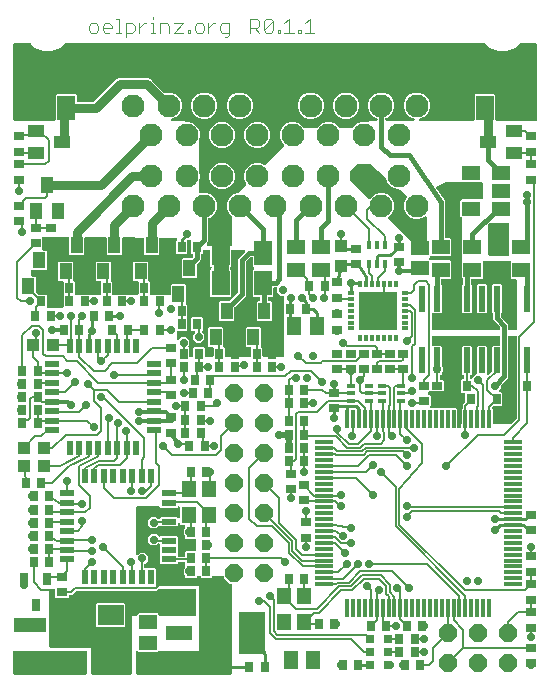
<source format=gtl>
G04 EAGLE Gerber RS-274X export*
G75*
%MOMM*%
%FSLAX34Y34*%
%LPD*%
%INTop Copper*%
%IPPOS*%
%AMOC8*
5,1,8,0,0,1.08239X$1,22.5*%
G01*
%ADD10C,0.101600*%
%ADD11R,0.700000X0.900000*%
%ADD12R,0.900000X0.700000*%
%ADD13R,0.700000X1.000000*%
%ADD14R,1.000000X1.100000*%
%ADD15R,1.270000X0.558800*%
%ADD16R,0.558800X1.270000*%
%ADD17R,2.160000X1.780000*%
%ADD18R,0.800000X0.800000*%
%ADD19R,2.800000X1.200000*%
%ADD20R,1.200000X1.400000*%
%ADD21R,1.500000X1.300000*%
%ADD22R,2.400000X1.800000*%
%ADD23R,1.000000X1.400000*%
%ADD24R,0.600000X2.200000*%
%ADD25R,1.500000X0.350000*%
%ADD26R,0.350000X1.500000*%
%ADD27C,1.950000*%
%ADD28R,1.500000X2.100000*%
%ADD29R,1.400000X1.000000*%
%ADD30R,1.600200X1.168400*%
%ADD31R,0.300000X0.600000*%
%ADD32R,0.600000X0.300000*%
%ADD33R,3.300000X3.300000*%
%ADD34P,1.649562X8X292.500000*%
%ADD35P,1.649562X8X22.500000*%
%ADD36R,1.300000X1.500000*%
%ADD37R,0.400000X0.800000*%
%ADD38R,0.700000X0.300000*%
%ADD39R,2.235200X1.219200*%
%ADD40R,2.200000X3.600000*%
%ADD41C,0.711200*%
%ADD42C,0.203200*%
%ADD43C,0.254000*%
%ADD44C,0.304800*%
%ADD45C,0.152400*%
%ADD46C,0.508000*%
%ADD47C,0.762000*%
%ADD48C,0.406400*%
%ADD49C,1.270000*%

G36*
X187383Y365705D02*
X187383Y365705D01*
X187441Y365704D01*
X187523Y365725D01*
X187607Y365737D01*
X187660Y365761D01*
X187716Y365776D01*
X187789Y365819D01*
X187866Y365853D01*
X187911Y365891D01*
X187961Y365921D01*
X188019Y365983D01*
X188083Y366037D01*
X188115Y366086D01*
X188155Y366128D01*
X188194Y366203D01*
X188241Y366274D01*
X188258Y366329D01*
X188285Y366381D01*
X188296Y366449D01*
X188326Y366545D01*
X188329Y366644D01*
X188340Y366713D01*
X188340Y390579D01*
X188328Y390665D01*
X188325Y390753D01*
X188308Y390805D01*
X188300Y390860D01*
X188265Y390940D01*
X188238Y391023D01*
X188210Y391062D01*
X188184Y391119D01*
X188088Y391233D01*
X188043Y391296D01*
X185657Y393682D01*
X183979Y397733D01*
X183979Y402117D01*
X185657Y406168D01*
X188757Y409268D01*
X192808Y410946D01*
X192886Y410946D01*
X192973Y410958D01*
X193060Y410961D01*
X193113Y410978D01*
X193167Y410986D01*
X193247Y411021D01*
X193331Y411048D01*
X193370Y411076D01*
X193427Y411102D01*
X193540Y411198D01*
X193604Y411243D01*
X200290Y417930D01*
X200291Y417931D01*
X200293Y417932D01*
X200379Y418047D01*
X200461Y418157D01*
X200462Y418158D01*
X200463Y418160D01*
X200513Y418293D01*
X200563Y418423D01*
X200563Y418424D01*
X200563Y418426D01*
X200575Y418570D01*
X200586Y418706D01*
X200586Y418707D01*
X200586Y418709D01*
X200582Y418725D01*
X200530Y418985D01*
X200516Y419012D01*
X200511Y419036D01*
X198979Y422733D01*
X198979Y427117D01*
X200657Y431168D01*
X203757Y434268D01*
X207808Y435946D01*
X212192Y435946D01*
X215889Y434414D01*
X215890Y434414D01*
X215892Y434413D01*
X216026Y434379D01*
X216164Y434344D01*
X216166Y434344D01*
X216167Y434343D01*
X216308Y434348D01*
X216448Y434352D01*
X216450Y434352D01*
X216451Y434352D01*
X216584Y434395D01*
X216719Y434438D01*
X216721Y434439D01*
X216722Y434440D01*
X216734Y434448D01*
X216955Y434597D01*
X216975Y434620D01*
X216995Y434635D01*
X232632Y450271D01*
X232646Y450290D01*
X232661Y450303D01*
X232678Y450329D01*
X232710Y450358D01*
X232752Y450431D01*
X232803Y450499D01*
X232818Y450539D01*
X232819Y450539D01*
X232820Y450542D01*
X232824Y450553D01*
X232853Y450604D01*
X232874Y450685D01*
X232904Y450764D01*
X232909Y450823D01*
X232924Y450879D01*
X232921Y450963D01*
X232928Y451048D01*
X232916Y451105D01*
X232914Y451163D01*
X232889Y451244D01*
X232872Y451326D01*
X232845Y451378D01*
X232827Y451434D01*
X232787Y451490D01*
X232741Y451579D01*
X232672Y451651D01*
X232632Y451707D01*
X230657Y453682D01*
X228979Y457733D01*
X228979Y462117D01*
X230657Y466168D01*
X233757Y469268D01*
X237808Y470946D01*
X242192Y470946D01*
X246243Y469268D01*
X249415Y466096D01*
X249417Y466092D01*
X249418Y466091D01*
X249419Y466089D01*
X249452Y466058D01*
X249486Y466025D01*
X249497Y466017D01*
X249521Y465994D01*
X249624Y465897D01*
X249625Y465896D01*
X249627Y465895D01*
X249753Y465830D01*
X249876Y465767D01*
X249878Y465766D01*
X249880Y465765D01*
X249898Y465762D01*
X250155Y465711D01*
X250186Y465714D01*
X250211Y465710D01*
X259789Y465710D01*
X259791Y465710D01*
X259793Y465710D01*
X259933Y465730D01*
X260071Y465750D01*
X260072Y465750D01*
X260074Y465751D01*
X260201Y465808D01*
X260330Y465866D01*
X260331Y465867D01*
X260333Y465868D01*
X260439Y465958D01*
X260547Y466050D01*
X260548Y466051D01*
X260550Y466052D01*
X260559Y466068D01*
X260563Y466074D01*
X263757Y469268D01*
X267808Y470946D01*
X272192Y470946D01*
X276243Y469268D01*
X279415Y466096D01*
X279417Y466092D01*
X279418Y466091D01*
X279419Y466089D01*
X279452Y466058D01*
X279486Y466025D01*
X279497Y466017D01*
X279521Y465994D01*
X279624Y465897D01*
X279625Y465896D01*
X279627Y465895D01*
X279753Y465830D01*
X279876Y465767D01*
X279878Y465766D01*
X279880Y465765D01*
X279898Y465762D01*
X280155Y465711D01*
X280186Y465714D01*
X280211Y465710D01*
X289789Y465710D01*
X289791Y465710D01*
X289793Y465710D01*
X289933Y465730D01*
X290071Y465750D01*
X290072Y465750D01*
X290074Y465751D01*
X290201Y465808D01*
X290330Y465866D01*
X290331Y465867D01*
X290333Y465868D01*
X290439Y465958D01*
X290547Y466050D01*
X290548Y466051D01*
X290550Y466052D01*
X290559Y466068D01*
X290563Y466074D01*
X293757Y469268D01*
X297808Y470946D01*
X302192Y470946D01*
X302919Y470645D01*
X302921Y470644D01*
X302922Y470643D01*
X303054Y470610D01*
X303194Y470574D01*
X303196Y470574D01*
X303197Y470573D01*
X303338Y470578D01*
X303478Y470582D01*
X303480Y470582D01*
X303482Y470582D01*
X303617Y470626D01*
X303749Y470668D01*
X303751Y470669D01*
X303752Y470670D01*
X303765Y470679D01*
X303985Y470827D01*
X304005Y470850D01*
X304025Y470865D01*
X305221Y472060D01*
X310682Y472060D01*
X310740Y472068D01*
X310798Y472066D01*
X310880Y472088D01*
X310964Y472100D01*
X311017Y472124D01*
X311073Y472138D01*
X311146Y472181D01*
X311223Y472216D01*
X311268Y472254D01*
X311318Y472284D01*
X311376Y472345D01*
X311440Y472400D01*
X311472Y472448D01*
X311512Y472491D01*
X311551Y472566D01*
X311598Y472636D01*
X311615Y472692D01*
X311642Y472744D01*
X311653Y472812D01*
X311683Y472907D01*
X311686Y473007D01*
X311697Y473075D01*
X311697Y473686D01*
X311697Y473687D01*
X311697Y473689D01*
X311677Y473827D01*
X311657Y473967D01*
X311657Y473969D01*
X311657Y473970D01*
X311602Y474090D01*
X311541Y474227D01*
X311540Y474228D01*
X311539Y474229D01*
X311449Y474336D01*
X311358Y474444D01*
X311356Y474445D01*
X311355Y474446D01*
X311342Y474454D01*
X311121Y474601D01*
X311092Y474611D01*
X311071Y474624D01*
X308757Y475582D01*
X305657Y478682D01*
X303979Y482733D01*
X303979Y487117D01*
X305657Y491168D01*
X308757Y494268D01*
X312808Y495946D01*
X317192Y495946D01*
X321243Y494268D01*
X324343Y491168D01*
X326021Y487117D01*
X326021Y482733D01*
X324343Y478682D01*
X321243Y475582D01*
X318929Y474624D01*
X318928Y474623D01*
X318927Y474623D01*
X318806Y474551D01*
X318685Y474479D01*
X318684Y474478D01*
X318682Y474477D01*
X318585Y474373D01*
X318489Y474273D01*
X318489Y474271D01*
X318488Y474270D01*
X318423Y474144D01*
X318359Y474020D01*
X318359Y474018D01*
X318358Y474017D01*
X318356Y474002D01*
X318304Y473741D01*
X318307Y473711D01*
X318303Y473686D01*
X318303Y473075D01*
X318311Y473017D01*
X318309Y472959D01*
X318331Y472877D01*
X318343Y472794D01*
X318366Y472740D01*
X318381Y472684D01*
X318424Y472611D01*
X318459Y472534D01*
X318497Y472489D01*
X318526Y472439D01*
X318588Y472381D01*
X318642Y472317D01*
X318691Y472285D01*
X318734Y472245D01*
X318809Y472206D01*
X318879Y472160D01*
X318935Y472142D01*
X318987Y472115D01*
X319055Y472104D01*
X319150Y472074D01*
X319250Y472071D01*
X319318Y472060D01*
X342157Y472060D01*
X342242Y472072D01*
X342328Y472074D01*
X342382Y472092D01*
X342438Y472100D01*
X342517Y472135D01*
X342599Y472161D01*
X342646Y472193D01*
X342698Y472216D01*
X342763Y472271D01*
X342835Y472319D01*
X342871Y472363D01*
X342915Y472400D01*
X342962Y472471D01*
X343018Y472537D01*
X343041Y472589D01*
X343072Y472636D01*
X343098Y472718D01*
X343133Y472797D01*
X343141Y472853D01*
X343158Y472907D01*
X343160Y472993D01*
X343172Y473078D01*
X343164Y473134D01*
X343165Y473191D01*
X343144Y473274D01*
X343131Y473360D01*
X343108Y473411D01*
X343094Y473466D01*
X343050Y473540D01*
X343014Y473619D01*
X342978Y473662D01*
X342948Y473711D01*
X342886Y473770D01*
X342830Y473835D01*
X342788Y473861D01*
X342741Y473905D01*
X342612Y473971D01*
X342545Y474013D01*
X338757Y475582D01*
X335657Y478682D01*
X333979Y482733D01*
X333979Y487117D01*
X335657Y491168D01*
X338757Y494268D01*
X342808Y495946D01*
X347192Y495946D01*
X351243Y494268D01*
X354343Y491168D01*
X356021Y487117D01*
X356021Y482733D01*
X354343Y478682D01*
X351243Y475582D01*
X347455Y474013D01*
X347381Y473969D01*
X347302Y473934D01*
X347259Y473897D01*
X347210Y473868D01*
X347151Y473806D01*
X347085Y473751D01*
X347054Y473703D01*
X347015Y473662D01*
X346975Y473585D01*
X346928Y473514D01*
X346910Y473460D01*
X346884Y473409D01*
X346868Y473325D01*
X346842Y473243D01*
X346840Y473186D01*
X346829Y473130D01*
X346837Y473045D01*
X346835Y472959D01*
X346849Y472904D01*
X346854Y472847D01*
X346885Y472767D01*
X346906Y472684D01*
X346935Y472635D01*
X346956Y472582D01*
X347008Y472513D01*
X347052Y472439D01*
X347093Y472400D01*
X347127Y472355D01*
X347196Y472304D01*
X347259Y472245D01*
X347310Y472219D01*
X347355Y472185D01*
X347436Y472154D01*
X347512Y472115D01*
X347561Y472107D01*
X347621Y472084D01*
X347766Y472073D01*
X347843Y472060D01*
X392902Y472060D01*
X392959Y472068D01*
X393018Y472066D01*
X393099Y472088D01*
X393183Y472100D01*
X393236Y472124D01*
X393293Y472138D01*
X393365Y472181D01*
X393442Y472216D01*
X393487Y472254D01*
X393537Y472284D01*
X393595Y472345D01*
X393659Y472400D01*
X393692Y472448D01*
X393732Y472491D01*
X393770Y472566D01*
X393817Y472636D01*
X393835Y472692D01*
X393861Y472744D01*
X393873Y472812D01*
X393903Y472907D01*
X393905Y473007D01*
X393917Y473075D01*
X393917Y493626D01*
X394661Y494371D01*
X410714Y494371D01*
X411458Y493626D01*
X411458Y473075D01*
X411466Y473017D01*
X411465Y472959D01*
X411486Y472877D01*
X411498Y472794D01*
X411522Y472740D01*
X411537Y472684D01*
X411580Y472611D01*
X411614Y472534D01*
X411652Y472489D01*
X411682Y472439D01*
X411744Y472381D01*
X411798Y472317D01*
X411847Y472285D01*
X411889Y472245D01*
X411964Y472206D01*
X412035Y472160D01*
X412090Y472142D01*
X412142Y472115D01*
X412210Y472104D01*
X412306Y472074D01*
X412405Y472071D01*
X412473Y472060D01*
X445809Y472060D01*
X445867Y472068D01*
X445925Y472066D01*
X446007Y472088D01*
X446091Y472100D01*
X446144Y472124D01*
X446200Y472138D01*
X446273Y472181D01*
X446350Y472216D01*
X446395Y472254D01*
X446445Y472284D01*
X446503Y472345D01*
X446567Y472400D01*
X446599Y472448D01*
X446639Y472491D01*
X446678Y472566D01*
X446725Y472636D01*
X446742Y472692D01*
X446769Y472744D01*
X446780Y472812D01*
X446810Y472907D01*
X446813Y473007D01*
X446824Y473075D01*
X446824Y536575D01*
X446816Y536633D01*
X446818Y536691D01*
X446796Y536773D01*
X446784Y536857D01*
X446761Y536910D01*
X446746Y536966D01*
X446703Y537039D01*
X446668Y537116D01*
X446630Y537161D01*
X446601Y537211D01*
X446539Y537269D01*
X446485Y537333D01*
X446436Y537365D01*
X446393Y537405D01*
X446318Y537444D01*
X446248Y537491D01*
X446192Y537508D01*
X446140Y537535D01*
X446072Y537546D01*
X445977Y537576D01*
X445877Y537579D01*
X445809Y537590D01*
X432513Y537590D01*
X432427Y537578D01*
X432339Y537575D01*
X432287Y537558D01*
X432232Y537550D01*
X432152Y537515D01*
X432069Y537488D01*
X432030Y537460D01*
X431973Y537434D01*
X431859Y537338D01*
X431796Y537293D01*
X428286Y533783D01*
X421287Y530884D01*
X413713Y530884D01*
X406714Y533783D01*
X403204Y537293D01*
X403135Y537345D01*
X403071Y537405D01*
X403021Y537431D01*
X402977Y537464D01*
X402896Y537495D01*
X402818Y537535D01*
X402770Y537543D01*
X402712Y537565D01*
X402564Y537577D01*
X402487Y537590D01*
X47513Y537590D01*
X47427Y537578D01*
X47339Y537575D01*
X47287Y537558D01*
X47232Y537550D01*
X47152Y537515D01*
X47069Y537488D01*
X47030Y537460D01*
X46973Y537434D01*
X46859Y537338D01*
X46796Y537293D01*
X43286Y533783D01*
X36287Y530884D01*
X28713Y530884D01*
X21714Y533783D01*
X18204Y537293D01*
X18135Y537345D01*
X18071Y537405D01*
X18021Y537431D01*
X17977Y537464D01*
X17896Y537495D01*
X17818Y537535D01*
X17770Y537543D01*
X17712Y537565D01*
X17564Y537577D01*
X17487Y537590D01*
X4191Y537590D01*
X4133Y537582D01*
X4075Y537584D01*
X3993Y537562D01*
X3909Y537550D01*
X3856Y537527D01*
X3800Y537512D01*
X3727Y537469D01*
X3650Y537434D01*
X3605Y537396D01*
X3555Y537367D01*
X3497Y537305D01*
X3433Y537251D01*
X3401Y537202D01*
X3361Y537159D01*
X3322Y537084D01*
X3275Y537014D01*
X3258Y536958D01*
X3231Y536906D01*
X3220Y536838D01*
X3190Y536743D01*
X3187Y536643D01*
X3176Y536575D01*
X3176Y473075D01*
X3184Y473017D01*
X3182Y472959D01*
X3204Y472877D01*
X3216Y472793D01*
X3239Y472740D01*
X3254Y472684D01*
X3297Y472611D01*
X3332Y472534D01*
X3370Y472489D01*
X3399Y472439D01*
X3461Y472381D01*
X3515Y472317D01*
X3564Y472285D01*
X3607Y472245D01*
X3682Y472206D01*
X3752Y472159D01*
X3808Y472142D01*
X3860Y472115D01*
X3928Y472104D01*
X4023Y472074D01*
X4123Y472071D01*
X4191Y472060D01*
X38377Y472060D01*
X38434Y472068D01*
X38493Y472066D01*
X38574Y472088D01*
X38658Y472100D01*
X38711Y472123D01*
X38768Y472138D01*
X38840Y472181D01*
X38917Y472216D01*
X38962Y472254D01*
X39012Y472283D01*
X39070Y472345D01*
X39134Y472399D01*
X39167Y472448D01*
X39207Y472491D01*
X39245Y472566D01*
X39292Y472636D01*
X39310Y472692D01*
X39336Y472744D01*
X39348Y472812D01*
X39378Y472907D01*
X39380Y473007D01*
X39392Y473075D01*
X39392Y493626D01*
X40136Y494371D01*
X56189Y494371D01*
X56933Y493626D01*
X56933Y488696D01*
X56941Y488638D01*
X56940Y488580D01*
X56961Y488498D01*
X56973Y488414D01*
X56997Y488361D01*
X57012Y488305D01*
X57055Y488232D01*
X57089Y488155D01*
X57127Y488110D01*
X57157Y488060D01*
X57219Y488002D01*
X57273Y487938D01*
X57322Y487906D01*
X57364Y487866D01*
X57439Y487827D01*
X57510Y487780D01*
X57565Y487763D01*
X57617Y487736D01*
X57685Y487725D01*
X57781Y487695D01*
X57880Y487692D01*
X57948Y487681D01*
X70500Y487681D01*
X70587Y487693D01*
X70674Y487696D01*
X70727Y487713D01*
X70781Y487721D01*
X70861Y487756D01*
X70944Y487783D01*
X70984Y487811D01*
X71041Y487837D01*
X71154Y487933D01*
X71218Y487978D01*
X90784Y507545D01*
X92652Y508318D01*
X117698Y508318D01*
X119566Y507545D01*
X121137Y505973D01*
X121138Y505973D01*
X131166Y495944D01*
X131167Y495943D01*
X131168Y495942D01*
X131238Y495890D01*
X131297Y495834D01*
X131344Y495810D01*
X131393Y495773D01*
X131395Y495773D01*
X131396Y495772D01*
X131486Y495738D01*
X131550Y495705D01*
X131591Y495698D01*
X131659Y495672D01*
X131661Y495672D01*
X131662Y495671D01*
X131801Y495660D01*
X131832Y495658D01*
X131882Y495649D01*
X131890Y495649D01*
X131906Y495651D01*
X131942Y495648D01*
X131944Y495649D01*
X131945Y495649D01*
X131960Y495652D01*
X132082Y495676D01*
X132172Y495689D01*
X132193Y495699D01*
X132221Y495704D01*
X132248Y495718D01*
X132273Y495724D01*
X132808Y495946D01*
X137192Y495946D01*
X141243Y494268D01*
X144343Y491168D01*
X146021Y487117D01*
X146021Y482733D01*
X144343Y478682D01*
X141243Y475582D01*
X137455Y474013D01*
X137381Y473969D01*
X137302Y473934D01*
X137259Y473897D01*
X137210Y473868D01*
X137151Y473806D01*
X137085Y473751D01*
X137054Y473703D01*
X137015Y473662D01*
X136975Y473585D01*
X136928Y473514D01*
X136910Y473460D01*
X136884Y473409D01*
X136868Y473325D01*
X136842Y473243D01*
X136840Y473186D01*
X136829Y473130D01*
X136837Y473045D01*
X136835Y472959D01*
X136849Y472904D01*
X136854Y472847D01*
X136885Y472767D01*
X136906Y472684D01*
X136935Y472635D01*
X136956Y472582D01*
X137008Y472513D01*
X137052Y472439D01*
X137093Y472400D01*
X137127Y472355D01*
X137196Y472304D01*
X137259Y472245D01*
X137310Y472219D01*
X137355Y472185D01*
X137436Y472154D01*
X137512Y472115D01*
X137561Y472107D01*
X137621Y472084D01*
X137766Y472073D01*
X137843Y472060D01*
X148804Y472060D01*
X149621Y471243D01*
X149691Y471191D01*
X149755Y471131D01*
X149804Y471105D01*
X149848Y471072D01*
X149930Y471041D01*
X150008Y471001D01*
X150055Y470993D01*
X150114Y470971D01*
X150262Y470959D01*
X150339Y470946D01*
X152192Y470946D01*
X156243Y469268D01*
X159343Y466168D01*
X161021Y462117D01*
X161021Y457733D01*
X160987Y457651D01*
X160979Y457622D01*
X160965Y457594D01*
X160952Y457517D01*
X160916Y457376D01*
X160918Y457312D01*
X160910Y457263D01*
X160910Y427587D01*
X160914Y427556D01*
X160912Y427526D01*
X160929Y427449D01*
X160950Y427306D01*
X160976Y427247D01*
X160987Y427199D01*
X161021Y427117D01*
X161021Y422733D01*
X160987Y422651D01*
X160979Y422622D01*
X160965Y422594D01*
X160952Y422517D01*
X160916Y422376D01*
X160918Y422312D01*
X160910Y422263D01*
X160910Y411679D01*
X160926Y411565D01*
X160936Y411451D01*
X160946Y411425D01*
X160950Y411397D01*
X160997Y411293D01*
X161038Y411185D01*
X161055Y411163D01*
X161066Y411138D01*
X161140Y411050D01*
X161209Y410959D01*
X161232Y410942D01*
X161250Y410921D01*
X161345Y410857D01*
X161437Y410789D01*
X161463Y410779D01*
X161486Y410763D01*
X161596Y410729D01*
X161703Y410688D01*
X161731Y410686D01*
X161757Y410678D01*
X161872Y410675D01*
X161986Y410666D01*
X162011Y410671D01*
X162041Y410670D01*
X162298Y410737D01*
X162314Y410741D01*
X162808Y410946D01*
X167192Y410946D01*
X171243Y409268D01*
X174343Y406168D01*
X176021Y402117D01*
X176021Y397733D01*
X174343Y393682D01*
X171243Y390582D01*
X168929Y389624D01*
X168928Y389623D01*
X168927Y389623D01*
X168806Y389551D01*
X168685Y389479D01*
X168684Y389478D01*
X168682Y389477D01*
X168585Y389373D01*
X168489Y389273D01*
X168489Y389271D01*
X168488Y389270D01*
X168423Y389144D01*
X168359Y389020D01*
X168359Y389018D01*
X168358Y389017D01*
X168356Y389002D01*
X168304Y388741D01*
X168307Y388711D01*
X168303Y388686D01*
X168303Y369857D01*
X167557Y369111D01*
X167505Y369042D01*
X167445Y368978D01*
X167419Y368928D01*
X167386Y368884D01*
X167355Y368802D01*
X167315Y368725D01*
X167307Y368677D01*
X167285Y368618D01*
X167273Y368471D01*
X167260Y368393D01*
X167260Y366713D01*
X167268Y366655D01*
X167266Y366596D01*
X167288Y366515D01*
X167300Y366431D01*
X167324Y366378D01*
X167338Y366321D01*
X167381Y366249D01*
X167416Y366172D01*
X167454Y366127D01*
X167484Y366077D01*
X167545Y366019D01*
X167600Y365955D01*
X167648Y365922D01*
X167691Y365882D01*
X167766Y365844D01*
X167836Y365797D01*
X167892Y365779D01*
X167944Y365753D01*
X168012Y365741D01*
X168107Y365711D01*
X168207Y365709D01*
X168275Y365697D01*
X187325Y365697D01*
X187383Y365705D01*
G37*
G36*
X154759Y272043D02*
X154759Y272043D01*
X154818Y272041D01*
X154899Y272063D01*
X154983Y272075D01*
X155036Y272099D01*
X155093Y272113D01*
X155165Y272156D01*
X155242Y272191D01*
X155287Y272229D01*
X155337Y272259D01*
X155395Y272320D01*
X155459Y272375D01*
X155492Y272423D01*
X155532Y272466D01*
X155570Y272541D01*
X155617Y272611D01*
X155635Y272667D01*
X155661Y272719D01*
X155673Y272787D01*
X155703Y272882D01*
X155705Y272982D01*
X155717Y273050D01*
X155717Y279664D01*
X156461Y280408D01*
X164514Y280408D01*
X165258Y279664D01*
X165258Y273050D01*
X165266Y272992D01*
X165265Y272934D01*
X165286Y272852D01*
X165298Y272769D01*
X165322Y272715D01*
X165337Y272659D01*
X165380Y272586D01*
X165414Y272509D01*
X165452Y272464D01*
X165482Y272414D01*
X165544Y272356D01*
X165598Y272292D01*
X165647Y272260D01*
X165689Y272220D01*
X165764Y272181D01*
X165835Y272135D01*
X165890Y272117D01*
X165942Y272090D01*
X166010Y272079D01*
X166106Y272049D01*
X166205Y272046D01*
X166273Y272035D01*
X171864Y272035D01*
X171922Y272043D01*
X171980Y272041D01*
X172062Y272063D01*
X172146Y272075D01*
X172199Y272099D01*
X172255Y272113D01*
X172328Y272156D01*
X172405Y272191D01*
X172450Y272229D01*
X172500Y272259D01*
X172558Y272320D01*
X172622Y272375D01*
X172654Y272423D01*
X172694Y272466D01*
X172733Y272541D01*
X172780Y272611D01*
X172797Y272667D01*
X172824Y272719D01*
X172835Y272787D01*
X172865Y272882D01*
X172868Y272982D01*
X172879Y273050D01*
X172879Y279752D01*
X172871Y279809D01*
X172873Y279868D01*
X172851Y279949D01*
X172839Y280033D01*
X172816Y280086D01*
X172801Y280143D01*
X172758Y280215D01*
X172723Y280292D01*
X172685Y280337D01*
X172656Y280387D01*
X172594Y280445D01*
X172540Y280509D01*
X172491Y280542D01*
X172448Y280582D01*
X172373Y280620D01*
X172303Y280667D01*
X172247Y280685D01*
X172195Y280711D01*
X172127Y280723D01*
X172032Y280753D01*
X171932Y280755D01*
X171864Y280767D01*
X169124Y280767D01*
X168379Y281511D01*
X168379Y296564D01*
X169124Y297308D01*
X180176Y297308D01*
X180921Y296564D01*
X180921Y281423D01*
X180929Y281366D01*
X180927Y281307D01*
X180949Y281226D01*
X180961Y281142D01*
X180984Y281089D01*
X180999Y281032D01*
X181042Y280960D01*
X181077Y280883D01*
X181115Y280838D01*
X181144Y280788D01*
X181206Y280730D01*
X181260Y280666D01*
X181309Y280633D01*
X181352Y280593D01*
X181427Y280555D01*
X181497Y280508D01*
X181553Y280490D01*
X181605Y280464D01*
X181624Y280461D01*
X182421Y279664D01*
X182421Y273050D01*
X182429Y272992D01*
X182427Y272934D01*
X182449Y272852D01*
X182461Y272769D01*
X182484Y272715D01*
X182499Y272659D01*
X182542Y272586D01*
X182577Y272509D01*
X182615Y272464D01*
X182644Y272414D01*
X182706Y272356D01*
X182760Y272292D01*
X182809Y272260D01*
X182852Y272220D01*
X182927Y272181D01*
X182997Y272135D01*
X183053Y272117D01*
X183105Y272090D01*
X183173Y272079D01*
X183268Y272049D01*
X183368Y272046D01*
X183436Y272035D01*
X203614Y272035D01*
X203672Y272043D01*
X203730Y272041D01*
X203812Y272063D01*
X203896Y272075D01*
X203949Y272099D01*
X204005Y272113D01*
X204078Y272156D01*
X204155Y272191D01*
X204200Y272229D01*
X204250Y272259D01*
X204308Y272320D01*
X204372Y272375D01*
X204404Y272423D01*
X204444Y272466D01*
X204483Y272541D01*
X204530Y272611D01*
X204547Y272667D01*
X204574Y272719D01*
X204585Y272787D01*
X204615Y272882D01*
X204618Y272982D01*
X204629Y273050D01*
X204629Y279752D01*
X204621Y279809D01*
X204623Y279868D01*
X204601Y279949D01*
X204589Y280033D01*
X204566Y280086D01*
X204551Y280143D01*
X204508Y280215D01*
X204473Y280292D01*
X204435Y280337D01*
X204406Y280387D01*
X204344Y280445D01*
X204290Y280509D01*
X204241Y280542D01*
X204198Y280582D01*
X204123Y280620D01*
X204053Y280667D01*
X203997Y280685D01*
X203945Y280711D01*
X203877Y280723D01*
X203782Y280753D01*
X203682Y280755D01*
X203614Y280767D01*
X200874Y280767D01*
X200129Y281511D01*
X200129Y296564D01*
X200874Y297308D01*
X211926Y297308D01*
X212671Y296564D01*
X212671Y281423D01*
X212679Y281366D01*
X212677Y281307D01*
X212699Y281226D01*
X212711Y281142D01*
X212734Y281089D01*
X212749Y281032D01*
X212792Y280960D01*
X212827Y280883D01*
X212865Y280838D01*
X212894Y280788D01*
X212956Y280730D01*
X213010Y280666D01*
X213059Y280633D01*
X213102Y280593D01*
X213177Y280555D01*
X213247Y280508D01*
X213303Y280490D01*
X213355Y280464D01*
X213374Y280461D01*
X214171Y279664D01*
X214171Y273050D01*
X214179Y272992D01*
X214177Y272934D01*
X214199Y272852D01*
X214211Y272769D01*
X214234Y272715D01*
X214249Y272659D01*
X214292Y272586D01*
X214327Y272509D01*
X214365Y272464D01*
X214394Y272414D01*
X214456Y272356D01*
X214510Y272292D01*
X214559Y272260D01*
X214602Y272220D01*
X214677Y272181D01*
X214747Y272135D01*
X214803Y272117D01*
X214855Y272090D01*
X214923Y272079D01*
X215018Y272049D01*
X215118Y272046D01*
X215186Y272035D01*
X231775Y272035D01*
X231833Y272043D01*
X231891Y272041D01*
X231973Y272063D01*
X232057Y272075D01*
X232110Y272099D01*
X232166Y272113D01*
X232239Y272156D01*
X232316Y272191D01*
X232361Y272229D01*
X232411Y272259D01*
X232469Y272320D01*
X232533Y272375D01*
X232565Y272423D01*
X232605Y272466D01*
X232644Y272541D01*
X232691Y272611D01*
X232708Y272667D01*
X232735Y272719D01*
X232746Y272787D01*
X232776Y272882D01*
X232779Y272982D01*
X232790Y273050D01*
X232790Y322771D01*
X232782Y322828D01*
X232784Y322887D01*
X232762Y322968D01*
X232750Y323052D01*
X232727Y323105D01*
X232712Y323162D01*
X232669Y323234D01*
X232634Y323311D01*
X232596Y323356D01*
X232567Y323406D01*
X232505Y323464D01*
X232451Y323528D01*
X232402Y323561D01*
X232359Y323601D01*
X232284Y323639D01*
X232214Y323686D01*
X232158Y323704D01*
X232106Y323730D01*
X232038Y323742D01*
X231943Y323772D01*
X231843Y323774D01*
X231775Y323786D01*
X229776Y323786D01*
X226948Y326613D01*
X226948Y330645D01*
X226940Y330702D01*
X226942Y330761D01*
X226920Y330842D01*
X226908Y330926D01*
X226885Y330979D01*
X226870Y331036D01*
X226827Y331108D01*
X226792Y331185D01*
X226754Y331230D01*
X226725Y331280D01*
X226663Y331338D01*
X226609Y331402D01*
X226560Y331435D01*
X226517Y331475D01*
X226442Y331513D01*
X226372Y331560D01*
X226316Y331578D01*
X226264Y331604D01*
X226196Y331616D01*
X226101Y331646D01*
X226001Y331648D01*
X225933Y331660D01*
X224636Y331660D01*
X224578Y331652D01*
X224520Y331653D01*
X224438Y331632D01*
X224354Y331620D01*
X224301Y331596D01*
X224245Y331581D01*
X224172Y331538D01*
X224095Y331504D01*
X224050Y331466D01*
X224000Y331436D01*
X223942Y331374D01*
X223878Y331320D01*
X223846Y331271D01*
X223806Y331229D01*
X223767Y331154D01*
X223720Y331083D01*
X223703Y331028D01*
X223676Y330976D01*
X223665Y330908D01*
X223635Y330812D01*
X223632Y330713D01*
X223621Y330645D01*
X223621Y323936D01*
X222876Y323192D01*
X220218Y323192D01*
X220160Y323184D01*
X220102Y323185D01*
X220020Y323164D01*
X219936Y323152D01*
X219883Y323128D01*
X219827Y323113D01*
X219754Y323070D01*
X219677Y323036D01*
X219632Y322998D01*
X219582Y322968D01*
X219524Y322906D01*
X219460Y322852D01*
X219428Y322803D01*
X219388Y322761D01*
X219349Y322686D01*
X219302Y322615D01*
X219285Y322560D01*
X219258Y322508D01*
X219247Y322440D01*
X219217Y322344D01*
X219214Y322245D01*
X219203Y322177D01*
X219203Y320323D01*
X219211Y320266D01*
X219209Y320207D01*
X219231Y320126D01*
X219243Y320042D01*
X219266Y319989D01*
X219281Y319932D01*
X219324Y319860D01*
X219359Y319783D01*
X219397Y319738D01*
X219426Y319688D01*
X219488Y319630D01*
X219542Y319566D01*
X219591Y319533D01*
X219634Y319493D01*
X219709Y319455D01*
X219779Y319408D01*
X219835Y319390D01*
X219887Y319364D01*
X219955Y319352D01*
X220050Y319322D01*
X220150Y319320D01*
X220218Y319308D01*
X221426Y319308D01*
X222171Y318564D01*
X222171Y303511D01*
X221426Y302767D01*
X210374Y302767D01*
X209629Y303511D01*
X209629Y318564D01*
X210374Y319308D01*
X211582Y319308D01*
X211640Y319316D01*
X211698Y319315D01*
X211780Y319336D01*
X211864Y319348D01*
X211917Y319372D01*
X211973Y319387D01*
X212046Y319430D01*
X212123Y319464D01*
X212168Y319502D01*
X212218Y319532D01*
X212276Y319594D01*
X212340Y319648D01*
X212372Y319697D01*
X212412Y319739D01*
X212451Y319814D01*
X212498Y319885D01*
X212515Y319940D01*
X212542Y319992D01*
X212553Y320060D01*
X212583Y320156D01*
X212586Y320255D01*
X212597Y320323D01*
X212597Y322177D01*
X212589Y322234D01*
X212591Y322293D01*
X212569Y322374D01*
X212557Y322458D01*
X212534Y322511D01*
X212519Y322568D01*
X212476Y322640D01*
X212441Y322717D01*
X212403Y322762D01*
X212374Y322812D01*
X212312Y322870D01*
X212258Y322934D01*
X212209Y322967D01*
X212166Y323007D01*
X212091Y323045D01*
X212021Y323092D01*
X211965Y323110D01*
X211913Y323136D01*
X211845Y323148D01*
X211750Y323178D01*
X211650Y323180D01*
X211582Y323192D01*
X206824Y323192D01*
X206079Y323936D01*
X206079Y345989D01*
X207035Y346945D01*
X207070Y346991D01*
X207113Y347032D01*
X207155Y347104D01*
X207206Y347172D01*
X207227Y347226D01*
X207256Y347277D01*
X207277Y347359D01*
X207307Y347437D01*
X207312Y347496D01*
X207326Y347552D01*
X207324Y347637D01*
X207331Y347721D01*
X207319Y347778D01*
X207317Y347837D01*
X207291Y347917D01*
X207275Y348000D01*
X207248Y348051D01*
X207230Y348107D01*
X207190Y348163D01*
X207144Y348252D01*
X207075Y348324D01*
X207035Y348380D01*
X206079Y349336D01*
X206079Y356045D01*
X206071Y356102D01*
X206073Y356161D01*
X206051Y356242D01*
X206039Y356326D01*
X206016Y356379D01*
X206001Y356436D01*
X205958Y356508D01*
X205923Y356585D01*
X205885Y356630D01*
X205856Y356680D01*
X205794Y356738D01*
X205740Y356802D01*
X205691Y356835D01*
X205648Y356875D01*
X205573Y356913D01*
X205503Y356960D01*
X205447Y356978D01*
X205395Y357004D01*
X205327Y357016D01*
X205232Y357046D01*
X205132Y357048D01*
X205064Y357060D01*
X204989Y357060D01*
X204902Y357048D01*
X204815Y357045D01*
X204762Y357028D01*
X204707Y357020D01*
X204627Y356984D01*
X204544Y356957D01*
X204505Y356929D01*
X204448Y356904D01*
X204334Y356808D01*
X204271Y356762D01*
X200450Y352942D01*
X200437Y352925D01*
X200426Y352915D01*
X200396Y352870D01*
X200338Y352808D01*
X200312Y352759D01*
X200279Y352715D01*
X200248Y352633D01*
X200208Y352555D01*
X200200Y352507D01*
X200178Y352449D01*
X200166Y352301D01*
X200153Y352224D01*
X200153Y324069D01*
X190718Y314635D01*
X190666Y314565D01*
X190606Y314501D01*
X190580Y314452D01*
X190547Y314408D01*
X190516Y314326D01*
X190476Y314248D01*
X190468Y314200D01*
X190446Y314142D01*
X190434Y313994D01*
X190421Y313917D01*
X190421Y303511D01*
X189676Y302767D01*
X178624Y302767D01*
X177879Y303511D01*
X177879Y318564D01*
X178624Y319308D01*
X185629Y319308D01*
X185716Y319320D01*
X185803Y319323D01*
X185856Y319340D01*
X185911Y319348D01*
X185991Y319384D01*
X186074Y319411D01*
X186113Y319439D01*
X186170Y319464D01*
X186284Y319560D01*
X186347Y319606D01*
X193250Y326508D01*
X193302Y326578D01*
X193362Y326642D01*
X193388Y326691D01*
X193421Y326735D01*
X193452Y326817D01*
X193492Y326895D01*
X193500Y326943D01*
X193522Y327001D01*
X193534Y327149D01*
X193547Y327226D01*
X193547Y355381D01*
X199399Y361232D01*
X199416Y361256D01*
X199439Y361275D01*
X199502Y361369D01*
X199570Y361459D01*
X199580Y361487D01*
X199596Y361511D01*
X199631Y361619D01*
X199671Y361725D01*
X199673Y361754D01*
X199682Y361782D01*
X199685Y361896D01*
X199695Y362008D01*
X199689Y362037D01*
X199690Y362066D01*
X199661Y362176D01*
X199639Y362287D01*
X199625Y362313D01*
X199618Y362341D01*
X199560Y362439D01*
X199508Y362539D01*
X199487Y362561D01*
X199472Y362586D01*
X199390Y362663D01*
X199312Y362745D01*
X199287Y362760D01*
X199265Y362780D01*
X199164Y362832D01*
X199067Y362889D01*
X199038Y362896D01*
X199012Y362910D01*
X198935Y362923D01*
X198791Y362959D01*
X198729Y362957D01*
X198681Y362965D01*
X188636Y362965D01*
X188578Y362957D01*
X188520Y362959D01*
X188438Y362937D01*
X188354Y362925D01*
X188301Y362902D01*
X188245Y362887D01*
X188172Y362844D01*
X188095Y362809D01*
X188050Y362771D01*
X188000Y362742D01*
X187942Y362680D01*
X187878Y362626D01*
X187846Y362577D01*
X187806Y362534D01*
X187767Y362459D01*
X187720Y362389D01*
X187703Y362333D01*
X187676Y362281D01*
X187665Y362213D01*
X187635Y362118D01*
X187632Y362018D01*
X187621Y361950D01*
X187621Y349336D01*
X186768Y348483D01*
X186716Y348414D01*
X186656Y348350D01*
X186630Y348300D01*
X186597Y348256D01*
X186566Y348175D01*
X186526Y348097D01*
X186518Y348049D01*
X186496Y347991D01*
X186484Y347843D01*
X186471Y347766D01*
X186471Y347559D01*
X186483Y347473D01*
X186486Y347385D01*
X186503Y347333D01*
X186511Y347278D01*
X186546Y347198D01*
X186573Y347115D01*
X186601Y347076D01*
X186627Y347018D01*
X186723Y346905D01*
X186768Y346842D01*
X187621Y345989D01*
X187621Y323936D01*
X186876Y323192D01*
X170824Y323192D01*
X170079Y323936D01*
X170079Y345989D01*
X170932Y346842D01*
X170984Y346911D01*
X171044Y346975D01*
X171070Y347025D01*
X171103Y347069D01*
X171134Y347150D01*
X171174Y347228D01*
X171182Y347276D01*
X171204Y347334D01*
X171216Y347482D01*
X171229Y347559D01*
X171229Y347766D01*
X171217Y347852D01*
X171214Y347940D01*
X171197Y347992D01*
X171189Y348047D01*
X171154Y348127D01*
X171127Y348210D01*
X171099Y348249D01*
X171073Y348307D01*
X170977Y348420D01*
X170932Y348483D01*
X170079Y349336D01*
X170079Y361950D01*
X170071Y362008D01*
X170073Y362066D01*
X170051Y362148D01*
X170039Y362232D01*
X170016Y362285D01*
X170001Y362341D01*
X169958Y362414D01*
X169923Y362491D01*
X169885Y362536D01*
X169856Y362586D01*
X169794Y362644D01*
X169740Y362708D01*
X169691Y362740D01*
X169648Y362780D01*
X169573Y362819D01*
X169503Y362866D01*
X169447Y362883D01*
X169395Y362910D01*
X169327Y362921D01*
X169232Y362951D01*
X169132Y362954D01*
X169064Y362965D01*
X164686Y362965D01*
X164628Y362957D01*
X164570Y362959D01*
X164488Y362937D01*
X164404Y362925D01*
X164351Y362902D01*
X164295Y362887D01*
X164222Y362844D01*
X164145Y362809D01*
X164100Y362771D01*
X164050Y362742D01*
X163992Y362680D01*
X163928Y362626D01*
X163896Y362577D01*
X163856Y362534D01*
X163817Y362459D01*
X163770Y362389D01*
X163753Y362333D01*
X163726Y362281D01*
X163715Y362213D01*
X163685Y362118D01*
X163682Y362018D01*
X163671Y361950D01*
X163671Y360099D01*
X162855Y359283D01*
X162827Y359276D01*
X162754Y359233D01*
X162677Y359198D01*
X162632Y359160D01*
X162582Y359131D01*
X162524Y359069D01*
X162460Y359015D01*
X162428Y358966D01*
X162388Y358923D01*
X162349Y358848D01*
X162302Y358778D01*
X162285Y358722D01*
X162258Y358670D01*
X162247Y358602D01*
X162217Y358507D01*
X162214Y358407D01*
X162203Y358339D01*
X162203Y354382D01*
X158968Y351147D01*
X158916Y351078D01*
X158856Y351014D01*
X158830Y350964D01*
X158797Y350920D01*
X158766Y350838D01*
X158726Y350760D01*
X158718Y350713D01*
X158696Y350654D01*
X158684Y350507D01*
X158671Y350429D01*
X158671Y340024D01*
X157926Y339279D01*
X146874Y339279D01*
X146129Y340024D01*
X146129Y355076D01*
X146874Y355821D01*
X153879Y355821D01*
X153966Y355833D01*
X154053Y355836D01*
X154106Y355853D01*
X154161Y355861D01*
X154241Y355896D01*
X154324Y355923D01*
X154363Y355951D01*
X154420Y355977D01*
X154534Y356073D01*
X154597Y356118D01*
X155300Y356821D01*
X155352Y356890D01*
X155412Y356954D01*
X155438Y357004D01*
X155471Y357048D01*
X155502Y357130D01*
X155542Y357208D01*
X155550Y357255D01*
X155572Y357314D01*
X155584Y357461D01*
X155597Y357539D01*
X155597Y358339D01*
X155589Y358396D01*
X155591Y358447D01*
X155590Y358448D01*
X155591Y358455D01*
X155569Y358537D01*
X155557Y358621D01*
X155534Y358674D01*
X155519Y358730D01*
X155476Y358803D01*
X155441Y358880D01*
X155403Y358925D01*
X155374Y358975D01*
X155312Y359033D01*
X155258Y359097D01*
X155209Y359129D01*
X155166Y359169D01*
X155091Y359208D01*
X155021Y359255D01*
X154965Y359272D01*
X154946Y359282D01*
X154129Y360099D01*
X154129Y370396D01*
X154121Y370453D01*
X154123Y370512D01*
X154101Y370593D01*
X154089Y370677D01*
X154066Y370730D01*
X154051Y370787D01*
X154008Y370859D01*
X153973Y370936D01*
X153935Y370981D01*
X153906Y371031D01*
X153844Y371089D01*
X153790Y371153D01*
X153741Y371186D01*
X153698Y371226D01*
X153623Y371264D01*
X153553Y371311D01*
X153497Y371329D01*
X153445Y371355D01*
X153377Y371367D01*
X153282Y371397D01*
X153182Y371399D01*
X153114Y371411D01*
X151686Y371411D01*
X151628Y371403D01*
X151570Y371404D01*
X151488Y371383D01*
X151404Y371371D01*
X151351Y371347D01*
X151295Y371332D01*
X151222Y371289D01*
X151145Y371255D01*
X151100Y371217D01*
X151050Y371187D01*
X150992Y371125D01*
X150928Y371071D01*
X150896Y371022D01*
X150856Y370980D01*
X150817Y370905D01*
X150770Y370834D01*
X150753Y370779D01*
X150726Y370727D01*
X150715Y370659D01*
X150685Y370563D01*
X150682Y370464D01*
X150671Y370396D01*
X150671Y360099D01*
X149926Y359354D01*
X141874Y359354D01*
X141129Y360099D01*
X141129Y370151D01*
X141965Y370987D01*
X141979Y371006D01*
X141997Y371021D01*
X142064Y371119D01*
X142136Y371214D01*
X142144Y371236D01*
X142157Y371256D01*
X142195Y371369D01*
X142237Y371480D01*
X142239Y371503D01*
X142246Y371526D01*
X142251Y371645D01*
X142260Y371763D01*
X142256Y371786D01*
X142257Y371810D01*
X142228Y371925D01*
X142205Y372042D01*
X142194Y372063D01*
X142188Y372086D01*
X142128Y372189D01*
X142074Y372294D01*
X142057Y372311D01*
X142045Y372332D01*
X141960Y372414D01*
X141878Y372500D01*
X141857Y372512D01*
X141840Y372529D01*
X141735Y372584D01*
X141633Y372644D01*
X141610Y372650D01*
X141589Y372661D01*
X141513Y372674D01*
X141357Y372714D01*
X141301Y372712D01*
X141258Y372720D01*
X127947Y372868D01*
X127884Y372860D01*
X127820Y372861D01*
X127743Y372841D01*
X127665Y372831D01*
X127607Y372806D01*
X127545Y372789D01*
X127477Y372749D01*
X127405Y372718D01*
X127355Y372677D01*
X127300Y372644D01*
X127246Y372587D01*
X127186Y372537D01*
X127150Y372484D01*
X127106Y372437D01*
X127070Y372367D01*
X127025Y372302D01*
X127005Y372241D01*
X126976Y372184D01*
X126965Y372119D01*
X126937Y372032D01*
X126933Y371924D01*
X126921Y371853D01*
X126921Y359074D01*
X126176Y358329D01*
X115124Y358329D01*
X114379Y359074D01*
X114379Y372015D01*
X114372Y372067D01*
X114374Y372120D01*
X114352Y372207D01*
X114339Y372296D01*
X114318Y372344D01*
X114305Y372396D01*
X114260Y372474D01*
X114223Y372555D01*
X114189Y372596D01*
X114163Y372642D01*
X114098Y372704D01*
X114040Y372772D01*
X113996Y372802D01*
X113957Y372838D01*
X113878Y372880D01*
X113803Y372930D01*
X113752Y372946D01*
X113706Y372971D01*
X113635Y372983D01*
X113532Y373016D01*
X113440Y373018D01*
X113375Y373030D01*
X96197Y373221D01*
X96134Y373212D01*
X96070Y373214D01*
X95993Y373194D01*
X95915Y373184D01*
X95857Y373158D01*
X95795Y373142D01*
X95727Y373102D01*
X95655Y373071D01*
X95605Y373030D01*
X95550Y372997D01*
X95496Y372939D01*
X95436Y372889D01*
X95400Y372836D01*
X95356Y372790D01*
X95320Y372719D01*
X95275Y372654D01*
X95255Y372594D01*
X95226Y372536D01*
X95215Y372472D01*
X95187Y372384D01*
X95183Y372277D01*
X95171Y372205D01*
X95171Y359074D01*
X94426Y358329D01*
X83374Y358329D01*
X82629Y359074D01*
X82629Y372367D01*
X82622Y372420D01*
X82624Y372472D01*
X82602Y372560D01*
X82589Y372649D01*
X82568Y372697D01*
X82555Y372748D01*
X82510Y372826D01*
X82473Y372908D01*
X82439Y372949D01*
X82413Y372994D01*
X82348Y373057D01*
X82290Y373125D01*
X82246Y373155D01*
X82207Y373191D01*
X82128Y373233D01*
X82053Y373283D01*
X82002Y373299D01*
X81956Y373323D01*
X81885Y373336D01*
X81782Y373369D01*
X81690Y373371D01*
X81625Y373383D01*
X64447Y373573D01*
X64384Y373565D01*
X64320Y373567D01*
X64243Y373547D01*
X64165Y373537D01*
X64107Y373511D01*
X64045Y373495D01*
X63977Y373455D01*
X63905Y373423D01*
X63855Y373382D01*
X63800Y373350D01*
X63746Y373292D01*
X63686Y373242D01*
X63650Y373189D01*
X63606Y373142D01*
X63570Y373072D01*
X63525Y373007D01*
X63505Y372946D01*
X63476Y372889D01*
X63465Y372825D01*
X63437Y372737D01*
X63436Y372716D01*
X63435Y372712D01*
X63433Y372629D01*
X63421Y372558D01*
X63421Y359074D01*
X62676Y358329D01*
X51624Y358329D01*
X50879Y359074D01*
X50879Y372720D01*
X50872Y372772D01*
X50874Y372825D01*
X50852Y372913D01*
X50839Y373002D01*
X50818Y373050D01*
X50805Y373101D01*
X50760Y373179D01*
X50723Y373261D01*
X50689Y373301D01*
X50663Y373347D01*
X50598Y373409D01*
X50540Y373478D01*
X50496Y373507D01*
X50457Y373544D01*
X50378Y373586D01*
X50303Y373636D01*
X50252Y373652D01*
X50206Y373676D01*
X50135Y373689D01*
X50032Y373721D01*
X49940Y373724D01*
X49875Y373735D01*
X28663Y373971D01*
X28629Y373966D01*
X28594Y373969D01*
X28488Y373948D01*
X28381Y373934D01*
X28349Y373920D01*
X28315Y373913D01*
X28219Y373864D01*
X28121Y373821D01*
X28094Y373799D01*
X28063Y373782D01*
X27984Y373708D01*
X27902Y373640D01*
X27882Y373611D01*
X27857Y373587D01*
X27802Y373494D01*
X27741Y373405D01*
X27731Y373372D01*
X27713Y373341D01*
X27686Y373237D01*
X27653Y373135D01*
X27651Y373100D01*
X27643Y373066D01*
X27646Y372958D01*
X27642Y372851D01*
X27651Y372817D01*
X27652Y372782D01*
X27685Y372679D01*
X27711Y372575D01*
X27729Y372544D01*
X27739Y372511D01*
X27785Y372448D01*
X27854Y372329D01*
X27904Y372281D01*
X27934Y372238D01*
X27996Y372176D01*
X27996Y364124D01*
X27776Y363904D01*
X27758Y363880D01*
X27736Y363861D01*
X27673Y363767D01*
X27605Y363677D01*
X27595Y363649D01*
X27578Y363625D01*
X27544Y363517D01*
X27504Y363411D01*
X27501Y363382D01*
X27493Y363354D01*
X27490Y363241D01*
X27480Y363128D01*
X27486Y363099D01*
X27485Y363070D01*
X27514Y362960D01*
X27536Y362849D01*
X27550Y362823D01*
X27557Y362795D01*
X27615Y362697D01*
X27667Y362597D01*
X27687Y362575D01*
X27702Y362550D01*
X27785Y362473D01*
X27863Y362391D01*
X27888Y362376D01*
X27910Y362356D01*
X28010Y362304D01*
X28108Y362247D01*
X28137Y362240D01*
X28163Y362226D01*
X28240Y362213D01*
X28384Y362177D01*
X28446Y362179D01*
X28494Y362171D01*
X30926Y362171D01*
X31671Y361426D01*
X31671Y346374D01*
X30926Y345629D01*
X19874Y345629D01*
X19768Y345735D01*
X19744Y345753D01*
X19726Y345775D01*
X19631Y345838D01*
X19541Y345906D01*
X19513Y345916D01*
X19489Y345933D01*
X19381Y345967D01*
X19275Y346007D01*
X19246Y346010D01*
X19218Y346018D01*
X19105Y346021D01*
X18992Y346031D01*
X18963Y346025D01*
X18934Y346026D01*
X18824Y345997D01*
X18713Y345975D01*
X18687Y345961D01*
X18659Y345954D01*
X18561Y345896D01*
X18461Y345844D01*
X18439Y345824D01*
X18414Y345809D01*
X18337Y345726D01*
X18255Y345648D01*
X18240Y345623D01*
X18220Y345601D01*
X18168Y345500D01*
X18111Y345403D01*
X18104Y345374D01*
X18090Y345348D01*
X18077Y345271D01*
X18041Y345127D01*
X18043Y345065D01*
X18035Y345017D01*
X18035Y341186D01*
X18043Y341128D01*
X18041Y341070D01*
X18063Y340988D01*
X18075Y340904D01*
X18099Y340851D01*
X18113Y340795D01*
X18156Y340722D01*
X18191Y340645D01*
X18229Y340600D01*
X18259Y340550D01*
X18320Y340492D01*
X18375Y340428D01*
X18423Y340396D01*
X18466Y340356D01*
X18541Y340317D01*
X18611Y340270D01*
X18667Y340253D01*
X18719Y340226D01*
X18787Y340215D01*
X18882Y340185D01*
X18982Y340182D01*
X19050Y340171D01*
X21426Y340171D01*
X22171Y339426D01*
X22171Y327409D01*
X22183Y327322D01*
X22186Y327235D01*
X22203Y327182D01*
X22211Y327127D01*
X22246Y327047D01*
X22273Y326964D01*
X22301Y326925D01*
X22327Y326868D01*
X22423Y326755D01*
X22468Y326691D01*
X24003Y325156D01*
X24073Y325103D01*
X24137Y325043D01*
X24186Y325018D01*
X24231Y324985D01*
X24312Y324954D01*
X24390Y324914D01*
X24438Y324906D01*
X24496Y324883D01*
X24644Y324871D01*
X24721Y324858D01*
X30864Y324858D01*
X31608Y324114D01*
X31608Y314325D01*
X31616Y314267D01*
X31615Y314209D01*
X31636Y314127D01*
X31648Y314044D01*
X31672Y313990D01*
X31687Y313934D01*
X31730Y313861D01*
X31764Y313784D01*
X31802Y313739D01*
X31832Y313689D01*
X31894Y313631D01*
X31948Y313567D01*
X31997Y313535D01*
X32039Y313495D01*
X32114Y313456D01*
X32185Y313410D01*
X32240Y313392D01*
X32292Y313365D01*
X32360Y313354D01*
X32456Y313324D01*
X32555Y313321D01*
X32623Y313310D01*
X44864Y313310D01*
X44922Y313318D01*
X44980Y313316D01*
X45062Y313338D01*
X45146Y313350D01*
X45199Y313374D01*
X45255Y313388D01*
X45328Y313431D01*
X45405Y313466D01*
X45450Y313504D01*
X45500Y313534D01*
X45558Y313595D01*
X45622Y313650D01*
X45654Y313698D01*
X45694Y313741D01*
X45733Y313816D01*
X45780Y313886D01*
X45797Y313942D01*
X45824Y313994D01*
X45835Y314062D01*
X45865Y314157D01*
X45868Y314257D01*
X45879Y314325D01*
X45879Y324198D01*
X45883Y324208D01*
X45913Y324258D01*
X45933Y324340D01*
X45963Y324419D01*
X45968Y324477D01*
X45983Y324534D01*
X45980Y324618D01*
X45987Y324702D01*
X45975Y324759D01*
X45974Y324818D01*
X45948Y324898D01*
X45931Y324981D01*
X45904Y325033D01*
X45886Y325088D01*
X45879Y325098D01*
X45879Y335314D01*
X45871Y335372D01*
X45873Y335430D01*
X45851Y335512D01*
X45839Y335596D01*
X45816Y335649D01*
X45801Y335705D01*
X45758Y335778D01*
X45723Y335855D01*
X45685Y335900D01*
X45656Y335950D01*
X45594Y336008D01*
X45540Y336072D01*
X45491Y336104D01*
X45448Y336144D01*
X45373Y336183D01*
X45303Y336230D01*
X45247Y336247D01*
X45195Y336274D01*
X45127Y336285D01*
X45032Y336315D01*
X44932Y336318D01*
X44864Y336329D01*
X42124Y336329D01*
X41379Y337074D01*
X41379Y352126D01*
X42124Y352871D01*
X53176Y352871D01*
X53921Y352126D01*
X53921Y336986D01*
X53928Y336932D01*
X53927Y336894D01*
X53928Y336892D01*
X53927Y336870D01*
X53949Y336788D01*
X53961Y336704D01*
X53984Y336651D01*
X53999Y336595D01*
X54042Y336522D01*
X54077Y336445D01*
X54115Y336400D01*
X54144Y336350D01*
X54206Y336292D01*
X54260Y336228D01*
X54309Y336196D01*
X54352Y336156D01*
X54427Y336117D01*
X54497Y336070D01*
X54553Y336053D01*
X54605Y336026D01*
X54624Y336023D01*
X55421Y335226D01*
X55421Y325438D01*
X55429Y325380D01*
X55427Y325321D01*
X55449Y325240D01*
X55461Y325156D01*
X55484Y325103D01*
X55499Y325046D01*
X55542Y324974D01*
X55577Y324897D01*
X55615Y324852D01*
X55644Y324802D01*
X55706Y324744D01*
X55760Y324680D01*
X55809Y324647D01*
X55852Y324607D01*
X55927Y324569D01*
X55997Y324522D01*
X56053Y324504D01*
X56105Y324478D01*
X56173Y324466D01*
X56268Y324436D01*
X56368Y324434D01*
X56436Y324422D01*
X58767Y324422D01*
X58854Y324435D01*
X58941Y324437D01*
X58994Y324454D01*
X59049Y324462D01*
X59128Y324498D01*
X59212Y324525D01*
X59251Y324553D01*
X59308Y324578D01*
X59421Y324674D01*
X59485Y324720D01*
X59624Y324858D01*
X67676Y324858D01*
X67815Y324720D01*
X67885Y324667D01*
X67949Y324607D01*
X67998Y324582D01*
X68042Y324549D01*
X68124Y324518D01*
X68202Y324478D01*
X68249Y324470D01*
X68308Y324448D01*
X68456Y324435D01*
X68533Y324422D01*
X76614Y324422D01*
X76672Y324430D01*
X76730Y324429D01*
X76812Y324450D01*
X76896Y324462D01*
X76949Y324486D01*
X77005Y324501D01*
X77078Y324544D01*
X77155Y324578D01*
X77200Y324616D01*
X77250Y324646D01*
X77308Y324708D01*
X77372Y324762D01*
X77404Y324811D01*
X77444Y324853D01*
X77483Y324928D01*
X77530Y324999D01*
X77547Y325054D01*
X77574Y325106D01*
X77585Y325174D01*
X77615Y325270D01*
X77618Y325369D01*
X77629Y325438D01*
X77629Y335314D01*
X77621Y335372D01*
X77623Y335430D01*
X77601Y335512D01*
X77589Y335596D01*
X77566Y335649D01*
X77551Y335705D01*
X77508Y335778D01*
X77473Y335855D01*
X77435Y335900D01*
X77406Y335950D01*
X77344Y336008D01*
X77290Y336072D01*
X77241Y336104D01*
X77198Y336144D01*
X77123Y336183D01*
X77053Y336230D01*
X76997Y336247D01*
X76945Y336274D01*
X76877Y336285D01*
X76782Y336315D01*
X76682Y336318D01*
X76614Y336329D01*
X73874Y336329D01*
X73129Y337074D01*
X73129Y352126D01*
X73874Y352871D01*
X84926Y352871D01*
X85671Y352126D01*
X85671Y336986D01*
X85678Y336932D01*
X85677Y336894D01*
X85678Y336892D01*
X85677Y336870D01*
X85699Y336788D01*
X85711Y336704D01*
X85734Y336651D01*
X85749Y336595D01*
X85792Y336522D01*
X85827Y336445D01*
X85865Y336400D01*
X85894Y336350D01*
X85956Y336292D01*
X86010Y336228D01*
X86059Y336196D01*
X86102Y336156D01*
X86177Y336117D01*
X86247Y336070D01*
X86303Y336053D01*
X86355Y336026D01*
X86374Y336023D01*
X87171Y335226D01*
X87171Y325438D01*
X87179Y325380D01*
X87177Y325321D01*
X87199Y325240D01*
X87211Y325156D01*
X87234Y325103D01*
X87249Y325046D01*
X87292Y324974D01*
X87327Y324897D01*
X87365Y324852D01*
X87394Y324802D01*
X87456Y324744D01*
X87510Y324680D01*
X87559Y324647D01*
X87602Y324607D01*
X87677Y324569D01*
X87747Y324522D01*
X87803Y324504D01*
X87855Y324478D01*
X87923Y324466D01*
X88018Y324436D01*
X88118Y324434D01*
X88186Y324422D01*
X90517Y324422D01*
X90604Y324435D01*
X90691Y324437D01*
X90744Y324454D01*
X90799Y324462D01*
X90878Y324498D01*
X90962Y324525D01*
X91001Y324553D01*
X91058Y324578D01*
X91171Y324674D01*
X91235Y324720D01*
X91374Y324858D01*
X99426Y324858D01*
X99565Y324720D01*
X99635Y324667D01*
X99699Y324607D01*
X99748Y324582D01*
X99792Y324549D01*
X99874Y324518D01*
X99952Y324478D01*
X99999Y324470D01*
X100058Y324448D01*
X100206Y324435D01*
X100283Y324422D01*
X108364Y324422D01*
X108422Y324430D01*
X108480Y324429D01*
X108562Y324450D01*
X108646Y324462D01*
X108699Y324486D01*
X108755Y324501D01*
X108828Y324544D01*
X108905Y324578D01*
X108950Y324616D01*
X109000Y324646D01*
X109058Y324708D01*
X109122Y324762D01*
X109154Y324811D01*
X109194Y324853D01*
X109233Y324928D01*
X109280Y324999D01*
X109297Y325054D01*
X109324Y325106D01*
X109335Y325174D01*
X109365Y325270D01*
X109368Y325369D01*
X109379Y325438D01*
X109379Y335314D01*
X109371Y335372D01*
X109373Y335430D01*
X109351Y335512D01*
X109339Y335596D01*
X109316Y335649D01*
X109301Y335705D01*
X109258Y335778D01*
X109223Y335855D01*
X109185Y335900D01*
X109156Y335950D01*
X109094Y336008D01*
X109040Y336072D01*
X108991Y336104D01*
X108948Y336144D01*
X108873Y336183D01*
X108803Y336230D01*
X108747Y336247D01*
X108695Y336274D01*
X108627Y336285D01*
X108532Y336315D01*
X108432Y336318D01*
X108364Y336329D01*
X105624Y336329D01*
X104879Y337074D01*
X104879Y352126D01*
X105624Y352871D01*
X116676Y352871D01*
X117421Y352126D01*
X117421Y336986D01*
X117428Y336932D01*
X117427Y336894D01*
X117428Y336892D01*
X117427Y336870D01*
X117449Y336788D01*
X117461Y336704D01*
X117484Y336651D01*
X117499Y336595D01*
X117542Y336522D01*
X117577Y336445D01*
X117615Y336400D01*
X117644Y336350D01*
X117706Y336292D01*
X117760Y336228D01*
X117809Y336196D01*
X117852Y336156D01*
X117927Y336117D01*
X117997Y336070D01*
X118053Y336053D01*
X118105Y336026D01*
X118124Y336023D01*
X118921Y335226D01*
X118921Y325438D01*
X118929Y325380D01*
X118927Y325321D01*
X118949Y325240D01*
X118961Y325156D01*
X118984Y325103D01*
X118999Y325046D01*
X119042Y324974D01*
X119077Y324897D01*
X119115Y324852D01*
X119144Y324802D01*
X119206Y324744D01*
X119260Y324680D01*
X119309Y324647D01*
X119352Y324607D01*
X119427Y324569D01*
X119497Y324522D01*
X119553Y324504D01*
X119605Y324478D01*
X119673Y324466D01*
X119768Y324436D01*
X119868Y324434D01*
X119936Y324422D01*
X122267Y324422D01*
X122354Y324435D01*
X122441Y324437D01*
X122494Y324454D01*
X122549Y324462D01*
X122628Y324498D01*
X122712Y324525D01*
X122751Y324553D01*
X122808Y324578D01*
X122921Y324674D01*
X122985Y324720D01*
X123124Y324858D01*
X131176Y324858D01*
X131315Y324720D01*
X131385Y324667D01*
X131449Y324607D01*
X131498Y324582D01*
X131542Y324549D01*
X131624Y324518D01*
X131702Y324478D01*
X131749Y324470D01*
X131808Y324448D01*
X131956Y324435D01*
X132033Y324422D01*
X135614Y324422D01*
X135672Y324430D01*
X135730Y324429D01*
X135812Y324450D01*
X135896Y324462D01*
X135949Y324486D01*
X136005Y324501D01*
X136078Y324544D01*
X136155Y324578D01*
X136200Y324616D01*
X136250Y324646D01*
X136308Y324708D01*
X136372Y324762D01*
X136404Y324811D01*
X136444Y324853D01*
X136483Y324928D01*
X136530Y324999D01*
X136547Y325054D01*
X136574Y325106D01*
X136585Y325174D01*
X136615Y325270D01*
X136618Y325369D01*
X136629Y325438D01*
X136629Y333076D01*
X137374Y333821D01*
X148426Y333821D01*
X149171Y333076D01*
X149171Y317936D01*
X149179Y317878D01*
X149177Y317820D01*
X149199Y317738D01*
X149211Y317654D01*
X149234Y317601D01*
X149249Y317545D01*
X149292Y317472D01*
X149327Y317395D01*
X149365Y317350D01*
X149394Y317300D01*
X149456Y317242D01*
X149510Y317178D01*
X149559Y317146D01*
X149602Y317106D01*
X149677Y317067D01*
X149747Y317020D01*
X149803Y317003D01*
X149855Y316976D01*
X149874Y316973D01*
X150671Y316176D01*
X150671Y306040D01*
X150667Y306030D01*
X150637Y305979D01*
X150617Y305898D01*
X150587Y305819D01*
X150582Y305760D01*
X150567Y305704D01*
X150570Y305619D01*
X150563Y305535D01*
X150575Y305478D01*
X150576Y305420D01*
X150602Y305339D01*
X150619Y305257D01*
X150646Y305205D01*
X150664Y305149D01*
X150671Y305140D01*
X150671Y295011D01*
X149926Y294267D01*
X142875Y294267D01*
X142817Y294259D01*
X142759Y294260D01*
X142677Y294239D01*
X142594Y294227D01*
X142540Y294203D01*
X142484Y294188D01*
X142411Y294145D01*
X142334Y294111D01*
X142289Y294073D01*
X142239Y294043D01*
X142181Y293981D01*
X142117Y293927D01*
X142085Y293878D01*
X142045Y293836D01*
X142006Y293761D01*
X141960Y293690D01*
X141942Y293635D01*
X141915Y293583D01*
X141904Y293515D01*
X141874Y293419D01*
X141871Y293320D01*
X141860Y293252D01*
X141860Y287662D01*
X141864Y287633D01*
X141861Y287604D01*
X141884Y287492D01*
X141900Y287380D01*
X141912Y287354D01*
X141917Y287325D01*
X141970Y287224D01*
X142016Y287121D01*
X142035Y287099D01*
X142048Y287072D01*
X142126Y286990D01*
X142200Y286904D01*
X142224Y286888D01*
X142244Y286866D01*
X142342Y286809D01*
X142436Y286746D01*
X142464Y286737D01*
X142489Y286723D01*
X142599Y286695D01*
X142707Y286661D01*
X142737Y286660D01*
X142765Y286653D01*
X142878Y286656D01*
X142991Y286653D01*
X143020Y286661D01*
X143049Y286662D01*
X143157Y286696D01*
X143266Y286725D01*
X143292Y286740D01*
X143320Y286749D01*
X143383Y286795D01*
X143511Y286870D01*
X143554Y286916D01*
X143593Y286944D01*
X145638Y288989D01*
X149637Y288989D01*
X152464Y286162D01*
X152464Y282163D01*
X151829Y281528D01*
X151794Y281482D01*
X151752Y281441D01*
X151709Y281369D01*
X151659Y281301D01*
X151638Y281247D01*
X151608Y281196D01*
X151587Y281115D01*
X151557Y281036D01*
X151552Y280977D01*
X151538Y280921D01*
X151541Y280836D01*
X151534Y280752D01*
X151545Y280695D01*
X151547Y280637D01*
X151573Y280556D01*
X151590Y280474D01*
X151617Y280422D01*
X151635Y280366D01*
X151675Y280310D01*
X151721Y280221D01*
X151789Y280149D01*
X151829Y280093D01*
X152258Y279664D01*
X152258Y273050D01*
X152266Y272992D01*
X152265Y272934D01*
X152286Y272852D01*
X152298Y272769D01*
X152322Y272715D01*
X152337Y272659D01*
X152380Y272586D01*
X152414Y272509D01*
X152452Y272464D01*
X152482Y272414D01*
X152544Y272356D01*
X152598Y272292D01*
X152647Y272260D01*
X152689Y272220D01*
X152764Y272181D01*
X152835Y272135D01*
X152890Y272117D01*
X152942Y272090D01*
X153010Y272079D01*
X153106Y272049D01*
X153205Y272046D01*
X153273Y272035D01*
X154702Y272035D01*
X154759Y272043D01*
G37*
G36*
X103245Y3184D02*
X103245Y3184D01*
X103304Y3182D01*
X103385Y3204D01*
X103469Y3216D01*
X103522Y3239D01*
X103579Y3254D01*
X103651Y3297D01*
X103728Y3332D01*
X103773Y3370D01*
X103823Y3399D01*
X103881Y3461D01*
X103945Y3515D01*
X103978Y3564D01*
X104018Y3607D01*
X104056Y3682D01*
X104103Y3752D01*
X104121Y3808D01*
X104147Y3860D01*
X104159Y3928D01*
X104189Y4023D01*
X104191Y4123D01*
X104203Y4191D01*
X104203Y52960D01*
X107689Y52960D01*
X107747Y52968D01*
X107805Y52966D01*
X107887Y52988D01*
X107971Y53000D01*
X108024Y53024D01*
X108080Y53038D01*
X108153Y53081D01*
X108230Y53116D01*
X108275Y53154D01*
X108325Y53184D01*
X108383Y53245D01*
X108447Y53300D01*
X108479Y53348D01*
X108519Y53391D01*
X108558Y53466D01*
X108605Y53536D01*
X108622Y53592D01*
X108649Y53644D01*
X108660Y53712D01*
X108690Y53807D01*
X108693Y53907D01*
X108704Y53975D01*
X108704Y54676D01*
X109449Y55421D01*
X125501Y55421D01*
X126246Y54676D01*
X126246Y53975D01*
X126254Y53917D01*
X126252Y53859D01*
X126274Y53777D01*
X126286Y53694D01*
X126309Y53640D01*
X126324Y53584D01*
X126367Y53511D01*
X126402Y53434D01*
X126440Y53389D01*
X126469Y53339D01*
X126531Y53281D01*
X126585Y53217D01*
X126634Y53185D01*
X126677Y53145D01*
X126752Y53106D01*
X126822Y53060D01*
X126878Y53042D01*
X126930Y53015D01*
X126998Y53004D01*
X127093Y52974D01*
X127193Y52971D01*
X127261Y52960D01*
X157163Y52960D01*
X157220Y52968D01*
X157279Y52966D01*
X157360Y52988D01*
X157444Y53000D01*
X157497Y53024D01*
X157554Y53038D01*
X157626Y53081D01*
X157703Y53116D01*
X157748Y53154D01*
X157798Y53184D01*
X157856Y53245D01*
X157920Y53300D01*
X157953Y53348D01*
X157993Y53391D01*
X158031Y53466D01*
X158078Y53536D01*
X158096Y53592D01*
X158122Y53644D01*
X158134Y53712D01*
X158164Y53807D01*
X158166Y53907D01*
X158178Y53975D01*
X158178Y74613D01*
X158170Y74670D01*
X158171Y74729D01*
X158150Y74810D01*
X158138Y74894D01*
X158114Y74947D01*
X158099Y75004D01*
X158056Y75076D01*
X158022Y75153D01*
X157984Y75198D01*
X157954Y75248D01*
X157892Y75306D01*
X157838Y75370D01*
X157789Y75403D01*
X157747Y75443D01*
X157672Y75481D01*
X157601Y75528D01*
X157546Y75546D01*
X157494Y75572D01*
X157426Y75584D01*
X157330Y75614D01*
X157231Y75616D01*
X157163Y75628D01*
X126548Y75628D01*
X126461Y75616D01*
X126374Y75613D01*
X126321Y75596D01*
X126266Y75588D01*
X126187Y75552D01*
X126103Y75525D01*
X126064Y75497D01*
X126007Y75472D01*
X125894Y75376D01*
X125830Y75330D01*
X124667Y74167D01*
X56825Y74167D01*
X56738Y74155D01*
X56651Y74152D01*
X56598Y74135D01*
X56544Y74127D01*
X56464Y74092D01*
X56380Y74065D01*
X56341Y74037D01*
X56284Y74011D01*
X56171Y73915D01*
X56107Y73870D01*
X53080Y70842D01*
X51236Y70842D01*
X51178Y70834D01*
X51120Y70836D01*
X51038Y70814D01*
X50954Y70802D01*
X50901Y70779D01*
X50845Y70764D01*
X50772Y70721D01*
X50695Y70686D01*
X50650Y70648D01*
X50600Y70619D01*
X50542Y70557D01*
X50478Y70503D01*
X50446Y70454D01*
X50406Y70411D01*
X50367Y70336D01*
X50320Y70266D01*
X50303Y70210D01*
X50276Y70158D01*
X50265Y70090D01*
X50235Y69995D01*
X50232Y69895D01*
X50221Y69827D01*
X50221Y68849D01*
X49476Y68104D01*
X39424Y68104D01*
X38679Y68849D01*
X38679Y74613D01*
X38671Y74670D01*
X38673Y74729D01*
X38651Y74810D01*
X38639Y74894D01*
X38616Y74947D01*
X38601Y75004D01*
X38558Y75076D01*
X38523Y75153D01*
X38485Y75198D01*
X38456Y75248D01*
X38394Y75306D01*
X38340Y75370D01*
X38291Y75403D01*
X38248Y75443D01*
X38173Y75481D01*
X38103Y75528D01*
X38047Y75546D01*
X37995Y75572D01*
X37927Y75584D01*
X37832Y75614D01*
X37732Y75616D01*
X37664Y75628D01*
X34925Y75628D01*
X34867Y75620D01*
X34809Y75621D01*
X34727Y75600D01*
X34644Y75588D01*
X34590Y75564D01*
X34534Y75549D01*
X34461Y75506D01*
X34384Y75472D01*
X34339Y75434D01*
X34289Y75404D01*
X34231Y75342D01*
X34167Y75288D01*
X34135Y75239D01*
X34095Y75197D01*
X34056Y75122D01*
X34010Y75051D01*
X33992Y74996D01*
X33965Y74944D01*
X33954Y74876D01*
X33924Y74780D01*
X33921Y74681D01*
X33910Y74613D01*
X33910Y26988D01*
X33918Y26930D01*
X33916Y26871D01*
X33938Y26790D01*
X33950Y26706D01*
X33974Y26653D01*
X33988Y26596D01*
X34031Y26524D01*
X34066Y26447D01*
X34104Y26402D01*
X34134Y26352D01*
X34195Y26294D01*
X34250Y26230D01*
X34298Y26197D01*
X34341Y26157D01*
X34416Y26119D01*
X34486Y26072D01*
X34542Y26054D01*
X34594Y26028D01*
X34662Y26016D01*
X34757Y25986D01*
X34857Y25984D01*
X34925Y25972D01*
X68835Y25972D01*
X68835Y4191D01*
X68843Y4133D01*
X68841Y4075D01*
X68863Y3993D01*
X68875Y3909D01*
X68899Y3856D01*
X68913Y3800D01*
X68956Y3727D01*
X68991Y3650D01*
X69029Y3605D01*
X69059Y3555D01*
X69120Y3497D01*
X69175Y3433D01*
X69223Y3401D01*
X69266Y3361D01*
X69341Y3322D01*
X69411Y3275D01*
X69467Y3258D01*
X69519Y3231D01*
X69587Y3220D01*
X69682Y3190D01*
X69782Y3187D01*
X69850Y3176D01*
X103188Y3176D01*
X103245Y3184D01*
G37*
G36*
X187383Y3184D02*
X187383Y3184D01*
X187441Y3182D01*
X187523Y3204D01*
X187607Y3216D01*
X187660Y3239D01*
X187716Y3254D01*
X187789Y3297D01*
X187866Y3332D01*
X187911Y3370D01*
X187961Y3399D01*
X188019Y3461D01*
X188083Y3515D01*
X188115Y3564D01*
X188155Y3607D01*
X188194Y3682D01*
X188241Y3752D01*
X188258Y3808D01*
X188285Y3860D01*
X188296Y3928D01*
X188326Y4023D01*
X188329Y4123D01*
X188340Y4191D01*
X188340Y78994D01*
X188332Y79052D01*
X188334Y79110D01*
X188312Y79192D01*
X188300Y79276D01*
X188277Y79329D01*
X188262Y79385D01*
X188219Y79458D01*
X188184Y79535D01*
X188146Y79580D01*
X188117Y79630D01*
X188055Y79688D01*
X188001Y79752D01*
X187952Y79784D01*
X187909Y79824D01*
X187834Y79863D01*
X187764Y79910D01*
X187708Y79927D01*
X187656Y79954D01*
X187588Y79965D01*
X187493Y79995D01*
X187393Y79998D01*
X187325Y80009D01*
X186817Y80009D01*
X181609Y85217D01*
X181609Y85725D01*
X181601Y85783D01*
X181603Y85841D01*
X181581Y85923D01*
X181569Y86007D01*
X181546Y86060D01*
X181531Y86116D01*
X181488Y86189D01*
X181453Y86266D01*
X181415Y86311D01*
X181386Y86361D01*
X181324Y86419D01*
X181270Y86483D01*
X181221Y86515D01*
X181178Y86555D01*
X181103Y86594D01*
X181033Y86641D01*
X180977Y86658D01*
X180925Y86685D01*
X180857Y86696D01*
X180762Y86726D01*
X180662Y86729D01*
X180594Y86740D01*
X172623Y86740D01*
X172566Y86732D01*
X172507Y86734D01*
X172426Y86712D01*
X172342Y86700D01*
X172289Y86677D01*
X172232Y86662D01*
X172160Y86619D01*
X172083Y86584D01*
X172038Y86546D01*
X171988Y86517D01*
X171930Y86455D01*
X171866Y86401D01*
X171833Y86352D01*
X171793Y86309D01*
X171755Y86234D01*
X171708Y86164D01*
X171690Y86108D01*
X171664Y86056D01*
X171652Y85988D01*
X171622Y85893D01*
X171620Y85793D01*
X171608Y85725D01*
X171608Y85461D01*
X170864Y84717D01*
X162811Y84717D01*
X162067Y85461D01*
X162067Y85725D01*
X162059Y85783D01*
X162060Y85841D01*
X162039Y85923D01*
X162027Y86007D01*
X162003Y86060D01*
X161988Y86116D01*
X161945Y86189D01*
X161911Y86266D01*
X161873Y86311D01*
X161843Y86361D01*
X161781Y86419D01*
X161727Y86483D01*
X161678Y86515D01*
X161636Y86555D01*
X161561Y86594D01*
X161490Y86641D01*
X161435Y86658D01*
X161383Y86685D01*
X161315Y86696D01*
X161219Y86726D01*
X161120Y86729D01*
X161052Y86740D01*
X159623Y86740D01*
X159566Y86732D01*
X159507Y86734D01*
X159426Y86712D01*
X159342Y86700D01*
X159289Y86677D01*
X159232Y86662D01*
X159160Y86619D01*
X159083Y86584D01*
X159038Y86546D01*
X158988Y86517D01*
X158930Y86455D01*
X158866Y86401D01*
X158833Y86352D01*
X158793Y86309D01*
X158755Y86234D01*
X158708Y86164D01*
X158690Y86108D01*
X158664Y86056D01*
X158652Y85988D01*
X158622Y85893D01*
X158620Y85793D01*
X158608Y85725D01*
X158608Y85461D01*
X157864Y84717D01*
X149811Y84717D01*
X149067Y85461D01*
X149067Y86574D01*
X149055Y86661D01*
X149052Y86748D01*
X149035Y86801D01*
X149027Y86856D01*
X148991Y86935D01*
X148964Y87019D01*
X148936Y87058D01*
X148911Y87115D01*
X148815Y87228D01*
X148769Y87292D01*
X147573Y88488D01*
X147573Y92487D01*
X148769Y93683D01*
X148822Y93753D01*
X148882Y93817D01*
X148907Y93866D01*
X148940Y93910D01*
X148971Y93992D01*
X149011Y94070D01*
X149019Y94117D01*
X149042Y94176D01*
X149054Y94323D01*
X149067Y94401D01*
X149067Y95598D01*
X149071Y95608D01*
X149100Y95658D01*
X149121Y95740D01*
X149151Y95819D01*
X149156Y95877D01*
X149170Y95934D01*
X149167Y96018D01*
X149174Y96102D01*
X149163Y96159D01*
X149161Y96218D01*
X149135Y96298D01*
X149119Y96381D01*
X149092Y96433D01*
X149074Y96488D01*
X149067Y96498D01*
X149067Y97540D01*
X149059Y97597D01*
X149060Y97656D01*
X149039Y97737D01*
X149027Y97821D01*
X149003Y97874D01*
X148988Y97931D01*
X148945Y98003D01*
X148911Y98080D01*
X148873Y98125D01*
X148843Y98175D01*
X148781Y98233D01*
X148727Y98297D01*
X148678Y98330D01*
X148636Y98370D01*
X148561Y98408D01*
X148490Y98455D01*
X148435Y98473D01*
X148383Y98499D01*
X148315Y98511D01*
X148219Y98541D01*
X148120Y98543D01*
X148052Y98555D01*
X143637Y98555D01*
X143579Y98547D01*
X143521Y98548D01*
X143439Y98527D01*
X143355Y98515D01*
X143302Y98491D01*
X143246Y98476D01*
X143173Y98433D01*
X143096Y98399D01*
X143051Y98361D01*
X143001Y98331D01*
X142943Y98269D01*
X142879Y98215D01*
X142847Y98166D01*
X142807Y98124D01*
X142768Y98049D01*
X142721Y97978D01*
X142704Y97923D01*
X142677Y97871D01*
X142666Y97803D01*
X142636Y97707D01*
X142633Y97608D01*
X142622Y97540D01*
X142622Y97267D01*
X141877Y96523D01*
X128125Y96523D01*
X127380Y97267D01*
X127380Y103919D01*
X127420Y103957D01*
X127462Y104029D01*
X127513Y104097D01*
X127534Y104151D01*
X127563Y104202D01*
X127584Y104284D01*
X127614Y104362D01*
X127619Y104421D01*
X127633Y104477D01*
X127631Y104562D01*
X127638Y104646D01*
X127626Y104703D01*
X127624Y104762D01*
X127598Y104842D01*
X127582Y104924D01*
X127555Y104976D01*
X127537Y105032D01*
X127497Y105088D01*
X127451Y105177D01*
X127382Y105249D01*
X127380Y105252D01*
X127380Y111919D01*
X127420Y111957D01*
X127462Y112029D01*
X127513Y112097D01*
X127534Y112151D01*
X127563Y112202D01*
X127584Y112284D01*
X127614Y112362D01*
X127619Y112421D01*
X127633Y112477D01*
X127631Y112562D01*
X127638Y112646D01*
X127626Y112703D01*
X127624Y112762D01*
X127598Y112842D01*
X127582Y112924D01*
X127555Y112976D01*
X127537Y113032D01*
X127497Y113088D01*
X127451Y113177D01*
X127382Y113249D01*
X127380Y113252D01*
X127380Y113286D01*
X127372Y113343D01*
X127374Y113402D01*
X127352Y113483D01*
X127340Y113567D01*
X127317Y113620D01*
X127302Y113677D01*
X127259Y113749D01*
X127224Y113826D01*
X127186Y113871D01*
X127157Y113921D01*
X127095Y113979D01*
X127041Y114043D01*
X126992Y114076D01*
X126949Y114116D01*
X126874Y114154D01*
X126804Y114201D01*
X126748Y114219D01*
X126696Y114245D01*
X126628Y114257D01*
X126533Y114287D01*
X126442Y114289D01*
X126420Y114295D01*
X126404Y114294D01*
X126365Y114301D01*
X126310Y114301D01*
X126260Y114294D01*
X126249Y114294D01*
X126232Y114290D01*
X126223Y114289D01*
X126136Y114286D01*
X126083Y114269D01*
X126028Y114261D01*
X125949Y114225D01*
X125865Y114198D01*
X125826Y114170D01*
X125769Y114145D01*
X125656Y114049D01*
X125592Y114003D01*
X124237Y112648D01*
X120238Y112648D01*
X117411Y115476D01*
X117411Y119474D01*
X120238Y122302D01*
X124237Y122302D01*
X126288Y120251D01*
X126334Y120216D01*
X126375Y120173D01*
X126448Y120131D01*
X126515Y120080D01*
X126569Y120059D01*
X126620Y120030D01*
X126702Y120009D01*
X126780Y119979D01*
X126839Y119974D01*
X126895Y119960D01*
X126980Y119962D01*
X127064Y119955D01*
X127121Y119967D01*
X127180Y119969D01*
X127260Y119995D01*
X127342Y120011D01*
X127394Y120038D01*
X127450Y120056D01*
X127506Y120096D01*
X127595Y120142D01*
X127667Y120211D01*
X127723Y120251D01*
X128125Y120652D01*
X141877Y120652D01*
X142622Y119908D01*
X142622Y113256D01*
X142582Y113218D01*
X142540Y113145D01*
X142489Y113078D01*
X142468Y113024D01*
X142439Y112973D01*
X142418Y112891D01*
X142388Y112813D01*
X142383Y112754D01*
X142369Y112698D01*
X142371Y112613D01*
X142364Y112529D01*
X142376Y112472D01*
X142378Y112413D01*
X142404Y112333D01*
X142420Y112250D01*
X142447Y112199D01*
X142465Y112143D01*
X142505Y112087D01*
X142551Y111998D01*
X142620Y111926D01*
X142622Y111923D01*
X142622Y105256D01*
X142582Y105218D01*
X142540Y105145D01*
X142489Y105078D01*
X142468Y105024D01*
X142439Y104973D01*
X142418Y104891D01*
X142388Y104813D01*
X142383Y104754D01*
X142369Y104698D01*
X142371Y104613D01*
X142364Y104529D01*
X142376Y104472D01*
X142378Y104413D01*
X142404Y104333D01*
X142420Y104250D01*
X142447Y104199D01*
X142465Y104143D01*
X142505Y104087D01*
X142551Y103998D01*
X142620Y103926D01*
X142622Y103923D01*
X142622Y103635D01*
X142629Y103585D01*
X142628Y103569D01*
X142630Y103565D01*
X142628Y103519D01*
X142650Y103438D01*
X142662Y103354D01*
X142685Y103301D01*
X142700Y103244D01*
X142743Y103172D01*
X142778Y103095D01*
X142816Y103050D01*
X142845Y103000D01*
X142907Y102942D01*
X142961Y102878D01*
X143010Y102845D01*
X143053Y102805D01*
X143128Y102767D01*
X143198Y102720D01*
X143254Y102702D01*
X143306Y102676D01*
X143374Y102664D01*
X143469Y102634D01*
X143569Y102632D01*
X143637Y102620D01*
X148052Y102620D01*
X148109Y102628D01*
X148168Y102627D01*
X148249Y102648D01*
X148333Y102660D01*
X148386Y102684D01*
X148443Y102699D01*
X148515Y102742D01*
X148592Y102776D01*
X148637Y102814D01*
X148687Y102844D01*
X148745Y102906D01*
X148809Y102960D01*
X148842Y103009D01*
X148882Y103051D01*
X148920Y103126D01*
X148967Y103197D01*
X148985Y103252D01*
X149011Y103304D01*
X149023Y103372D01*
X149053Y103468D01*
X149055Y103567D01*
X149067Y103635D01*
X149067Y106626D01*
X149811Y107371D01*
X157163Y107371D01*
X157220Y107379D01*
X157279Y107377D01*
X157360Y107399D01*
X157444Y107411D01*
X157497Y107434D01*
X157554Y107449D01*
X157626Y107492D01*
X157703Y107527D01*
X157748Y107565D01*
X157798Y107594D01*
X157856Y107656D01*
X157920Y107710D01*
X157953Y107759D01*
X157993Y107802D01*
X158031Y107877D01*
X158078Y107947D01*
X158096Y108003D01*
X158122Y108055D01*
X158134Y108123D01*
X158164Y108218D01*
X158166Y108318D01*
X158178Y108386D01*
X158178Y117039D01*
X158170Y117097D01*
X158171Y117155D01*
X158150Y117237D01*
X158138Y117321D01*
X158114Y117374D01*
X158099Y117430D01*
X158056Y117503D01*
X158022Y117580D01*
X157984Y117625D01*
X157954Y117675D01*
X157892Y117733D01*
X157838Y117797D01*
X157789Y117829D01*
X157747Y117869D01*
X157672Y117908D01*
X157601Y117955D01*
X157546Y117972D01*
X157494Y117999D01*
X157426Y118010D01*
X157330Y118040D01*
X157231Y118043D01*
X157163Y118054D01*
X149811Y118054D01*
X149067Y118799D01*
X149067Y119912D01*
X149055Y119998D01*
X149052Y120086D01*
X149035Y120138D01*
X149027Y120193D01*
X148991Y120273D01*
X148964Y120356D01*
X148936Y120395D01*
X148911Y120453D01*
X148849Y120526D01*
X148825Y120565D01*
X148795Y120594D01*
X148769Y120630D01*
X147573Y121826D01*
X147573Y125824D01*
X148769Y127020D01*
X148822Y127090D01*
X148882Y127154D01*
X148907Y127204D01*
X148940Y127248D01*
X148971Y127329D01*
X149011Y127407D01*
X149019Y127455D01*
X149042Y127513D01*
X149054Y127661D01*
X149067Y127738D01*
X149067Y128939D01*
X149059Y128997D01*
X149060Y129055D01*
X149039Y129137D01*
X149027Y129221D01*
X149003Y129274D01*
X148988Y129330D01*
X148945Y129403D01*
X148911Y129480D01*
X148873Y129525D01*
X148843Y129575D01*
X148781Y129633D01*
X148727Y129697D01*
X148678Y129729D01*
X148636Y129769D01*
X148561Y129808D01*
X148490Y129855D01*
X148435Y129872D01*
X148383Y129899D01*
X148315Y129910D01*
X148219Y129940D01*
X148120Y129943D01*
X148052Y129954D01*
X145311Y129954D01*
X144355Y130911D01*
X144331Y130928D01*
X144312Y130951D01*
X144218Y131013D01*
X144128Y131081D01*
X144100Y131092D01*
X144076Y131108D01*
X143968Y131142D01*
X143862Y131183D01*
X143833Y131185D01*
X143805Y131194D01*
X143691Y131197D01*
X143579Y131206D01*
X143550Y131200D01*
X143521Y131201D01*
X143411Y131173D01*
X143300Y131150D01*
X143274Y131137D01*
X143246Y131129D01*
X143148Y131072D01*
X143048Y131019D01*
X143026Y130999D01*
X143001Y130984D01*
X142924Y130902D01*
X142842Y130824D01*
X142827Y130798D01*
X142807Y130777D01*
X142755Y130676D01*
X142698Y130578D01*
X142691Y130550D01*
X142677Y130524D01*
X142664Y130446D01*
X142628Y130303D01*
X142630Y130240D01*
X142622Y130193D01*
X142622Y129267D01*
X141877Y128523D01*
X128125Y128523D01*
X127692Y128955D01*
X127645Y128990D01*
X127605Y129033D01*
X127532Y129076D01*
X127465Y129126D01*
X127410Y129147D01*
X127360Y129177D01*
X127278Y129197D01*
X127199Y129227D01*
X127141Y129232D01*
X127084Y129247D01*
X127000Y129244D01*
X126916Y129251D01*
X126859Y129239D01*
X126800Y129238D01*
X126720Y129212D01*
X126637Y129195D01*
X126585Y129168D01*
X126530Y129150D01*
X126474Y129110D01*
X126385Y129064D01*
X126312Y128995D01*
X126256Y128955D01*
X124237Y126936D01*
X120238Y126936D01*
X117411Y129763D01*
X117411Y133762D01*
X120238Y136589D01*
X124237Y136589D01*
X125647Y135179D01*
X125671Y135161D01*
X125690Y135139D01*
X125784Y135076D01*
X125874Y135008D01*
X125902Y134998D01*
X125926Y134981D01*
X126034Y134947D01*
X126140Y134907D01*
X126169Y134904D01*
X126197Y134895D01*
X126311Y134893D01*
X126423Y134883D01*
X126452Y134889D01*
X126481Y134888D01*
X126591Y134917D01*
X126702Y134939D01*
X126728Y134953D01*
X126756Y134960D01*
X126854Y135018D01*
X126954Y135070D01*
X126976Y135090D01*
X127001Y135105D01*
X127078Y135188D01*
X127160Y135266D01*
X127175Y135291D01*
X127195Y135313D01*
X127247Y135413D01*
X127304Y135511D01*
X127311Y135540D01*
X127325Y135566D01*
X127338Y135643D01*
X127374Y135787D01*
X127372Y135849D01*
X127380Y135897D01*
X127380Y135908D01*
X128125Y136652D01*
X141877Y136652D01*
X142834Y135696D01*
X142857Y135678D01*
X142876Y135656D01*
X142970Y135593D01*
X143061Y135525D01*
X143088Y135515D01*
X143113Y135498D01*
X143221Y135464D01*
X143326Y135424D01*
X143356Y135421D01*
X143384Y135413D01*
X143497Y135410D01*
X143610Y135400D01*
X143638Y135406D01*
X143668Y135405D01*
X143777Y135434D01*
X143889Y135456D01*
X143915Y135470D01*
X143943Y135477D01*
X144040Y135535D01*
X144141Y135587D01*
X144162Y135607D01*
X144187Y135622D01*
X144265Y135705D01*
X144347Y135783D01*
X144362Y135808D01*
X144382Y135830D01*
X144433Y135930D01*
X144491Y136028D01*
X144498Y136057D01*
X144511Y136083D01*
X144524Y136160D01*
X144561Y136304D01*
X144559Y136366D01*
X144567Y136414D01*
X144567Y144463D01*
X144559Y144520D01*
X144560Y144579D01*
X144539Y144660D01*
X144527Y144744D01*
X144503Y144797D01*
X144488Y144854D01*
X144445Y144926D01*
X144411Y145003D01*
X144373Y145048D01*
X144343Y145098D01*
X144281Y145156D01*
X144227Y145220D01*
X144178Y145253D01*
X144136Y145293D01*
X144061Y145331D01*
X143990Y145378D01*
X143935Y145396D01*
X143883Y145422D01*
X143815Y145434D01*
X143719Y145464D01*
X143620Y145466D01*
X143552Y145478D01*
X143253Y145478D01*
X143166Y145466D01*
X143079Y145463D01*
X143026Y145446D01*
X142971Y145438D01*
X142892Y145402D01*
X142808Y145375D01*
X142769Y145347D01*
X142712Y145322D01*
X142599Y145226D01*
X142535Y145180D01*
X141877Y144523D01*
X128125Y144523D01*
X127467Y145180D01*
X127397Y145233D01*
X127333Y145293D01*
X127284Y145318D01*
X127240Y145351D01*
X127158Y145382D01*
X127080Y145422D01*
X127033Y145430D01*
X126974Y145453D01*
X126826Y145465D01*
X126749Y145478D01*
X107950Y145478D01*
X107892Y145470D01*
X107834Y145471D01*
X107752Y145450D01*
X107669Y145438D01*
X107615Y145414D01*
X107559Y145399D01*
X107486Y145356D01*
X107409Y145322D01*
X107364Y145284D01*
X107314Y145254D01*
X107256Y145192D01*
X107192Y145138D01*
X107160Y145089D01*
X107120Y145047D01*
X107081Y144972D01*
X107035Y144901D01*
X107017Y144846D01*
X106990Y144794D01*
X106979Y144726D01*
X106949Y144630D01*
X106946Y144531D01*
X106935Y144463D01*
X106935Y105099D01*
X106939Y105070D01*
X106936Y105041D01*
X106959Y104930D01*
X106975Y104818D01*
X106987Y104791D01*
X106992Y104762D01*
X107045Y104662D01*
X107091Y104558D01*
X107110Y104536D01*
X107123Y104510D01*
X107201Y104428D01*
X107275Y104341D01*
X107299Y104325D01*
X107319Y104304D01*
X107417Y104247D01*
X107511Y104184D01*
X107539Y104175D01*
X107564Y104160D01*
X107674Y104132D01*
X107782Y104098D01*
X107812Y104097D01*
X107840Y104090D01*
X107953Y104094D01*
X108066Y104091D01*
X108095Y104098D01*
X108124Y104099D01*
X108232Y104134D01*
X108341Y104163D01*
X108367Y104178D01*
X108395Y104187D01*
X108458Y104232D01*
X108586Y104308D01*
X108629Y104353D01*
X108668Y104381D01*
X110713Y106427D01*
X114712Y106427D01*
X117539Y103599D01*
X117539Y99601D01*
X114489Y96551D01*
X114487Y96550D01*
X114473Y96535D01*
X114414Y96476D01*
X114413Y96474D01*
X114365Y96434D01*
X114333Y96385D01*
X114293Y96342D01*
X114254Y96267D01*
X114207Y96197D01*
X114190Y96141D01*
X114163Y96089D01*
X114152Y96021D01*
X114122Y95926D01*
X114119Y95826D01*
X114108Y95758D01*
X114108Y94297D01*
X114116Y94240D01*
X114114Y94181D01*
X114136Y94100D01*
X114148Y94016D01*
X114171Y93963D01*
X114186Y93906D01*
X114229Y93834D01*
X114264Y93757D01*
X114302Y93712D01*
X114331Y93662D01*
X114393Y93604D01*
X114447Y93540D01*
X114496Y93507D01*
X114539Y93467D01*
X114614Y93429D01*
X114684Y93382D01*
X114740Y93364D01*
X114792Y93338D01*
X114860Y93326D01*
X114955Y93296D01*
X115055Y93294D01*
X115123Y93282D01*
X115407Y93282D01*
X115444Y93243D01*
X115517Y93200D01*
X115584Y93150D01*
X115639Y93129D01*
X115689Y93099D01*
X115771Y93078D01*
X115850Y93048D01*
X115908Y93044D01*
X115965Y93029D01*
X116049Y93032D01*
X116133Y93025D01*
X116191Y93036D01*
X116249Y93038D01*
X116329Y93064D01*
X116412Y93081D01*
X116464Y93108D01*
X116520Y93126D01*
X116576Y93166D01*
X116664Y93212D01*
X116737Y93280D01*
X116739Y93282D01*
X123395Y93282D01*
X124140Y92538D01*
X124140Y79375D01*
X124148Y79317D01*
X124146Y79259D01*
X124168Y79177D01*
X124180Y79094D01*
X124203Y79040D01*
X124218Y78984D01*
X124261Y78911D01*
X124296Y78834D01*
X124334Y78789D01*
X124363Y78739D01*
X124425Y78681D01*
X124479Y78617D01*
X124528Y78585D01*
X124571Y78545D01*
X124646Y78506D01*
X124716Y78460D01*
X124772Y78442D01*
X124824Y78415D01*
X124892Y78404D01*
X124987Y78374D01*
X125087Y78371D01*
X125155Y78360D01*
X160910Y78360D01*
X160910Y23240D01*
X126795Y23240D01*
X126709Y23228D01*
X126621Y23225D01*
X126569Y23208D01*
X126514Y23200D01*
X126434Y23165D01*
X126351Y23138D01*
X126311Y23110D01*
X126254Y23084D01*
X126141Y22988D01*
X126077Y22943D01*
X125501Y22367D01*
X109449Y22367D01*
X108873Y22943D01*
X108803Y22995D01*
X108739Y23055D01*
X108690Y23081D01*
X108645Y23114D01*
X108564Y23145D01*
X108486Y23185D01*
X108438Y23193D01*
X108380Y23215D01*
X108232Y23227D01*
X108155Y23240D01*
X107950Y23240D01*
X107892Y23232D01*
X107834Y23234D01*
X107752Y23212D01*
X107669Y23200D01*
X107615Y23177D01*
X107559Y23162D01*
X107486Y23119D01*
X107409Y23084D01*
X107364Y23046D01*
X107314Y23017D01*
X107256Y22955D01*
X107192Y22901D01*
X107160Y22852D01*
X107120Y22809D01*
X107081Y22734D01*
X107035Y22664D01*
X107017Y22608D01*
X106990Y22556D01*
X106979Y22488D01*
X106949Y22393D01*
X106946Y22293D01*
X106935Y22225D01*
X106935Y4191D01*
X106943Y4133D01*
X106941Y4075D01*
X106963Y3993D01*
X106975Y3909D01*
X106999Y3856D01*
X107013Y3800D01*
X107056Y3727D01*
X107091Y3650D01*
X107129Y3605D01*
X107159Y3555D01*
X107220Y3497D01*
X107275Y3433D01*
X107323Y3401D01*
X107366Y3361D01*
X107441Y3322D01*
X107511Y3275D01*
X107567Y3258D01*
X107619Y3231D01*
X107687Y3220D01*
X107782Y3190D01*
X107882Y3187D01*
X107950Y3176D01*
X187325Y3176D01*
X187383Y3184D01*
G37*
G36*
X415056Y294517D02*
X415056Y294517D01*
X415075Y294515D01*
X415177Y294537D01*
X415279Y294554D01*
X415296Y294563D01*
X415316Y294567D01*
X415405Y294620D01*
X415496Y294669D01*
X415510Y294683D01*
X415527Y294693D01*
X415594Y294772D01*
X415666Y294847D01*
X415674Y294865D01*
X415687Y294880D01*
X415726Y294976D01*
X415769Y295070D01*
X415771Y295090D01*
X415779Y295108D01*
X415797Y295275D01*
X415797Y296767D01*
X415783Y296857D01*
X415775Y296948D01*
X415763Y296977D01*
X415758Y297009D01*
X415715Y297090D01*
X415679Y297174D01*
X415653Y297206D01*
X415642Y297227D01*
X415619Y297249D01*
X415574Y297305D01*
X411605Y301274D01*
X409447Y303432D01*
X409447Y308465D01*
X409433Y308555D01*
X409425Y308646D01*
X409413Y308676D01*
X409408Y308708D01*
X409365Y308789D01*
X409329Y308873D01*
X409303Y308905D01*
X409292Y308925D01*
X409269Y308948D01*
X409224Y309004D01*
X408479Y309749D01*
X408479Y332801D01*
X409224Y333546D01*
X416276Y333546D01*
X417021Y332801D01*
X417021Y309749D01*
X416276Y309004D01*
X416223Y308930D01*
X416163Y308860D01*
X416151Y308830D01*
X416132Y308804D01*
X416105Y308717D01*
X416071Y308632D01*
X416067Y308591D01*
X416060Y308569D01*
X416061Y308537D01*
X416053Y308465D01*
X416053Y306483D01*
X416067Y306393D01*
X416075Y306302D01*
X416087Y306273D01*
X416092Y306241D01*
X416135Y306160D01*
X416171Y306076D01*
X416197Y306044D01*
X416208Y306023D01*
X416231Y306001D01*
X416276Y305945D01*
X420245Y301976D01*
X422403Y299818D01*
X422403Y295275D01*
X422406Y295255D01*
X422404Y295236D01*
X422426Y295134D01*
X422442Y295032D01*
X422452Y295015D01*
X422456Y294995D01*
X422509Y294906D01*
X422558Y294815D01*
X422572Y294801D01*
X422582Y294784D01*
X422661Y294717D01*
X422736Y294646D01*
X422754Y294637D01*
X422769Y294624D01*
X422865Y294585D01*
X422959Y294542D01*
X422979Y294540D01*
X422997Y294532D01*
X423164Y294514D01*
X428625Y294514D01*
X428645Y294517D01*
X428664Y294515D01*
X428766Y294537D01*
X428868Y294554D01*
X428885Y294563D01*
X428905Y294567D01*
X428994Y294620D01*
X429085Y294669D01*
X429099Y294683D01*
X429116Y294693D01*
X429183Y294772D01*
X429255Y294847D01*
X429263Y294865D01*
X429276Y294880D01*
X429315Y294976D01*
X429358Y295070D01*
X429360Y295090D01*
X429368Y295108D01*
X429386Y295275D01*
X429386Y337568D01*
X429383Y337588D01*
X429385Y337607D01*
X429363Y337709D01*
X429347Y337811D01*
X429337Y337828D01*
X429333Y337848D01*
X429280Y337937D01*
X429231Y338028D01*
X429217Y338042D01*
X429207Y338059D01*
X429128Y338126D01*
X429053Y338198D01*
X429035Y338206D01*
X429020Y338219D01*
X428924Y338258D01*
X428830Y338301D01*
X428810Y338303D01*
X428792Y338311D01*
X428625Y338329D01*
X425361Y338329D01*
X424617Y339074D01*
X424617Y352425D01*
X424614Y352445D01*
X424616Y352464D01*
X424594Y352566D01*
X424577Y352668D01*
X424568Y352685D01*
X424563Y352705D01*
X424510Y352794D01*
X424462Y352885D01*
X424448Y352899D01*
X424437Y352916D01*
X424359Y352983D01*
X424284Y353055D01*
X424266Y353063D01*
X424250Y353076D01*
X424154Y353115D01*
X424061Y353158D01*
X424041Y353160D01*
X424022Y353168D01*
X423856Y353186D01*
X401644Y353186D01*
X401625Y353183D01*
X401605Y353185D01*
X401504Y353163D01*
X401402Y353147D01*
X401384Y353137D01*
X401365Y353133D01*
X401276Y353080D01*
X401184Y353031D01*
X401171Y353017D01*
X401154Y353007D01*
X401086Y352928D01*
X401015Y352853D01*
X401007Y352835D01*
X400994Y352820D01*
X400955Y352724D01*
X400911Y352630D01*
X400909Y352610D01*
X400902Y352592D01*
X400883Y352425D01*
X400883Y339074D01*
X400139Y338329D01*
X391414Y338329D01*
X391394Y338326D01*
X391375Y338328D01*
X391273Y338306D01*
X391171Y338290D01*
X391154Y338280D01*
X391134Y338276D01*
X391045Y338223D01*
X390954Y338174D01*
X390940Y338160D01*
X390923Y338150D01*
X390856Y338071D01*
X390784Y337996D01*
X390776Y337978D01*
X390763Y337963D01*
X390724Y337867D01*
X390681Y337773D01*
X390679Y337753D01*
X390671Y337735D01*
X390653Y337568D01*
X390653Y334085D01*
X390655Y334071D01*
X390654Y334059D01*
X390666Y334001D01*
X390667Y333995D01*
X390675Y333904D01*
X390687Y333874D01*
X390692Y333842D01*
X390735Y333761D01*
X390771Y333677D01*
X390797Y333645D01*
X390808Y333625D01*
X390831Y333602D01*
X390876Y333546D01*
X391621Y332801D01*
X391621Y309749D01*
X390876Y309004D01*
X383824Y309004D01*
X383079Y309749D01*
X383079Y332801D01*
X383824Y333546D01*
X383877Y333620D01*
X383937Y333690D01*
X383949Y333720D01*
X383968Y333746D01*
X383995Y333833D01*
X384018Y333892D01*
X384019Y333894D01*
X384029Y333918D01*
X384033Y333959D01*
X384040Y333981D01*
X384039Y334013D01*
X384047Y334085D01*
X384047Y338053D01*
X384033Y338143D01*
X384025Y338234D01*
X384013Y338264D01*
X384008Y338296D01*
X383965Y338376D01*
X383929Y338460D01*
X383903Y338492D01*
X383892Y338513D01*
X383869Y338535D01*
X383824Y338591D01*
X383342Y339074D01*
X383342Y353385D01*
X383349Y353449D01*
X383349Y357751D01*
X383342Y357794D01*
X383342Y372385D01*
X383349Y372449D01*
X383349Y389639D01*
X383346Y389658D01*
X383348Y389678D01*
X383326Y389779D01*
X383309Y389881D01*
X383300Y389899D01*
X383295Y389918D01*
X383242Y390007D01*
X383194Y390099D01*
X383180Y390112D01*
X383169Y390130D01*
X383091Y390197D01*
X383016Y390268D01*
X382998Y390276D01*
X382982Y390289D01*
X382886Y390328D01*
X382793Y390372D01*
X382773Y390374D01*
X382754Y390381D01*
X382588Y390400D01*
X382190Y390400D01*
X381445Y391144D01*
X381445Y403881D01*
X382190Y404625D01*
X382588Y404625D01*
X382607Y404629D01*
X382627Y404626D01*
X382728Y404648D01*
X382830Y404665D01*
X382848Y404674D01*
X382867Y404679D01*
X382956Y404732D01*
X383048Y404780D01*
X383061Y404795D01*
X383078Y404805D01*
X383146Y404884D01*
X383217Y404959D01*
X383225Y404977D01*
X383238Y404992D01*
X383277Y405088D01*
X383321Y405182D01*
X383323Y405201D01*
X383330Y405220D01*
X383349Y405387D01*
X383349Y405639D01*
X400050Y405639D01*
X400070Y405642D01*
X400089Y405640D01*
X400191Y405662D01*
X400293Y405679D01*
X400310Y405688D01*
X400330Y405692D01*
X400419Y405745D01*
X400510Y405794D01*
X400524Y405808D01*
X400541Y405818D01*
X400608Y405897D01*
X400680Y405972D01*
X400688Y405990D01*
X400701Y406005D01*
X400740Y406101D01*
X400783Y406195D01*
X400785Y406215D01*
X400793Y406233D01*
X400811Y406400D01*
X400811Y419100D01*
X400808Y419120D01*
X400810Y419139D01*
X400788Y419241D01*
X400772Y419343D01*
X400762Y419360D01*
X400758Y419380D01*
X400705Y419469D01*
X400656Y419560D01*
X400642Y419574D01*
X400632Y419591D01*
X400553Y419658D01*
X400478Y419730D01*
X400460Y419738D01*
X400445Y419751D01*
X400349Y419790D01*
X400255Y419833D01*
X400235Y419835D01*
X400217Y419843D01*
X400050Y419861D01*
X369888Y419861D01*
X369813Y419849D01*
X369738Y419846D01*
X369676Y419827D01*
X369645Y419822D01*
X369622Y419810D01*
X369578Y419796D01*
X361405Y416163D01*
X361332Y416115D01*
X361254Y416074D01*
X361230Y416048D01*
X361200Y416028D01*
X361146Y415959D01*
X361085Y415896D01*
X361070Y415863D01*
X361048Y415835D01*
X361018Y415752D01*
X360981Y415673D01*
X360978Y415637D01*
X360965Y415603D01*
X360964Y415515D01*
X360954Y415428D01*
X360962Y415393D01*
X360961Y415357D01*
X360988Y415274D01*
X361007Y415188D01*
X361028Y415147D01*
X361036Y415123D01*
X361054Y415098D01*
X361085Y415040D01*
X367640Y405399D01*
X367660Y405379D01*
X367732Y405289D01*
X368428Y404593D01*
X368428Y404476D01*
X368431Y404456D01*
X368429Y404436D01*
X368451Y404335D01*
X368467Y404233D01*
X368477Y404215D01*
X368481Y404196D01*
X368560Y404048D01*
X368625Y403951D01*
X368441Y402984D01*
X368440Y402956D01*
X368428Y402841D01*
X368428Y373632D01*
X368431Y373612D01*
X368429Y373593D01*
X368451Y373491D01*
X368467Y373389D01*
X368477Y373372D01*
X368481Y373352D01*
X368534Y373263D01*
X368583Y373172D01*
X368597Y373158D01*
X368607Y373141D01*
X368686Y373074D01*
X368761Y373002D01*
X368779Y372994D01*
X368794Y372981D01*
X368890Y372942D01*
X368984Y372899D01*
X369004Y372897D01*
X369022Y372889D01*
X369189Y372871D01*
X373151Y372871D01*
X373896Y372126D01*
X373896Y358074D01*
X373151Y357329D01*
X357004Y357329D01*
X356914Y357315D01*
X356823Y357307D01*
X356793Y357295D01*
X356761Y357290D01*
X356681Y357247D01*
X356597Y357211D01*
X356565Y357185D01*
X356544Y357174D01*
X356522Y357151D01*
X356466Y357106D01*
X355498Y356138D01*
X355486Y356122D01*
X355471Y356110D01*
X355415Y356022D01*
X355354Y355939D01*
X355348Y355920D01*
X355338Y355903D01*
X355312Y355802D01*
X355282Y355703D01*
X355282Y355684D01*
X355278Y355664D01*
X355286Y355561D01*
X355288Y355458D01*
X355295Y355439D01*
X355297Y355419D01*
X355337Y355324D01*
X355373Y355227D01*
X355385Y355211D01*
X355393Y355193D01*
X355498Y355062D01*
X356466Y354094D01*
X356540Y354041D01*
X356609Y353981D01*
X356639Y353969D01*
X356666Y353950D01*
X356753Y353923D01*
X356837Y353889D01*
X356878Y353885D01*
X356901Y353878D01*
X356933Y353879D01*
X357004Y353871D01*
X373151Y353871D01*
X373896Y353126D01*
X373896Y339074D01*
X373151Y338329D01*
X366014Y338329D01*
X365994Y338326D01*
X365975Y338328D01*
X365873Y338306D01*
X365771Y338290D01*
X365754Y338280D01*
X365734Y338276D01*
X365645Y338223D01*
X365554Y338174D01*
X365540Y338160D01*
X365523Y338150D01*
X365456Y338071D01*
X365384Y337996D01*
X365376Y337978D01*
X365363Y337963D01*
X365324Y337867D01*
X365281Y337773D01*
X365279Y337753D01*
X365271Y337735D01*
X365253Y337568D01*
X365253Y334085D01*
X365255Y334071D01*
X365254Y334059D01*
X365266Y334001D01*
X365267Y333995D01*
X365275Y333904D01*
X365287Y333874D01*
X365292Y333842D01*
X365335Y333761D01*
X365371Y333677D01*
X365397Y333645D01*
X365408Y333625D01*
X365431Y333602D01*
X365476Y333546D01*
X366221Y332801D01*
X366221Y309749D01*
X365476Y309004D01*
X358394Y309004D01*
X358374Y309001D01*
X358355Y309003D01*
X358253Y308981D01*
X358151Y308965D01*
X358134Y308955D01*
X358114Y308951D01*
X358025Y308898D01*
X357934Y308849D01*
X357920Y308835D01*
X357903Y308825D01*
X357836Y308746D01*
X357764Y308671D01*
X357756Y308653D01*
X357743Y308638D01*
X357704Y308542D01*
X357661Y308448D01*
X357659Y308428D01*
X357651Y308410D01*
X357633Y308243D01*
X357633Y295275D01*
X357636Y295255D01*
X357634Y295236D01*
X357656Y295134D01*
X357672Y295032D01*
X357682Y295015D01*
X357686Y294995D01*
X357739Y294906D01*
X357788Y294815D01*
X357802Y294801D01*
X357812Y294784D01*
X357891Y294717D01*
X357966Y294646D01*
X357984Y294637D01*
X357999Y294624D01*
X358095Y294585D01*
X358189Y294542D01*
X358209Y294540D01*
X358227Y294532D01*
X358394Y294514D01*
X415036Y294514D01*
X415056Y294517D01*
G37*
G36*
X382097Y214893D02*
X382097Y214893D01*
X382155Y214891D01*
X382237Y214913D01*
X382321Y214925D01*
X382374Y214949D01*
X382430Y214963D01*
X382503Y215006D01*
X382580Y215041D01*
X382625Y215079D01*
X382675Y215109D01*
X382733Y215170D01*
X382797Y215225D01*
X382829Y215273D01*
X382869Y215316D01*
X382908Y215391D01*
X382955Y215461D01*
X382972Y215517D01*
X382999Y215569D01*
X383010Y215637D01*
X383040Y215732D01*
X383043Y215832D01*
X383054Y215900D01*
X383054Y227726D01*
X383491Y228163D01*
X383543Y228233D01*
X383603Y228297D01*
X383629Y228346D01*
X383662Y228390D01*
X383693Y228472D01*
X383733Y228550D01*
X383741Y228597D01*
X383763Y228656D01*
X383775Y228804D01*
X383788Y228881D01*
X383788Y230108D01*
X383779Y230172D01*
X383781Y230230D01*
X383777Y230244D01*
X383777Y230256D01*
X383670Y230988D01*
X383724Y231087D01*
X383727Y231100D01*
X383733Y231112D01*
X383744Y231176D01*
X383765Y231274D01*
X384287Y231796D01*
X384339Y231865D01*
X384384Y231908D01*
X385704Y233683D01*
X385710Y233695D01*
X385719Y233705D01*
X385778Y233820D01*
X385840Y233933D01*
X385843Y233946D01*
X385849Y233958D01*
X385860Y234022D01*
X385901Y234211D01*
X385898Y234255D01*
X385904Y234289D01*
X385904Y240864D01*
X385896Y240922D01*
X385898Y240980D01*
X385876Y241062D01*
X385864Y241146D01*
X385841Y241199D01*
X385826Y241255D01*
X385783Y241328D01*
X385748Y241405D01*
X385710Y241450D01*
X385681Y241500D01*
X385619Y241558D01*
X385565Y241622D01*
X385516Y241654D01*
X385473Y241694D01*
X385398Y241733D01*
X385328Y241780D01*
X385272Y241797D01*
X385220Y241824D01*
X385152Y241835D01*
X385057Y241865D01*
X384957Y241868D01*
X384889Y241879D01*
X383474Y241879D01*
X382729Y242624D01*
X382729Y252676D01*
X383474Y253421D01*
X384048Y253421D01*
X384106Y253429D01*
X384164Y253427D01*
X384246Y253449D01*
X384330Y253461D01*
X384383Y253484D01*
X384439Y253499D01*
X384512Y253542D01*
X384589Y253577D01*
X384634Y253615D01*
X384684Y253644D01*
X384742Y253706D01*
X384806Y253760D01*
X384838Y253809D01*
X384878Y253852D01*
X384917Y253927D01*
X384964Y253997D01*
X384981Y254053D01*
X385008Y254105D01*
X385019Y254173D01*
X385049Y254268D01*
X385052Y254368D01*
X385063Y254436D01*
X385063Y255989D01*
X385055Y256047D01*
X385057Y256105D01*
X385035Y256187D01*
X385023Y256271D01*
X385000Y256324D01*
X384985Y256380D01*
X384942Y256453D01*
X384907Y256530D01*
X384869Y256575D01*
X384840Y256625D01*
X384778Y256683D01*
X384724Y256747D01*
X384675Y256779D01*
X384632Y256819D01*
X384557Y256858D01*
X384487Y256905D01*
X384431Y256922D01*
X384379Y256949D01*
X384311Y256960D01*
X384216Y256990D01*
X384116Y256993D01*
X384048Y257004D01*
X383824Y257004D01*
X383079Y257749D01*
X383079Y280801D01*
X383824Y281546D01*
X390876Y281546D01*
X391621Y280801D01*
X391621Y257749D01*
X390876Y257004D01*
X390652Y257004D01*
X390594Y256996D01*
X390536Y256998D01*
X390454Y256976D01*
X390370Y256964D01*
X390317Y256941D01*
X390261Y256926D01*
X390188Y256883D01*
X390111Y256848D01*
X390066Y256810D01*
X390016Y256781D01*
X389958Y256719D01*
X389894Y256665D01*
X389862Y256616D01*
X389822Y256573D01*
X389783Y256498D01*
X389736Y256428D01*
X389719Y256372D01*
X389692Y256320D01*
X389681Y256252D01*
X389651Y256157D01*
X389648Y256057D01*
X389637Y255989D01*
X389637Y254436D01*
X389644Y254385D01*
X389643Y254363D01*
X389644Y254359D01*
X389643Y254320D01*
X389665Y254238D01*
X389677Y254154D01*
X389700Y254101D01*
X389715Y254045D01*
X389758Y253972D01*
X389793Y253895D01*
X389831Y253850D01*
X389860Y253800D01*
X389922Y253742D01*
X389976Y253678D01*
X390025Y253646D01*
X390068Y253606D01*
X390143Y253567D01*
X390213Y253520D01*
X390269Y253503D01*
X390321Y253476D01*
X390389Y253465D01*
X390484Y253435D01*
X390584Y253432D01*
X390652Y253421D01*
X391033Y253421D01*
X391091Y253429D01*
X391149Y253427D01*
X391231Y253449D01*
X391315Y253461D01*
X391368Y253484D01*
X391424Y253499D01*
X391497Y253542D01*
X391574Y253577D01*
X391619Y253615D01*
X391669Y253644D01*
X391727Y253706D01*
X391791Y253760D01*
X391823Y253809D01*
X391863Y253852D01*
X391902Y253927D01*
X391949Y253997D01*
X391966Y254053D01*
X391993Y254105D01*
X392004Y254173D01*
X392034Y254268D01*
X392037Y254368D01*
X392043Y254407D01*
X394883Y257247D01*
X394962Y257267D01*
X395046Y257279D01*
X395099Y257303D01*
X395155Y257318D01*
X395228Y257361D01*
X395305Y257395D01*
X395350Y257433D01*
X395400Y257463D01*
X395458Y257525D01*
X395522Y257579D01*
X395554Y257628D01*
X395594Y257670D01*
X395633Y257745D01*
X395680Y257816D01*
X395697Y257871D01*
X395724Y257923D01*
X395735Y257991D01*
X395765Y258087D01*
X395768Y258186D01*
X395779Y258254D01*
X395779Y280801D01*
X396524Y281546D01*
X403576Y281546D01*
X404321Y280801D01*
X404321Y257606D01*
X404325Y257577D01*
X404322Y257547D01*
X404345Y257436D01*
X404361Y257324D01*
X404373Y257297D01*
X404378Y257269D01*
X404431Y257168D01*
X404477Y257065D01*
X404496Y257042D01*
X404509Y257016D01*
X404587Y256934D01*
X404660Y256848D01*
X404685Y256832D01*
X404705Y256810D01*
X404803Y256753D01*
X404897Y256690D01*
X404925Y256681D01*
X404950Y256667D01*
X405060Y256639D01*
X405168Y256604D01*
X405198Y256604D01*
X405226Y256596D01*
X405339Y256600D01*
X405452Y256597D01*
X405481Y256605D01*
X405510Y256605D01*
X405618Y256640D01*
X405727Y256669D01*
X405753Y256684D01*
X405781Y256693D01*
X405844Y256738D01*
X405972Y256814D01*
X406015Y256860D01*
X406054Y256888D01*
X408182Y259016D01*
X408234Y259086D01*
X408294Y259150D01*
X408320Y259199D01*
X408353Y259243D01*
X408384Y259325D01*
X408424Y259403D01*
X408432Y259450D01*
X408454Y259509D01*
X408466Y259656D01*
X408479Y259734D01*
X408479Y280801D01*
X409224Y281546D01*
X414782Y281546D01*
X414840Y281554D01*
X414898Y281552D01*
X414980Y281574D01*
X415064Y281586D01*
X415117Y281609D01*
X415173Y281624D01*
X415246Y281667D01*
X415323Y281702D01*
X415368Y281740D01*
X415418Y281769D01*
X415476Y281831D01*
X415540Y281885D01*
X415572Y281934D01*
X415612Y281977D01*
X415651Y282052D01*
X415698Y282122D01*
X415715Y282178D01*
X415742Y282230D01*
X415753Y282298D01*
X415783Y282393D01*
X415786Y282493D01*
X415797Y282561D01*
X415797Y288925D01*
X415789Y288983D01*
X415791Y289041D01*
X415769Y289123D01*
X415757Y289207D01*
X415734Y289260D01*
X415719Y289316D01*
X415676Y289389D01*
X415641Y289466D01*
X415603Y289511D01*
X415574Y289561D01*
X415512Y289619D01*
X415458Y289683D01*
X415409Y289715D01*
X415366Y289755D01*
X415291Y289794D01*
X415221Y289841D01*
X415165Y289858D01*
X415113Y289885D01*
X415045Y289896D01*
X414950Y289926D01*
X414850Y289929D01*
X414782Y289940D01*
X358648Y289940D01*
X358590Y289932D01*
X358532Y289934D01*
X358450Y289912D01*
X358366Y289900D01*
X358313Y289877D01*
X358257Y289862D01*
X358184Y289819D01*
X358107Y289784D01*
X358062Y289746D01*
X358012Y289717D01*
X357954Y289655D01*
X357890Y289601D01*
X357858Y289552D01*
X357818Y289509D01*
X357779Y289434D01*
X357732Y289364D01*
X357715Y289308D01*
X357688Y289256D01*
X357677Y289188D01*
X357647Y289093D01*
X357644Y288993D01*
X357633Y288925D01*
X357633Y282561D01*
X357641Y282503D01*
X357639Y282445D01*
X357661Y282363D01*
X357673Y282279D01*
X357696Y282226D01*
X357711Y282170D01*
X357754Y282097D01*
X357789Y282020D01*
X357827Y281975D01*
X357856Y281925D01*
X357918Y281867D01*
X357972Y281803D01*
X358021Y281771D01*
X358064Y281731D01*
X358139Y281692D01*
X358209Y281645D01*
X358265Y281628D01*
X358317Y281601D01*
X358385Y281590D01*
X358480Y281560D01*
X358580Y281557D01*
X358648Y281546D01*
X365476Y281546D01*
X366221Y280801D01*
X366221Y264913D01*
X366233Y264827D01*
X366236Y264739D01*
X366253Y264687D01*
X366261Y264632D01*
X366296Y264552D01*
X366323Y264469D01*
X366351Y264430D01*
X366377Y264372D01*
X366473Y264259D01*
X366518Y264195D01*
X366777Y263937D01*
X366777Y259938D01*
X366518Y259680D01*
X366466Y259610D01*
X366406Y259546D01*
X366380Y259496D01*
X366347Y259452D01*
X366316Y259371D01*
X366276Y259293D01*
X366268Y259245D01*
X366246Y259187D01*
X366234Y259039D01*
X366221Y258962D01*
X366221Y257749D01*
X365476Y257004D01*
X365252Y257004D01*
X365194Y256996D01*
X365136Y256998D01*
X365054Y256976D01*
X364970Y256964D01*
X364917Y256941D01*
X364861Y256926D01*
X364788Y256883D01*
X364711Y256848D01*
X364666Y256810D01*
X364616Y256781D01*
X364558Y256719D01*
X364494Y256665D01*
X364462Y256616D01*
X364422Y256573D01*
X364383Y256498D01*
X364336Y256428D01*
X364319Y256372D01*
X364292Y256320D01*
X364281Y256252D01*
X364251Y256157D01*
X364248Y256057D01*
X364237Y255989D01*
X364237Y253586D01*
X364245Y253528D01*
X364243Y253470D01*
X364265Y253388D01*
X364277Y253304D01*
X364300Y253251D01*
X364315Y253195D01*
X364358Y253122D01*
X364393Y253045D01*
X364431Y253000D01*
X364460Y252950D01*
X364522Y252892D01*
X364576Y252828D01*
X364625Y252796D01*
X364668Y252756D01*
X364743Y252717D01*
X364813Y252670D01*
X364869Y252653D01*
X364921Y252626D01*
X364989Y252615D01*
X365084Y252585D01*
X365184Y252582D01*
X365252Y252571D01*
X366976Y252571D01*
X367721Y251826D01*
X367721Y243774D01*
X366976Y243029D01*
X356840Y243029D01*
X356830Y243033D01*
X356779Y243063D01*
X356698Y243083D01*
X356619Y243113D01*
X356560Y243118D01*
X356504Y243133D01*
X356420Y243130D01*
X356336Y243137D01*
X356278Y243125D01*
X356220Y243124D01*
X356140Y243098D01*
X356057Y243081D01*
X356005Y243054D01*
X355949Y243036D01*
X355940Y243029D01*
X355600Y243029D01*
X355542Y243021D01*
X355484Y243023D01*
X355402Y243001D01*
X355319Y242989D01*
X355265Y242966D01*
X355209Y242951D01*
X355136Y242908D01*
X355059Y242873D01*
X355014Y242835D01*
X354964Y242806D01*
X354906Y242744D01*
X354842Y242690D01*
X354810Y242641D01*
X354770Y242598D01*
X354731Y242523D01*
X354685Y242453D01*
X354667Y242397D01*
X354640Y242345D01*
X354629Y242277D01*
X354599Y242182D01*
X354596Y242082D01*
X354585Y242014D01*
X354585Y240586D01*
X354593Y240528D01*
X354591Y240470D01*
X354613Y240388D01*
X354625Y240304D01*
X354649Y240251D01*
X354663Y240195D01*
X354706Y240122D01*
X354741Y240045D01*
X354779Y240000D01*
X354809Y239950D01*
X354870Y239892D01*
X354925Y239828D01*
X354973Y239796D01*
X355016Y239756D01*
X355091Y239717D01*
X355161Y239670D01*
X355217Y239653D01*
X355269Y239626D01*
X355337Y239615D01*
X355432Y239585D01*
X355532Y239582D01*
X355600Y239571D01*
X355864Y239571D01*
X356608Y238826D01*
X356608Y230774D01*
X356038Y230204D01*
X356021Y230180D01*
X355998Y230161D01*
X355936Y230067D01*
X355868Y229977D01*
X355857Y229949D01*
X355841Y229925D01*
X355807Y229817D01*
X355766Y229711D01*
X355764Y229682D01*
X355755Y229654D01*
X355752Y229540D01*
X355743Y229428D01*
X355749Y229399D01*
X355748Y229370D01*
X355776Y229260D01*
X355799Y229149D01*
X355812Y229123D01*
X355820Y229095D01*
X355877Y228997D01*
X355930Y228897D01*
X355950Y228875D01*
X355965Y228850D01*
X356047Y228773D01*
X356125Y228691D01*
X356151Y228676D01*
X356172Y228656D01*
X356273Y228604D01*
X356371Y228547D01*
X356399Y228540D01*
X356425Y228526D01*
X356503Y228513D01*
X356646Y228477D01*
X356709Y228479D01*
X356756Y228471D01*
X378351Y228471D01*
X379096Y227726D01*
X379096Y215900D01*
X379104Y215842D01*
X379102Y215784D01*
X379124Y215702D01*
X379136Y215619D01*
X379159Y215565D01*
X379174Y215509D01*
X379217Y215436D01*
X379252Y215359D01*
X379290Y215314D01*
X379319Y215264D01*
X379381Y215206D01*
X379435Y215142D01*
X379484Y215110D01*
X379527Y215070D01*
X379602Y215031D01*
X379672Y214985D01*
X379728Y214967D01*
X379780Y214940D01*
X379848Y214929D01*
X379943Y214899D01*
X380043Y214896D01*
X380111Y214885D01*
X382039Y214885D01*
X382097Y214893D01*
G37*
G36*
X352445Y358017D02*
X352445Y358017D01*
X352464Y358015D01*
X352566Y358037D01*
X352668Y358054D01*
X352685Y358063D01*
X352705Y358067D01*
X352794Y358120D01*
X352885Y358169D01*
X352899Y358183D01*
X352916Y358193D01*
X352983Y358272D01*
X353055Y358347D01*
X353063Y358365D01*
X353076Y358380D01*
X353115Y358476D01*
X353158Y358570D01*
X353160Y358590D01*
X353168Y358608D01*
X353186Y358775D01*
X353186Y390688D01*
X353175Y390758D01*
X353173Y390830D01*
X353155Y390879D01*
X353147Y390931D01*
X353113Y390994D01*
X353088Y391061D01*
X353056Y391102D01*
X353031Y391148D01*
X352980Y391197D01*
X352935Y391253D01*
X352891Y391281D01*
X352853Y391317D01*
X352788Y391347D01*
X352728Y391386D01*
X352677Y391399D01*
X352630Y391421D01*
X352559Y391429D01*
X352489Y391446D01*
X352437Y391442D01*
X352386Y391448D01*
X352315Y391433D01*
X352244Y391427D01*
X352196Y391407D01*
X352145Y391396D01*
X352084Y391359D01*
X352018Y391331D01*
X351962Y391286D01*
X351934Y391270D01*
X351919Y391252D01*
X351887Y391226D01*
X351243Y390582D01*
X347192Y388904D01*
X342808Y388904D01*
X338757Y390582D01*
X335657Y393682D01*
X333979Y397733D01*
X333979Y402117D01*
X335657Y406168D01*
X336725Y407235D01*
X336752Y407273D01*
X336787Y407305D01*
X336823Y407373D01*
X336868Y407435D01*
X336882Y407480D01*
X336905Y407521D01*
X336918Y407597D01*
X336940Y407670D01*
X336939Y407717D01*
X336947Y407764D01*
X336936Y407839D01*
X336934Y407916D01*
X336918Y407960D01*
X336911Y408007D01*
X336876Y408075D01*
X336850Y408147D01*
X336820Y408184D01*
X336799Y408226D01*
X336709Y408323D01*
X336696Y408339D01*
X336691Y408342D01*
X336685Y408349D01*
X330489Y413718D01*
X330435Y413752D01*
X330386Y413794D01*
X330330Y413816D01*
X330280Y413847D01*
X330217Y413862D01*
X330157Y413886D01*
X330072Y413895D01*
X330040Y413903D01*
X330022Y413901D01*
X329991Y413904D01*
X327808Y413904D01*
X323757Y415582D01*
X320657Y418682D01*
X318979Y422733D01*
X318979Y423346D01*
X318960Y423462D01*
X318943Y423579D01*
X318940Y423584D01*
X318940Y423589D01*
X318885Y423692D01*
X318830Y423798D01*
X318826Y423803D01*
X318824Y423806D01*
X318813Y423817D01*
X318717Y423921D01*
X305299Y435550D01*
X305244Y435584D01*
X305195Y435626D01*
X305140Y435648D01*
X305089Y435679D01*
X305026Y435694D01*
X304967Y435718D01*
X304882Y435727D01*
X304849Y435735D01*
X304831Y435733D01*
X304800Y435736D01*
X295275Y435736D01*
X295185Y435722D01*
X295094Y435714D01*
X295064Y435702D01*
X295032Y435697D01*
X294952Y435654D01*
X294868Y435618D01*
X294836Y435592D01*
X294815Y435581D01*
X294793Y435558D01*
X294737Y435513D01*
X288387Y429163D01*
X288334Y429089D01*
X288274Y429020D01*
X288262Y428990D01*
X288243Y428964D01*
X288216Y428877D01*
X288182Y428792D01*
X288178Y428751D01*
X288171Y428728D01*
X288172Y428696D01*
X288164Y428625D01*
X288164Y422275D01*
X288179Y422185D01*
X288186Y422094D01*
X288198Y422064D01*
X288204Y422032D01*
X288246Y421952D01*
X288282Y421868D01*
X288308Y421836D01*
X288319Y421815D01*
X288342Y421793D01*
X288387Y421737D01*
X304353Y405770D01*
X304390Y405744D01*
X304421Y405710D01*
X304490Y405672D01*
X304553Y405627D01*
X304597Y405613D01*
X304637Y405591D01*
X304714Y405577D01*
X304788Y405554D01*
X304834Y405556D01*
X304879Y405547D01*
X304956Y405559D01*
X305034Y405561D01*
X305077Y405577D01*
X305122Y405583D01*
X305192Y405618D01*
X305265Y405645D01*
X305301Y405674D01*
X305342Y405695D01*
X305396Y405750D01*
X305457Y405799D01*
X305482Y405838D01*
X305514Y405870D01*
X305580Y405990D01*
X305590Y406006D01*
X305591Y406011D01*
X305595Y406017D01*
X305657Y406168D01*
X308757Y409268D01*
X312808Y410946D01*
X317192Y410946D01*
X321243Y409268D01*
X324343Y406168D01*
X326021Y402117D01*
X326021Y397733D01*
X324343Y393682D01*
X321243Y390582D01*
X321092Y390520D01*
X321053Y390496D01*
X321010Y390480D01*
X320949Y390431D01*
X320883Y390390D01*
X320854Y390355D01*
X320818Y390326D01*
X320776Y390261D01*
X320726Y390201D01*
X320710Y390158D01*
X320685Y390119D01*
X320666Y390044D01*
X320638Y389971D01*
X320636Y389925D01*
X320625Y389881D01*
X320631Y389803D01*
X320628Y389725D01*
X320641Y389681D01*
X320644Y389635D01*
X320675Y389564D01*
X320696Y389489D01*
X320723Y389451D01*
X320740Y389409D01*
X320826Y389302D01*
X320837Y389287D01*
X320841Y389284D01*
X320845Y389278D01*
X340551Y369572D01*
X340551Y358775D01*
X340554Y358755D01*
X340552Y358736D01*
X340574Y358634D01*
X340591Y358532D01*
X340600Y358515D01*
X340605Y358495D01*
X340658Y358406D01*
X340706Y358315D01*
X340721Y358301D01*
X340731Y358284D01*
X340809Y358217D01*
X340884Y358146D01*
X340902Y358137D01*
X340918Y358124D01*
X341014Y358085D01*
X341108Y358042D01*
X341127Y358040D01*
X341146Y358032D01*
X341313Y358014D01*
X352425Y358014D01*
X352445Y358017D01*
G37*
G36*
X65145Y3184D02*
X65145Y3184D01*
X65204Y3182D01*
X65285Y3204D01*
X65369Y3216D01*
X65422Y3239D01*
X65479Y3254D01*
X65551Y3297D01*
X65628Y3332D01*
X65673Y3370D01*
X65723Y3399D01*
X65781Y3461D01*
X65845Y3515D01*
X65878Y3564D01*
X65918Y3607D01*
X65956Y3682D01*
X66003Y3752D01*
X66021Y3808D01*
X66047Y3860D01*
X66059Y3928D01*
X66089Y4023D01*
X66091Y4123D01*
X66103Y4191D01*
X66103Y22225D01*
X66095Y22283D01*
X66096Y22341D01*
X66075Y22423D01*
X66063Y22507D01*
X66039Y22560D01*
X66024Y22616D01*
X65981Y22689D01*
X65947Y22766D01*
X65909Y22811D01*
X65879Y22861D01*
X65817Y22919D01*
X65763Y22983D01*
X65714Y23015D01*
X65672Y23055D01*
X65597Y23094D01*
X65526Y23141D01*
X65471Y23158D01*
X65419Y23185D01*
X65351Y23196D01*
X65255Y23226D01*
X65156Y23229D01*
X65088Y23240D01*
X4191Y23240D01*
X4133Y23232D01*
X4075Y23234D01*
X3993Y23212D01*
X3909Y23200D01*
X3856Y23177D01*
X3800Y23162D01*
X3727Y23119D01*
X3650Y23084D01*
X3605Y23046D01*
X3555Y23017D01*
X3497Y22955D01*
X3433Y22901D01*
X3401Y22852D01*
X3361Y22809D01*
X3322Y22734D01*
X3275Y22664D01*
X3258Y22608D01*
X3231Y22556D01*
X3220Y22488D01*
X3190Y22393D01*
X3187Y22293D01*
X3176Y22225D01*
X3176Y4191D01*
X3184Y4133D01*
X3182Y4075D01*
X3204Y3993D01*
X3216Y3909D01*
X3239Y3856D01*
X3254Y3800D01*
X3297Y3727D01*
X3332Y3650D01*
X3370Y3605D01*
X3399Y3555D01*
X3461Y3497D01*
X3515Y3433D01*
X3564Y3401D01*
X3607Y3361D01*
X3682Y3322D01*
X3752Y3275D01*
X3808Y3258D01*
X3860Y3231D01*
X3928Y3220D01*
X4023Y3190D01*
X4123Y3187D01*
X4191Y3176D01*
X65088Y3176D01*
X65145Y3184D01*
G37*
G36*
X424401Y214897D02*
X424401Y214897D01*
X424489Y214900D01*
X424541Y214917D01*
X424596Y214925D01*
X424676Y214960D01*
X424759Y214987D01*
X424798Y215015D01*
X424855Y215041D01*
X424969Y215137D01*
X425032Y215182D01*
X429470Y219620D01*
X429522Y219689D01*
X429582Y219753D01*
X429608Y219803D01*
X429641Y219847D01*
X429672Y219929D01*
X429712Y220006D01*
X429720Y220054D01*
X429742Y220112D01*
X429754Y220260D01*
X429767Y220338D01*
X429767Y288925D01*
X429759Y288983D01*
X429761Y289041D01*
X429739Y289123D01*
X429727Y289207D01*
X429704Y289260D01*
X429689Y289316D01*
X429646Y289389D01*
X429611Y289466D01*
X429573Y289511D01*
X429544Y289561D01*
X429482Y289619D01*
X429428Y289683D01*
X429379Y289715D01*
X429336Y289755D01*
X429261Y289794D01*
X429191Y289841D01*
X429135Y289858D01*
X429083Y289885D01*
X429015Y289896D01*
X428920Y289926D01*
X428820Y289929D01*
X428752Y289940D01*
X423418Y289940D01*
X423360Y289932D01*
X423302Y289934D01*
X423220Y289912D01*
X423136Y289900D01*
X423083Y289877D01*
X423027Y289862D01*
X422954Y289819D01*
X422877Y289784D01*
X422832Y289746D01*
X422782Y289717D01*
X422724Y289655D01*
X422660Y289601D01*
X422628Y289552D01*
X422588Y289509D01*
X422549Y289434D01*
X422502Y289364D01*
X422485Y289308D01*
X422458Y289256D01*
X422447Y289188D01*
X422417Y289093D01*
X422414Y288993D01*
X422403Y288925D01*
X422403Y254219D01*
X416287Y248103D01*
X416234Y248034D01*
X416174Y247970D01*
X416149Y247920D01*
X416116Y247876D01*
X416094Y247819D01*
X416089Y247812D01*
X416082Y247789D01*
X416045Y247716D01*
X416037Y247669D01*
X416014Y247610D01*
X416011Y247564D01*
X416003Y247541D01*
X416001Y247456D01*
X415989Y247385D01*
X415989Y245651D01*
X414380Y244041D01*
X414362Y244018D01*
X414340Y243999D01*
X414277Y243905D01*
X414209Y243814D01*
X414199Y243787D01*
X414182Y243762D01*
X414148Y243654D01*
X414108Y243549D01*
X414105Y243519D01*
X414096Y243491D01*
X414094Y243378D01*
X414084Y243265D01*
X414090Y243237D01*
X414089Y243207D01*
X414118Y243098D01*
X414140Y242986D01*
X414154Y242960D01*
X414161Y242932D01*
X414219Y242835D01*
X414271Y242734D01*
X414291Y242713D01*
X414306Y242688D01*
X414389Y242610D01*
X414467Y242528D01*
X414492Y242513D01*
X414514Y242493D01*
X414614Y242442D01*
X414712Y242384D01*
X414741Y242377D01*
X414767Y242364D01*
X414844Y242351D01*
X414988Y242314D01*
X415050Y242316D01*
X415098Y242308D01*
X416626Y242308D01*
X417371Y241564D01*
X417371Y231511D01*
X416626Y230767D01*
X410484Y230767D01*
X410397Y230755D01*
X410310Y230752D01*
X410257Y230735D01*
X410202Y230727D01*
X410122Y230691D01*
X410039Y230664D01*
X410000Y230636D01*
X409943Y230611D01*
X409830Y230515D01*
X409766Y230469D01*
X408777Y229481D01*
X408742Y229434D01*
X408700Y229394D01*
X408657Y229321D01*
X408606Y229254D01*
X408585Y229199D01*
X408556Y229148D01*
X408535Y229067D01*
X408505Y228988D01*
X408500Y228930D01*
X408486Y228873D01*
X408488Y228789D01*
X408481Y228705D01*
X408493Y228647D01*
X408495Y228589D01*
X408521Y228508D01*
X408537Y228426D01*
X408564Y228374D01*
X408582Y228318D01*
X408622Y228262D01*
X408668Y228174D01*
X408737Y228101D01*
X408777Y228045D01*
X409096Y227726D01*
X409096Y215900D01*
X409104Y215842D01*
X409102Y215784D01*
X409124Y215702D01*
X409136Y215619D01*
X409159Y215565D01*
X409174Y215509D01*
X409217Y215436D01*
X409252Y215359D01*
X409290Y215314D01*
X409319Y215264D01*
X409381Y215206D01*
X409435Y215142D01*
X409484Y215110D01*
X409527Y215070D01*
X409602Y215031D01*
X409672Y214985D01*
X409728Y214967D01*
X409780Y214940D01*
X409848Y214929D01*
X409943Y214899D01*
X410043Y214896D01*
X410111Y214885D01*
X424315Y214885D01*
X424401Y214897D01*
G37*
G36*
X422333Y357768D02*
X422333Y357768D01*
X422391Y357766D01*
X422473Y357788D01*
X422557Y357800D01*
X422610Y357824D01*
X422666Y357838D01*
X422739Y357881D01*
X422816Y357916D01*
X422861Y357954D01*
X422911Y357984D01*
X422969Y358045D01*
X423033Y358100D01*
X423065Y358148D01*
X423105Y358191D01*
X423144Y358266D01*
X423191Y358336D01*
X423208Y358392D01*
X423235Y358444D01*
X423246Y358512D01*
X423276Y358607D01*
X423279Y358707D01*
X423290Y358775D01*
X423290Y384175D01*
X423282Y384230D01*
X423284Y384273D01*
X423283Y384274D01*
X423284Y384291D01*
X423262Y384373D01*
X423250Y384457D01*
X423227Y384510D01*
X423212Y384566D01*
X423169Y384639D01*
X423134Y384716D01*
X423096Y384761D01*
X423067Y384811D01*
X423005Y384869D01*
X422951Y384933D01*
X422902Y384965D01*
X422859Y385005D01*
X422784Y385044D01*
X422714Y385091D01*
X422658Y385108D01*
X422606Y385135D01*
X422538Y385146D01*
X422443Y385176D01*
X422343Y385179D01*
X422275Y385190D01*
X406400Y385190D01*
X406342Y385182D01*
X406284Y385184D01*
X406202Y385162D01*
X406119Y385150D01*
X406065Y385127D01*
X406009Y385112D01*
X405936Y385069D01*
X405859Y385034D01*
X405814Y384996D01*
X405764Y384967D01*
X405706Y384905D01*
X405642Y384851D01*
X405610Y384802D01*
X405570Y384759D01*
X405531Y384684D01*
X405485Y384614D01*
X405467Y384558D01*
X405440Y384506D01*
X405429Y384438D01*
X405399Y384343D01*
X405396Y384243D01*
X405385Y384175D01*
X405385Y358775D01*
X405393Y358717D01*
X405391Y358659D01*
X405413Y358577D01*
X405425Y358494D01*
X405449Y358440D01*
X405463Y358384D01*
X405506Y358311D01*
X405541Y358234D01*
X405579Y358189D01*
X405609Y358139D01*
X405670Y358081D01*
X405725Y358017D01*
X405773Y357985D01*
X405816Y357945D01*
X405891Y357906D01*
X405961Y357860D01*
X406017Y357842D01*
X406069Y357815D01*
X406137Y357804D01*
X406232Y357774D01*
X406332Y357771D01*
X406400Y357760D01*
X422275Y357760D01*
X422333Y357768D01*
G37*
%LPC*%
G36*
X74399Y43567D02*
X74399Y43567D01*
X73654Y44311D01*
X73654Y63164D01*
X74399Y63908D01*
X97051Y63908D01*
X97796Y63164D01*
X97796Y44311D01*
X97051Y43567D01*
X74399Y43567D01*
G37*
%LPD*%
%LPC*%
G36*
X177808Y413904D02*
X177808Y413904D01*
X173757Y415582D01*
X170657Y418682D01*
X168979Y422733D01*
X168979Y427117D01*
X170657Y431168D01*
X173757Y434268D01*
X177808Y435946D01*
X182192Y435946D01*
X186243Y434268D01*
X189343Y431168D01*
X191021Y427117D01*
X191021Y422733D01*
X189343Y418682D01*
X186243Y415582D01*
X182192Y413904D01*
X177808Y413904D01*
G37*
%LPD*%
%LPC*%
G36*
X207808Y448904D02*
X207808Y448904D01*
X203757Y450582D01*
X200657Y453682D01*
X198979Y457733D01*
X198979Y462117D01*
X200657Y466168D01*
X203757Y469268D01*
X207808Y470946D01*
X212192Y470946D01*
X216243Y469268D01*
X219343Y466168D01*
X221021Y462117D01*
X221021Y457733D01*
X219343Y453682D01*
X216243Y450582D01*
X212192Y448904D01*
X207808Y448904D01*
G37*
%LPD*%
%LPC*%
G36*
X177808Y448904D02*
X177808Y448904D01*
X173757Y450582D01*
X170657Y453682D01*
X168979Y457733D01*
X168979Y462117D01*
X170657Y466168D01*
X173757Y469268D01*
X177808Y470946D01*
X182192Y470946D01*
X186243Y469268D01*
X189343Y466168D01*
X191021Y462117D01*
X191021Y457733D01*
X189343Y453682D01*
X186243Y450582D01*
X182192Y448904D01*
X177808Y448904D01*
G37*
%LPD*%
%LPC*%
G36*
X192808Y473904D02*
X192808Y473904D01*
X188757Y475582D01*
X185657Y478682D01*
X183979Y482733D01*
X183979Y487117D01*
X185657Y491168D01*
X188757Y494268D01*
X192808Y495946D01*
X197192Y495946D01*
X201243Y494268D01*
X204343Y491168D01*
X206021Y487117D01*
X206021Y482733D01*
X204343Y478682D01*
X201243Y475582D01*
X197192Y473904D01*
X192808Y473904D01*
G37*
%LPD*%
%LPC*%
G36*
X252808Y473904D02*
X252808Y473904D01*
X248757Y475582D01*
X245657Y478682D01*
X243979Y482733D01*
X243979Y487117D01*
X245657Y491168D01*
X248757Y494268D01*
X252808Y495946D01*
X257192Y495946D01*
X261243Y494268D01*
X264343Y491168D01*
X266021Y487117D01*
X266021Y482733D01*
X264343Y478682D01*
X261243Y475582D01*
X257192Y473904D01*
X252808Y473904D01*
G37*
%LPD*%
%LPC*%
G36*
X282808Y473904D02*
X282808Y473904D01*
X278757Y475582D01*
X275657Y478682D01*
X273979Y482733D01*
X273979Y487117D01*
X275657Y491168D01*
X278757Y494268D01*
X282808Y495946D01*
X287192Y495946D01*
X291243Y494268D01*
X294343Y491168D01*
X296021Y487117D01*
X296021Y482733D01*
X294343Y478682D01*
X291243Y475582D01*
X287192Y473904D01*
X282808Y473904D01*
G37*
%LPD*%
%LPC*%
G36*
X162808Y473904D02*
X162808Y473904D01*
X158757Y475582D01*
X155657Y478682D01*
X153979Y482733D01*
X153979Y487117D01*
X155657Y491168D01*
X158757Y494268D01*
X162808Y495946D01*
X167192Y495946D01*
X171243Y494268D01*
X174343Y491168D01*
X176021Y487117D01*
X176021Y482733D01*
X174343Y478682D01*
X171243Y475582D01*
X167192Y473904D01*
X162808Y473904D01*
G37*
%LPD*%
%LPC*%
G36*
X396524Y309004D02*
X396524Y309004D01*
X395779Y309749D01*
X395779Y332801D01*
X396524Y333546D01*
X403576Y333546D01*
X404321Y332801D01*
X404321Y309749D01*
X403576Y309004D01*
X396524Y309004D01*
G37*
%LPD*%
%LPC*%
G36*
X158338Y284098D02*
X158338Y284098D01*
X155511Y286926D01*
X155511Y290924D01*
X157120Y292534D01*
X157138Y292557D01*
X157160Y292576D01*
X157223Y292670D01*
X157291Y292761D01*
X157301Y292788D01*
X157318Y292813D01*
X157352Y292921D01*
X157392Y293026D01*
X157395Y293056D01*
X157404Y293084D01*
X157406Y293197D01*
X157416Y293310D01*
X157410Y293338D01*
X157411Y293368D01*
X157382Y293477D01*
X157360Y293589D01*
X157346Y293615D01*
X157339Y293643D01*
X157281Y293740D01*
X157229Y293841D01*
X157209Y293862D01*
X157194Y293887D01*
X157111Y293965D01*
X157033Y294047D01*
X157008Y294062D01*
X156986Y294082D01*
X156886Y294133D01*
X156788Y294191D01*
X156759Y294198D01*
X156733Y294211D01*
X156656Y294224D01*
X156512Y294261D01*
X156450Y294259D01*
X156402Y294267D01*
X154874Y294267D01*
X154129Y295011D01*
X154129Y305064D01*
X154874Y305808D01*
X162926Y305808D01*
X163671Y305064D01*
X163671Y295011D01*
X163092Y294432D01*
X163057Y294386D01*
X163014Y294345D01*
X162972Y294272D01*
X162921Y294205D01*
X162900Y294151D01*
X162871Y294100D01*
X162850Y294018D01*
X162820Y293939D01*
X162815Y293881D01*
X162801Y293825D01*
X162803Y293740D01*
X162796Y293656D01*
X162808Y293599D01*
X162810Y293540D01*
X162836Y293460D01*
X162852Y293377D01*
X162879Y293326D01*
X162897Y293270D01*
X162937Y293214D01*
X162983Y293125D01*
X163052Y293053D01*
X163092Y292997D01*
X165164Y290924D01*
X165164Y286926D01*
X162337Y284098D01*
X158338Y284098D01*
G37*
%LPD*%
D10*
X69132Y546608D02*
X73030Y546608D01*
X74979Y548557D01*
X74979Y552455D01*
X73030Y554404D01*
X69132Y554404D01*
X67183Y552455D01*
X67183Y548557D01*
X69132Y546608D01*
X80826Y546608D02*
X84724Y546608D01*
X80826Y546608D02*
X78877Y548557D01*
X78877Y552455D01*
X80826Y554404D01*
X84724Y554404D01*
X86673Y552455D01*
X86673Y550506D01*
X78877Y550506D01*
X90571Y558302D02*
X92520Y558302D01*
X92520Y546608D01*
X90571Y546608D02*
X94469Y546608D01*
X98367Y542710D02*
X98367Y554404D01*
X104214Y554404D01*
X106163Y552455D01*
X106163Y548557D01*
X104214Y546608D01*
X98367Y546608D01*
X110061Y546608D02*
X110061Y554404D01*
X110061Y550506D02*
X113959Y554404D01*
X115908Y554404D01*
X119806Y554404D02*
X121755Y554404D01*
X121755Y546608D01*
X119806Y546608D02*
X123704Y546608D01*
X121755Y558302D02*
X121755Y560251D01*
X127602Y554404D02*
X127602Y546608D01*
X127602Y554404D02*
X133449Y554404D01*
X135398Y552455D01*
X135398Y546608D01*
X139296Y554404D02*
X147092Y554404D01*
X139296Y546608D01*
X147092Y546608D01*
X150990Y546608D02*
X150990Y548557D01*
X152939Y548557D01*
X152939Y546608D01*
X150990Y546608D01*
X158786Y546608D02*
X162684Y546608D01*
X164633Y548557D01*
X164633Y552455D01*
X162684Y554404D01*
X158786Y554404D01*
X156837Y552455D01*
X156837Y548557D01*
X158786Y546608D01*
X168531Y546608D02*
X168531Y554404D01*
X168531Y550506D02*
X172429Y554404D01*
X174378Y554404D01*
X182174Y542710D02*
X184123Y542710D01*
X186072Y544659D01*
X186072Y554404D01*
X180225Y554404D01*
X178276Y552455D01*
X178276Y548557D01*
X180225Y546608D01*
X186072Y546608D01*
X203708Y546608D02*
X203708Y558302D01*
X209555Y558302D01*
X211504Y556353D01*
X211504Y552455D01*
X209555Y550506D01*
X203708Y550506D01*
X207606Y550506D02*
X211504Y546608D01*
X215402Y548557D02*
X215402Y556353D01*
X217351Y558302D01*
X221249Y558302D01*
X223198Y556353D01*
X223198Y548557D01*
X221249Y546608D01*
X217351Y546608D01*
X215402Y548557D01*
X223198Y556353D01*
X227096Y548557D02*
X227096Y546608D01*
X227096Y548557D02*
X229045Y548557D01*
X229045Y546608D01*
X227096Y546608D01*
X232943Y554404D02*
X236841Y558302D01*
X236841Y546608D01*
X232943Y546608D02*
X240739Y546608D01*
X244637Y546608D02*
X244637Y548557D01*
X246586Y548557D01*
X246586Y546608D01*
X244637Y546608D01*
X250484Y554404D02*
X254382Y558302D01*
X254382Y546608D01*
X250484Y546608D02*
X258280Y546608D01*
D11*
X23963Y238125D03*
X10963Y238125D03*
D12*
X136525Y220813D03*
X136525Y207813D03*
D11*
X84288Y306388D03*
X71288Y306388D03*
X27138Y165100D03*
X14138Y165100D03*
X127150Y295275D03*
X114150Y295275D03*
D13*
X22225Y62025D03*
X12725Y84025D03*
X31725Y84025D03*
D14*
X29138Y195263D03*
X12138Y195263D03*
X37075Y282575D03*
X20075Y282575D03*
D11*
X10963Y249238D03*
X23963Y249238D03*
D14*
X29138Y179388D03*
X12138Y179388D03*
D11*
X100163Y295275D03*
X87163Y295275D03*
D12*
X136525Y279550D03*
X136525Y266550D03*
X136525Y252563D03*
X136525Y239563D03*
D11*
X23963Y260350D03*
X10963Y260350D03*
D12*
X44450Y72875D03*
X44450Y85875D03*
X22225Y381150D03*
X22225Y368150D03*
X7938Y400200D03*
X7938Y387200D03*
X34925Y368150D03*
X34925Y381150D03*
D15*
X36449Y266125D03*
X36449Y258125D03*
X36449Y250125D03*
X36449Y242125D03*
X36449Y234125D03*
X36449Y226125D03*
X36449Y218125D03*
X36449Y210125D03*
D16*
X51375Y195199D03*
X59375Y195199D03*
X67375Y195199D03*
X75375Y195199D03*
X83375Y195199D03*
X91375Y195199D03*
X99375Y195199D03*
X107375Y195199D03*
D15*
X122301Y210125D03*
X122301Y218125D03*
X122301Y226125D03*
X122301Y234125D03*
X122301Y242125D03*
X122301Y250125D03*
X122301Y258125D03*
X122301Y266125D03*
D16*
X107375Y281051D03*
X99375Y281051D03*
X91375Y281051D03*
X83375Y281051D03*
X75375Y281051D03*
X67375Y281051D03*
X59375Y281051D03*
X51375Y281051D03*
D11*
X166838Y174625D03*
X153838Y174625D03*
X153838Y123825D03*
X166838Y123825D03*
X153838Y112713D03*
X166838Y112713D03*
X10963Y215900D03*
X23963Y215900D03*
X20488Y142875D03*
X33488Y142875D03*
X20488Y120650D03*
X33488Y120650D03*
X33488Y131763D03*
X20488Y131763D03*
X319238Y44450D03*
X306238Y44450D03*
D17*
X85725Y13038D03*
X85725Y53738D03*
D11*
X295425Y11113D03*
X282425Y11113D03*
D18*
X305238Y11113D03*
X320238Y11113D03*
D19*
X17463Y45075D03*
X17463Y12075D03*
D11*
X45888Y295275D03*
X58888Y295275D03*
X20488Y153988D03*
X33488Y153988D03*
X153838Y101600D03*
X166838Y101600D03*
X153838Y90488D03*
X166838Y90488D03*
D20*
X151838Y160225D03*
X151838Y138225D03*
X168838Y138225D03*
X168838Y160225D03*
D21*
X117475Y30138D03*
X117475Y11138D03*
X117475Y47650D03*
X117475Y66650D03*
D22*
X49213Y53588D03*
X49213Y13088D03*
D23*
X31750Y417400D03*
X41250Y395400D03*
X22250Y395400D03*
D11*
X162075Y207963D03*
X149075Y207963D03*
X249388Y217488D03*
X236388Y217488D03*
X170013Y252413D03*
X157013Y252413D03*
X236388Y184150D03*
X249388Y184150D03*
X236388Y195263D03*
X249388Y195263D03*
X249388Y244475D03*
X236388Y244475D03*
X162075Y219075D03*
X149075Y219075D03*
D12*
X238125Y160188D03*
X238125Y173188D03*
D11*
X155425Y241300D03*
X168425Y241300D03*
X236388Y206375D03*
X249388Y206375D03*
X152250Y196850D03*
X165250Y196850D03*
X162075Y230188D03*
X149075Y230188D03*
X249388Y233363D03*
X236388Y233363D03*
X20488Y98425D03*
X33488Y98425D03*
X33488Y109538D03*
X20488Y109538D03*
D12*
X322263Y261788D03*
X322263Y274788D03*
X311150Y261788D03*
X311150Y274788D03*
X333375Y274788D03*
X333375Y261788D03*
D11*
X377675Y236538D03*
X390675Y236538D03*
D12*
X441325Y138263D03*
X441325Y125263D03*
D11*
X274788Y46038D03*
X261788Y46038D03*
X249388Y84138D03*
X236388Y84138D03*
X145900Y365125D03*
X158900Y365125D03*
D21*
X433388Y346100D03*
X433388Y365100D03*
D11*
X425600Y236538D03*
X412600Y236538D03*
X425300Y247650D03*
X438300Y247650D03*
D24*
X412750Y269275D03*
X412750Y321275D03*
X400050Y269275D03*
X425450Y269275D03*
X438150Y269275D03*
X400050Y321275D03*
X425450Y321275D03*
X438150Y321275D03*
D11*
X253850Y331788D03*
X266850Y331788D03*
D21*
X263525Y346100D03*
X263525Y365100D03*
X242888Y346100D03*
X242888Y365100D03*
D12*
X330200Y352275D03*
X330200Y365275D03*
D21*
X347663Y347100D03*
X347663Y364100D03*
X365125Y346100D03*
X365125Y365100D03*
D11*
X147488Y263525D03*
X160488Y263525D03*
D12*
X361950Y234800D03*
X361950Y247800D03*
D11*
X374500Y247650D03*
X387500Y247650D03*
D24*
X361950Y269275D03*
X361950Y321275D03*
X349250Y269275D03*
X374650Y269275D03*
X387350Y269275D03*
X349250Y321275D03*
X374650Y321275D03*
X387350Y321275D03*
D21*
X392113Y346100D03*
X392113Y365100D03*
D11*
X147488Y274638D03*
X160488Y274638D03*
D12*
X277813Y335113D03*
X277813Y322113D03*
D14*
X280988Y365688D03*
X280988Y348688D03*
D12*
X293688Y363688D03*
X293688Y350688D03*
D25*
X266075Y199700D03*
X266075Y194700D03*
X266075Y189700D03*
X266075Y184700D03*
X266075Y179700D03*
X266075Y174700D03*
X266075Y169700D03*
X266075Y164700D03*
X266075Y159700D03*
X266075Y154700D03*
X266075Y149700D03*
X266075Y144700D03*
X266075Y139700D03*
X266075Y134700D03*
X266075Y129700D03*
X266075Y124700D03*
X266075Y119700D03*
X266075Y114700D03*
X266075Y109700D03*
X266075Y104700D03*
X266075Y99700D03*
X266075Y94700D03*
X266075Y89700D03*
X266075Y84700D03*
X266075Y79700D03*
D26*
X286075Y59700D03*
X291075Y59700D03*
X296075Y59700D03*
X301075Y59700D03*
X306075Y59700D03*
X311075Y59700D03*
X316075Y59700D03*
X321075Y59700D03*
X326075Y59700D03*
X331075Y59700D03*
X336075Y59700D03*
X341075Y59700D03*
X346075Y59700D03*
X351075Y59700D03*
X356075Y59700D03*
X361075Y59700D03*
X366075Y59700D03*
X371075Y59700D03*
X376075Y59700D03*
X381075Y59700D03*
X386075Y59700D03*
X391075Y59700D03*
X396075Y59700D03*
X401075Y59700D03*
X406075Y59700D03*
D25*
X426075Y79700D03*
X426075Y84700D03*
X426075Y89700D03*
X426075Y94700D03*
X426075Y99700D03*
X426075Y104700D03*
X426075Y109700D03*
X426075Y114700D03*
X426075Y119700D03*
X426075Y124700D03*
X426075Y129700D03*
X426075Y134700D03*
X426075Y139700D03*
X426075Y144700D03*
X426075Y149700D03*
X426075Y154700D03*
X426075Y159700D03*
X426075Y164700D03*
X426075Y169700D03*
X426075Y174700D03*
X426075Y179700D03*
X426075Y184700D03*
X426075Y189700D03*
X426075Y194700D03*
X426075Y199700D03*
D26*
X406075Y219700D03*
X401075Y219700D03*
X396075Y219700D03*
X391075Y219700D03*
X386075Y219700D03*
X381075Y219700D03*
X376075Y219700D03*
X371075Y219700D03*
X366075Y219700D03*
X361075Y219700D03*
X356075Y219700D03*
X351075Y219700D03*
X346075Y219700D03*
X341075Y219700D03*
X336075Y219700D03*
X331075Y219700D03*
X326075Y219700D03*
X321075Y219700D03*
X316075Y219700D03*
X311075Y219700D03*
X306075Y219700D03*
X301075Y219700D03*
X296075Y219700D03*
X291075Y219700D03*
X286075Y219700D03*
D12*
X274638Y241450D03*
X274638Y228450D03*
X249238Y150663D03*
X249238Y163663D03*
X350838Y247800D03*
X350838Y234800D03*
D20*
X232800Y69738D03*
X232800Y47738D03*
X249800Y47738D03*
X249800Y69738D03*
D12*
X250825Y131913D03*
X250825Y118913D03*
D11*
X22075Y306388D03*
X35075Y306388D03*
X39838Y319088D03*
X26838Y319088D03*
D23*
X25400Y353900D03*
X34900Y331900D03*
X15900Y331900D03*
D11*
X50650Y319088D03*
X63650Y319088D03*
X63650Y330200D03*
X50650Y330200D03*
D23*
X57150Y366600D03*
X66650Y344600D03*
X47650Y344600D03*
D11*
X177650Y263525D03*
X190650Y263525D03*
X190650Y274638D03*
X177650Y274638D03*
D23*
X184150Y311038D03*
X193650Y289038D03*
X174650Y289038D03*
D11*
X209400Y263525D03*
X222400Y263525D03*
X222400Y274638D03*
X209400Y274638D03*
D23*
X215900Y311038D03*
X225400Y289038D03*
X206400Y289038D03*
D11*
X145900Y300038D03*
X158900Y300038D03*
X158900Y311150D03*
X145900Y311150D03*
D23*
X152400Y347550D03*
X161900Y325550D03*
X142900Y325550D03*
D11*
X82400Y319088D03*
X95400Y319088D03*
X95400Y330200D03*
X82400Y330200D03*
D23*
X88900Y366600D03*
X98400Y344600D03*
X79400Y344600D03*
D11*
X114150Y319088D03*
X127150Y319088D03*
X127150Y330200D03*
X114150Y330200D03*
D23*
X120650Y366600D03*
X130150Y344600D03*
X111150Y344600D03*
D27*
X345000Y484925D03*
X315000Y484925D03*
X285000Y484925D03*
X255000Y484925D03*
X225000Y484925D03*
X195000Y484925D03*
X165000Y484925D03*
X135000Y484925D03*
X105000Y484925D03*
X330000Y459925D03*
X300000Y459925D03*
X270000Y459925D03*
X240000Y459925D03*
X210000Y459925D03*
X180000Y459925D03*
X150000Y459925D03*
X120000Y459925D03*
X330000Y424925D03*
X300000Y424925D03*
X270000Y424925D03*
X240000Y424925D03*
X210000Y424925D03*
X180000Y424925D03*
X150000Y424925D03*
X120000Y424925D03*
X345000Y399925D03*
X315000Y399925D03*
X285000Y399925D03*
X255000Y399925D03*
X225000Y399925D03*
X195000Y399925D03*
X165000Y399925D03*
X135000Y399925D03*
X105000Y399925D03*
D28*
X214850Y360363D03*
X178850Y360363D03*
X214850Y334963D03*
X178850Y334963D03*
D12*
X300038Y274788D03*
X300038Y261788D03*
X288925Y274788D03*
X288925Y261788D03*
D11*
X336400Y44450D03*
X349400Y44450D03*
D12*
X7938Y435125D03*
X7938Y422125D03*
X7938Y445938D03*
X7938Y458938D03*
D29*
X44338Y454025D03*
X22338Y444525D03*
X22338Y463525D03*
D28*
X48163Y482600D03*
X12163Y482600D03*
D12*
X441325Y435125D03*
X441325Y422125D03*
X441325Y458938D03*
X441325Y445938D03*
D29*
X404925Y454025D03*
X426925Y463525D03*
X426925Y444525D03*
D28*
X402688Y482600D03*
X438688Y482600D03*
D11*
X330050Y33338D03*
X343050Y33338D03*
D18*
X320238Y33338D03*
X305238Y33338D03*
D11*
X330050Y22225D03*
X343050Y22225D03*
D18*
X320238Y22225D03*
X305238Y22225D03*
D12*
X441325Y79525D03*
X441325Y66525D03*
X441325Y42713D03*
X441325Y55713D03*
X441325Y103338D03*
X441325Y90338D03*
D11*
X250975Y312738D03*
X237975Y312738D03*
D21*
X412750Y365100D03*
X412750Y346100D03*
D30*
X390717Y397513D03*
X390717Y412753D03*
X390717Y427993D03*
D31*
X326944Y334150D03*
X321944Y334150D03*
X316944Y334150D03*
X311944Y334150D03*
X306944Y334150D03*
X301944Y334150D03*
X296944Y334150D03*
D32*
X288944Y326150D03*
X288944Y321150D03*
X288944Y316150D03*
X288944Y311150D03*
X288944Y306150D03*
X288944Y301150D03*
X288944Y296150D03*
D31*
X296944Y288150D03*
X301944Y288150D03*
X306944Y288150D03*
X311944Y288150D03*
X316944Y288150D03*
X321944Y288150D03*
X326944Y288150D03*
D32*
X334944Y296150D03*
X334944Y301150D03*
X334944Y306150D03*
X334944Y311150D03*
X334944Y316150D03*
X334944Y321150D03*
X334944Y326150D03*
D33*
X311944Y311150D03*
D15*
X135001Y100588D03*
X135001Y108588D03*
X135001Y116588D03*
X135001Y124588D03*
X135001Y132588D03*
X135001Y140588D03*
X135001Y148588D03*
X135001Y156588D03*
D16*
X120075Y171514D03*
X112075Y171514D03*
X104075Y171514D03*
X96075Y171514D03*
X88075Y171514D03*
X80075Y171514D03*
X72075Y171514D03*
X64075Y171514D03*
D15*
X49149Y156588D03*
X49149Y148588D03*
X49149Y140588D03*
X49149Y132588D03*
X49149Y124588D03*
X49149Y116588D03*
X49149Y108588D03*
X49149Y100588D03*
D16*
X64075Y85662D03*
X72075Y85662D03*
X80075Y85662D03*
X88075Y85662D03*
X96075Y85662D03*
X104075Y85662D03*
X112075Y85662D03*
X120075Y85662D03*
D34*
X190500Y241300D03*
X215900Y241300D03*
X190500Y215900D03*
X215900Y215900D03*
X190500Y190500D03*
X215900Y190500D03*
X190500Y165100D03*
X215900Y165100D03*
X190500Y139700D03*
X215900Y139700D03*
X190500Y114300D03*
X215900Y114300D03*
X190500Y88900D03*
X215900Y88900D03*
D35*
X371475Y12700D03*
X371475Y38100D03*
X396875Y12700D03*
X396875Y38100D03*
X422275Y12700D03*
X422275Y38100D03*
D11*
X10963Y227013D03*
X23963Y227013D03*
D36*
X260325Y298450D03*
X241325Y298450D03*
D37*
X304650Y350775D03*
X311150Y350775D03*
X317650Y350775D03*
X317650Y366775D03*
X311150Y366775D03*
X304650Y366775D03*
D12*
X277813Y295125D03*
X277813Y308125D03*
X277813Y274788D03*
X277813Y261788D03*
D11*
X334813Y11113D03*
X347813Y11113D03*
D12*
X441325Y12550D03*
X441325Y25550D03*
D30*
X415925Y427990D03*
X415925Y412750D03*
X415925Y397510D03*
D36*
X238150Y15875D03*
X257150Y15875D03*
D38*
X331850Y234800D03*
X331850Y241300D03*
X331850Y247800D03*
X315850Y247800D03*
X315850Y241300D03*
X315850Y234800D03*
X288863Y247800D03*
X288863Y241300D03*
X288863Y234800D03*
X304863Y234800D03*
X304863Y241300D03*
X304863Y247800D03*
D39*
X143637Y61214D03*
X143637Y38100D03*
X143637Y14986D03*
D40*
X205615Y38100D03*
D11*
X216050Y9525D03*
X203050Y9525D03*
D41*
X77788Y268288D03*
D42*
X83375Y273875D02*
X83375Y281051D01*
X83375Y273875D02*
X77788Y268288D01*
X75375Y270700D02*
X75375Y281051D01*
X75375Y270700D02*
X77788Y268288D01*
D43*
X84288Y306388D02*
X93663Y306388D01*
D41*
X93663Y306388D03*
D44*
X136525Y207813D02*
X142875Y198438D01*
D41*
X142875Y198438D03*
X169863Y174625D03*
X120650Y31750D03*
X114300Y31750D03*
D43*
X166838Y174625D02*
X169863Y174625D01*
D41*
X90488Y57150D03*
X90488Y49213D03*
X80963Y49213D03*
X36513Y295275D03*
D44*
X45888Y295275D01*
D41*
X41275Y392113D03*
X136525Y295275D03*
D42*
X127150Y295275D01*
D41*
X9525Y249238D03*
D45*
X11113Y249088D01*
X10963Y249238D01*
D41*
X19050Y131763D03*
X19050Y120650D03*
X19050Y142875D03*
D42*
X20488Y142875D01*
X20488Y131763D02*
X19050Y131763D01*
D41*
X19050Y153988D03*
D42*
X20488Y153988D01*
X20488Y120650D02*
X19050Y120650D01*
D41*
X17463Y46038D03*
X7938Y46038D03*
X26988Y46038D03*
X19050Y109538D03*
D42*
X20488Y109538D01*
D41*
X152400Y123825D03*
D42*
X153838Y123825D01*
X168838Y160225D02*
X170538Y161925D01*
X166838Y112713D02*
X165100Y112713D01*
D41*
X152400Y90488D03*
X327025Y44450D03*
D42*
X316075Y59700D02*
X315913Y59863D01*
X319238Y44450D02*
X327025Y44450D01*
D41*
X212725Y31750D03*
X206375Y38100D03*
X305594Y317500D03*
X318294Y304800D03*
D43*
X295425Y361950D02*
X293688Y363688D01*
X281400Y363688D01*
X280988Y365688D01*
D41*
X280988Y376238D03*
D42*
X280988Y365688D01*
X381075Y231550D02*
X381075Y219700D01*
X381075Y231550D02*
X377675Y236538D01*
D41*
X200025Y301625D03*
X173038Y301625D03*
X104775Y357188D03*
X73025Y357188D03*
X44450Y363538D03*
X341313Y242888D03*
D42*
X339725Y241300D02*
X331850Y241300D01*
X339725Y241300D02*
X341313Y242888D01*
D41*
X290513Y204788D03*
D42*
X291075Y205350D02*
X291075Y219700D01*
X291075Y205350D02*
X290513Y204788D01*
D41*
X274638Y249238D03*
D43*
X274638Y241450D01*
D41*
X374650Y268288D03*
X374650Y261938D03*
X44450Y357188D03*
X73025Y363538D03*
X104775Y363538D03*
X141288Y349250D03*
X173038Y307975D03*
X311150Y261938D03*
D42*
X288863Y241300D02*
X276375Y241300D01*
X274638Y241450D01*
D41*
X280988Y11113D03*
D42*
X311150Y261788D02*
X311150Y261938D01*
D41*
X233363Y46038D03*
D42*
X233363Y47175D01*
X232800Y47738D01*
D41*
X249238Y71438D03*
X200025Y38100D03*
X200025Y31750D03*
X80963Y57150D03*
X238125Y152400D03*
D45*
X238125Y160188D01*
X251450Y149700D02*
X266075Y149700D01*
X251450Y149700D02*
X249238Y150663D01*
D41*
X330200Y373063D03*
D43*
X330200Y365275D01*
D41*
X165100Y346075D03*
D45*
X249388Y244475D02*
X265113Y244475D01*
X268138Y241450D01*
X274638Y241450D01*
D41*
X228600Y206375D03*
D43*
X426075Y134700D02*
X436175Y134700D01*
X441325Y138263D01*
X282425Y11113D02*
X280988Y11113D01*
D41*
X411163Y134938D03*
D43*
X411400Y134700D02*
X426075Y134700D01*
X411400Y134700D02*
X411163Y134938D01*
D41*
X12700Y79375D03*
D46*
X228600Y206375D02*
X236388Y206375D01*
D42*
X152250Y198288D02*
X152250Y196850D01*
X152250Y198288D02*
X152400Y198438D01*
X142875Y198438D01*
D41*
X169863Y217488D03*
D42*
X162075Y218925D02*
X162075Y219075D01*
X162075Y218925D02*
X163513Y217488D01*
X169863Y217488D01*
D41*
X147638Y241300D03*
D42*
X155425Y241300D01*
D41*
X147638Y252413D03*
D45*
X147638Y263375D01*
X147488Y263525D01*
D41*
X41275Y398463D03*
D42*
X316075Y59700D02*
X316075Y47613D01*
X319238Y44450D01*
D41*
X141288Y355600D03*
X165100Y352425D03*
X73025Y369888D03*
X104775Y369888D03*
X200025Y307975D03*
X200025Y314325D03*
X441325Y34925D03*
X387350Y82550D03*
X350838Y22225D03*
D42*
X343050Y22225D01*
D41*
X350838Y33338D03*
D42*
X343050Y33338D01*
D45*
X441325Y34925D02*
X441325Y42713D01*
D41*
X423863Y463550D03*
X430213Y463550D03*
X19050Y444500D03*
X25400Y444500D03*
D45*
X19050Y444500D02*
X9375Y444500D01*
X7938Y445938D01*
D42*
X430213Y463550D02*
X436713Y463550D01*
X441325Y458938D01*
D41*
X44450Y369888D03*
X412750Y381000D03*
X419100Y381000D03*
D46*
X236388Y206375D02*
X236388Y195263D01*
D41*
X280988Y146050D03*
D45*
X275750Y149700D02*
X266075Y149700D01*
X275750Y149700D02*
X280988Y146050D01*
D42*
X333375Y269875D02*
X333375Y274788D01*
X333375Y269875D02*
X331788Y268288D01*
X312738Y268288D01*
X311150Y266700D01*
X311150Y261788D01*
D41*
X318294Y317500D03*
X305594Y304800D03*
D42*
X316944Y318850D02*
X316944Y334150D01*
X316944Y318850D02*
X318294Y317500D01*
X311944Y311150D02*
X305594Y304800D01*
D41*
X422275Y227013D03*
X422275Y220663D03*
D43*
X322113Y358775D02*
X330200Y365275D01*
D41*
X441325Y111125D03*
D42*
X441325Y103338D01*
D41*
X168275Y112713D03*
D45*
X249388Y84138D02*
X249388Y71588D01*
X249238Y71438D01*
X249238Y70300D01*
X249800Y69738D01*
D41*
X276225Y46038D03*
D45*
X274788Y46038D01*
D41*
X9525Y238125D03*
X9525Y227013D03*
D45*
X10963Y227013D01*
X10963Y238125D02*
X9525Y238125D01*
D41*
X238125Y322263D03*
D43*
X237975Y322113D02*
X237975Y312738D01*
X237975Y322113D02*
X238125Y322263D01*
X237975Y312738D02*
X237975Y301800D01*
X241325Y298450D01*
D41*
X257175Y273050D03*
D45*
X153838Y133350D02*
X153838Y123825D01*
X153838Y133350D02*
X153838Y136225D01*
X151838Y138225D01*
X153838Y133350D02*
X153075Y132588D01*
X169863Y161250D02*
X169863Y174625D01*
X169863Y161250D02*
X168838Y160225D01*
D41*
X122238Y131763D03*
D42*
X123063Y132588D02*
X135001Y132588D01*
X123063Y132588D02*
X122238Y131763D01*
D41*
X122238Y117475D03*
D42*
X123125Y116588D02*
X135001Y116588D01*
X123125Y116588D02*
X122238Y117475D01*
D41*
X61913Y133350D03*
D42*
X61913Y128588D01*
X57913Y124588D01*
X49149Y124588D01*
D43*
X312738Y358775D02*
X322113Y358775D01*
X312738Y358775D02*
X311150Y357188D01*
X311150Y350775D01*
D41*
X206375Y44450D03*
X212725Y44450D03*
X120650Y47625D03*
X114300Y47625D03*
D43*
X216050Y18900D02*
X216050Y9525D01*
X216050Y18900D02*
X212725Y31750D01*
D41*
X200025Y44450D03*
X212725Y38100D03*
X206375Y31750D03*
X109538Y225425D03*
D44*
X49975Y234125D02*
X36449Y234125D01*
X49975Y234125D02*
X52388Y231775D01*
D41*
X52388Y231775D03*
D44*
X122301Y218125D02*
X138038Y218125D01*
X136525Y220813D01*
D41*
X109538Y217488D03*
D44*
X110175Y218125D02*
X122301Y218125D01*
X110175Y218125D02*
X109538Y217488D01*
X109538Y225425D02*
X121601Y225425D01*
X122301Y226125D01*
X121601Y225425D02*
X132788Y225425D01*
X136525Y220813D01*
D42*
X36449Y234125D02*
X27900Y234125D01*
X23963Y238125D01*
D45*
X11113Y218925D02*
X10963Y215900D01*
D42*
X386075Y219700D02*
X386075Y230350D01*
X390675Y236538D01*
D41*
X296863Y252413D03*
D42*
X304863Y241300D02*
X315850Y241300D01*
X304863Y241300D02*
X298450Y241300D01*
X296863Y242888D01*
X296863Y252413D01*
D41*
X274638Y220663D03*
X174625Y31750D03*
X180975Y31750D03*
X168275Y38100D03*
X168275Y31750D03*
X174625Y38100D03*
X180975Y38100D03*
D45*
X258200Y154700D02*
X266075Y154700D01*
X258200Y154700D02*
X249238Y163663D01*
D41*
X147638Y284163D03*
D42*
X147638Y274788D01*
X147488Y274638D01*
D41*
X257175Y233363D03*
D43*
X249388Y233363D01*
X426075Y129700D02*
X435300Y129700D01*
X441325Y125263D01*
D41*
X411163Y125413D03*
D43*
X415450Y129700D02*
X426075Y129700D01*
X415450Y129700D02*
X411163Y125413D01*
D41*
X322263Y11113D03*
D43*
X320238Y11113D01*
D42*
X311075Y49288D02*
X311075Y59700D01*
X311075Y49288D02*
X306238Y44450D01*
D41*
X385763Y206375D03*
D42*
X386075Y206688D02*
X386075Y219700D01*
X386075Y206688D02*
X385763Y206375D01*
D41*
X396875Y82550D03*
X250825Y141288D03*
D45*
X250825Y131913D01*
D41*
X312738Y74613D03*
D42*
X311075Y72950D02*
X311075Y59700D01*
X311075Y72950D02*
X312738Y74613D01*
D43*
X296075Y219700D02*
X296075Y227800D01*
X293688Y230188D01*
X285750Y230188D01*
X276375Y230188D01*
X274638Y228450D01*
X274638Y220663D01*
X286075Y219700D02*
X286075Y229863D01*
X285750Y230188D01*
D41*
X176213Y233363D03*
D45*
X173038Y230188D02*
X162075Y230188D01*
X173038Y230188D02*
X176213Y233363D01*
D41*
X136525Y312738D03*
X280988Y155575D03*
D45*
X280113Y154700D02*
X266075Y154700D01*
X280113Y154700D02*
X280988Y155575D01*
X15725Y218925D02*
X11113Y218925D01*
X15725Y218925D02*
X17463Y220663D01*
X17463Y236538D01*
X19050Y238125D02*
X23963Y238125D01*
X19050Y238125D02*
X17463Y236538D01*
D41*
X61913Y147638D03*
X350838Y44450D03*
D45*
X349400Y44450D01*
D41*
X247650Y322263D03*
D43*
X250975Y318938D02*
X250975Y312738D01*
X250975Y318938D02*
X247650Y322263D01*
X260325Y309588D02*
X260325Y298450D01*
X260325Y309588D02*
X257175Y312738D01*
X250975Y312738D01*
D45*
X52238Y72875D02*
X44450Y72875D01*
X52238Y72875D02*
X55563Y76200D01*
X123825Y76200D01*
D42*
X61913Y147638D02*
X50099Y147638D01*
X49149Y148588D01*
X42063Y148588D01*
X33488Y153988D01*
D41*
X231775Y328613D03*
D45*
X300038Y261788D02*
X300038Y255588D01*
X296863Y252413D01*
D41*
X277813Y274638D03*
D45*
X277813Y274788D01*
D41*
X333375Y11113D03*
D45*
X334813Y11113D01*
D41*
X441325Y11113D03*
D45*
X441325Y12550D01*
D41*
X387350Y396875D03*
X393700Y396875D03*
D45*
X127000Y79375D02*
X123825Y76200D01*
D43*
X180975Y9525D02*
X203050Y9525D01*
X180975Y9525D02*
X180975Y31750D01*
D41*
X168275Y44450D03*
X174625Y44450D03*
X180975Y44450D03*
X69850Y293688D03*
D43*
X69850Y306538D01*
X71288Y306388D01*
X67375Y291213D02*
X67375Y281051D01*
X67375Y291213D02*
X69850Y293688D01*
D41*
X88900Y69850D03*
D45*
X36513Y74613D02*
X26988Y74613D01*
X20488Y81113D02*
X20488Y98425D01*
X20488Y81113D02*
X26988Y74613D01*
D42*
X29138Y195263D02*
X36513Y195263D01*
X47625Y206375D01*
X74613Y206375D01*
X77788Y209550D01*
X77788Y228600D01*
X71438Y234950D01*
X71438Y244475D01*
D41*
X66675Y249238D03*
D42*
X92900Y234125D02*
X122301Y234125D01*
X92900Y234125D02*
X82550Y244475D01*
X71438Y244475D01*
X66675Y249238D01*
X51375Y282575D02*
X37075Y282575D01*
X51375Y282575D02*
X51375Y281051D01*
X51375Y282575D02*
X52388Y282575D01*
X52388Y306388D01*
D41*
X52388Y306388D03*
D42*
X107950Y266700D02*
X120800Y279550D01*
X107950Y266700D02*
X87313Y266700D01*
X80963Y260350D01*
X71438Y260350D01*
X59375Y272413D01*
X59375Y281051D01*
X59375Y293200D01*
X58888Y295275D01*
X120800Y279550D02*
X136525Y279550D01*
D41*
X61913Y306388D03*
D42*
X58888Y303363D02*
X58888Y295275D01*
X58888Y303363D02*
X61913Y306388D01*
X34925Y381150D02*
X22225Y381150D01*
X22250Y381175D02*
X22250Y395400D01*
X22250Y381175D02*
X22225Y381150D01*
X49149Y100588D02*
X49149Y90574D01*
X44450Y85875D01*
X33575Y85875D01*
X31725Y84025D01*
X36449Y258125D02*
X26188Y258125D01*
X23963Y260350D01*
X23963Y268138D01*
X20075Y272025D01*
X20075Y282575D01*
D41*
X49213Y258763D03*
D42*
X37087Y258763D01*
X36449Y258125D01*
D41*
X22225Y292100D03*
D42*
X22225Y283138D01*
X20075Y282575D01*
X24850Y250125D02*
X36449Y250125D01*
X24850Y250125D02*
X23963Y249238D01*
X29138Y179388D02*
X42863Y179388D01*
X59375Y187963D01*
X59375Y195199D01*
X27138Y165100D02*
X25400Y165100D01*
X27138Y165100D02*
X36513Y165100D01*
X50800Y179388D01*
X66675Y187325D01*
X67375Y188025D01*
X67375Y195199D01*
X13263Y176213D02*
X14138Y165100D01*
X13263Y176213D02*
X12138Y179388D01*
X32325Y210125D02*
X36449Y210125D01*
X32325Y210125D02*
X26988Y204788D01*
X21663Y204788D01*
X12138Y195263D01*
X91375Y281051D02*
X91375Y290650D01*
X87163Y295275D01*
X49213Y268288D02*
X45013Y272488D01*
X136525Y266550D02*
X136525Y252563D01*
X57150Y268288D02*
X49213Y268288D01*
X57150Y268288D02*
X75313Y250125D01*
X122301Y250125D01*
X45013Y272488D02*
X30725Y272488D01*
X28575Y274638D01*
X28575Y295275D01*
X25400Y298450D01*
X19050Y298450D01*
X11113Y290513D01*
X11113Y261788D01*
X10963Y260350D01*
X122301Y250125D02*
X134088Y250125D01*
X136525Y252563D01*
X133963Y242125D02*
X122301Y242125D01*
X133963Y242125D02*
X136525Y239563D01*
X99375Y281051D02*
X99375Y294075D01*
X100163Y295275D01*
X114150Y295275D01*
D41*
X79375Y111125D03*
X71438Y212725D03*
D42*
X37150Y218125D02*
X36449Y218125D01*
X24913Y218125D01*
X23963Y215900D01*
D45*
X37150Y218125D02*
X66038Y218125D01*
X71438Y212725D01*
X306075Y74925D02*
X306075Y59700D01*
X306075Y74925D02*
X303213Y77788D01*
D41*
X303213Y77788D03*
X341313Y233363D03*
D45*
X349400Y233363D01*
X350838Y234800D01*
X23963Y227013D02*
X23963Y215900D01*
X96075Y94488D02*
X96075Y85662D01*
X96075Y94488D02*
X79375Y111125D01*
D42*
X58738Y225425D02*
X65088Y231775D01*
X58738Y225425D02*
X37149Y225425D01*
X36449Y226125D01*
D41*
X11113Y377825D03*
D42*
X11113Y387200D01*
X7938Y387200D01*
D41*
X65088Y231775D03*
D42*
X31750Y407988D02*
X31750Y417400D01*
X31750Y407988D02*
X30163Y406400D01*
D47*
X31750Y417400D02*
X77475Y417400D01*
X120000Y459925D01*
D42*
X30163Y406400D02*
X14138Y406400D01*
X7938Y400200D01*
X153838Y174625D02*
X153838Y162225D01*
X151838Y160225D01*
D45*
X148200Y156588D02*
X135001Y156588D01*
X148200Y156588D02*
X151838Y160225D01*
D42*
X170163Y139550D02*
X168838Y138225D01*
X168838Y139138D01*
D45*
X166838Y136225D02*
X166838Y123825D01*
X166838Y136225D02*
X168838Y138225D01*
X168838Y139138D02*
X158750Y149225D01*
X135639Y149225D01*
X135001Y148588D01*
D41*
X55563Y250825D03*
D42*
X46800Y242125D02*
X36449Y242125D01*
X46800Y242125D02*
X55563Y250825D01*
D41*
X77788Y238125D03*
D42*
X79375Y238125D01*
X114300Y203200D01*
D41*
X17463Y319088D03*
D42*
X9525Y319088D01*
X6350Y322263D01*
X6350Y352275D01*
X22225Y368150D01*
X112075Y185100D02*
X112075Y171514D01*
X112075Y185100D02*
X114300Y187325D01*
X114300Y203200D01*
D41*
X98425Y209550D03*
D45*
X99375Y208600D02*
X99375Y195199D01*
X99375Y208600D02*
X98425Y209550D01*
X99375Y195199D02*
X99375Y186688D01*
X93663Y180975D01*
X76200Y180975D01*
X72075Y178438D01*
X72075Y171514D01*
D41*
X92075Y215900D03*
D45*
X91375Y215200D02*
X91375Y195199D01*
X91375Y215200D02*
X92075Y215900D01*
X64075Y178375D02*
X64075Y171514D01*
X64075Y178375D02*
X76200Y184150D01*
X88900Y184150D01*
X91375Y186625D01*
X91375Y195199D01*
X179388Y204788D02*
X190500Y215900D01*
X179388Y204788D02*
X179388Y193675D01*
X174625Y188913D01*
X138113Y188913D01*
X130175Y196850D01*
D41*
X130175Y196850D03*
D42*
X123125Y210125D02*
X122301Y210125D01*
D45*
X123825Y208601D02*
X123825Y182563D01*
X123825Y208601D02*
X122301Y210125D01*
X123825Y182563D02*
X127000Y179388D01*
X127000Y163513D01*
X115888Y152400D01*
X88900Y152400D01*
X80075Y161225D01*
X80075Y171514D01*
D41*
X84138Y220663D03*
D45*
X83375Y219900D02*
X83375Y195199D01*
X83375Y219900D02*
X84138Y220663D01*
D41*
X49213Y166688D03*
D45*
X49213Y156651D01*
X49149Y156588D01*
D41*
X88900Y257175D03*
X69850Y117475D03*
D42*
X88900Y257175D02*
X121351Y257175D01*
X122301Y258125D01*
X49149Y116588D02*
X40725Y116588D01*
X33488Y120650D01*
X50037Y117475D02*
X69850Y117475D01*
X50037Y117475D02*
X49149Y116588D01*
X58738Y179388D02*
X74613Y187325D01*
X58738Y179388D02*
X58738Y163513D01*
X68263Y153988D01*
X68263Y144463D01*
X64388Y140588D01*
X49149Y140588D01*
X32600Y140588D01*
X33488Y142875D01*
X75375Y188088D02*
X75375Y195199D01*
X75375Y188088D02*
X74613Y187325D01*
D41*
X69850Y98425D03*
X328613Y76200D03*
D45*
X331075Y73900D01*
X331075Y59700D01*
X331075Y49775D01*
X336400Y44450D01*
X64075Y85662D02*
X64075Y92650D01*
X69850Y98425D01*
D41*
X336550Y285750D03*
X336550Y188913D03*
D45*
X340519Y309563D02*
X338931Y311150D01*
X340519Y309563D02*
X340519Y289719D01*
X275438Y189700D02*
X266075Y189700D01*
X275438Y189700D02*
X276225Y188913D01*
X300038Y188913D01*
X303213Y192088D01*
X333375Y192088D01*
X336550Y188913D01*
X336550Y285750D02*
X340519Y289719D01*
X338931Y311150D02*
X334944Y311150D01*
D41*
X341313Y254000D03*
X342900Y195263D03*
D45*
X343694Y283369D02*
X343694Y311944D01*
X343694Y283369D02*
X341313Y280988D01*
X341313Y254000D01*
X342900Y195263D02*
X301625Y195263D01*
X298450Y192088D01*
X277813Y192088D01*
X275200Y194700D01*
X266075Y194700D01*
X343694Y311944D02*
X339488Y316150D01*
X334944Y316150D01*
D43*
X305238Y11113D02*
X295425Y11113D01*
D42*
X49149Y132588D02*
X34313Y132588D01*
X33488Y131763D01*
D41*
X233363Y98425D03*
X311150Y204788D03*
D42*
X311150Y219625D02*
X311075Y219700D01*
D45*
X311150Y219625D02*
X311150Y204788D01*
X230188Y101600D02*
X166838Y101600D01*
X230188Y101600D02*
X233363Y98425D01*
X166838Y101600D02*
X165100Y101600D01*
X166838Y101600D02*
X166838Y90488D01*
X149075Y207963D02*
X149075Y219075D01*
X149075Y230188D01*
D41*
X141288Y230188D03*
D45*
X149075Y230188D01*
X236388Y233363D02*
X236388Y244475D01*
X236388Y233363D02*
X236388Y217488D01*
D41*
X242888Y254000D03*
D45*
X236388Y252263D02*
X236388Y244475D01*
X236388Y252263D02*
X238125Y254000D01*
X242888Y254000D01*
D42*
X33488Y109538D02*
X33488Y98425D01*
D41*
X69850Y107950D03*
X336550Y201613D03*
D45*
X331075Y207088D02*
X331075Y219700D01*
X331075Y207088D02*
X336550Y201613D01*
X331850Y234800D02*
X331075Y234800D01*
X331075Y219700D01*
D42*
X69850Y107950D02*
X49787Y107950D01*
X49149Y108588D01*
X48199Y109538D02*
X33488Y109538D01*
X48199Y109538D02*
X49149Y108588D01*
D45*
X301075Y219700D02*
X301075Y229150D01*
X295425Y234800D01*
X288863Y234800D01*
X269725Y234800D01*
X260350Y225425D01*
X244475Y225425D01*
X242888Y223838D01*
X242888Y185738D01*
X241300Y184150D02*
X236388Y184150D01*
X241300Y184150D02*
X242888Y185738D01*
X238125Y182413D02*
X238125Y173188D01*
X238125Y182413D02*
X236388Y184150D01*
D41*
X173038Y196850D03*
D45*
X165250Y196850D01*
X162075Y207963D01*
D41*
X323850Y204788D03*
D45*
X321075Y207563D01*
X320525Y247800D02*
X315850Y247800D01*
X320525Y247800D02*
X322263Y246063D01*
X322263Y231775D01*
X321075Y230588D02*
X321075Y219700D01*
X321075Y230588D02*
X322263Y231775D01*
X321075Y219700D02*
X321075Y207563D01*
X285750Y195263D02*
X276225Y204788D01*
X285750Y195263D02*
X296863Y195263D01*
X300038Y198438D01*
X314325Y198438D01*
X317500Y201613D01*
X317500Y207963D01*
X316075Y209388D02*
X316075Y219700D01*
X316075Y209388D02*
X317500Y207963D01*
X316075Y234800D02*
X315850Y234800D01*
X316075Y234800D02*
X316075Y219700D01*
X276225Y204788D02*
X250975Y204788D01*
X249388Y206375D01*
X249388Y217488D01*
X331850Y247800D02*
X333375Y247800D01*
X333375Y261788D01*
X322263Y261788D01*
X326075Y246700D02*
X326075Y219700D01*
X326075Y246700D02*
X327175Y247800D01*
X331850Y247800D01*
D41*
X304800Y96838D03*
D45*
X354013Y96838D01*
D41*
X250825Y111125D03*
D45*
X250825Y118913D01*
X381075Y69775D02*
X381075Y59700D01*
X381075Y69775D02*
X354013Y96838D01*
X249388Y184150D02*
X249388Y195263D01*
D41*
X249238Y174625D03*
D45*
X249238Y184000D01*
X249388Y184150D01*
D41*
X252413Y254000D03*
D42*
X160488Y263525D02*
X160488Y274638D01*
D41*
X168275Y263525D03*
D45*
X160488Y263525D01*
X157163Y252413D02*
X157013Y252413D01*
X157163Y252413D02*
X158750Y254000D01*
X158750Y261788D01*
X160488Y263525D01*
X311150Y274788D02*
X322263Y274788D01*
D41*
X282575Y284163D03*
D45*
X285750Y280988D01*
X309563Y280988D01*
X311150Y279400D01*
X311150Y274788D02*
X311150Y273050D01*
X311150Y274788D02*
X311150Y279400D01*
X326075Y69213D02*
X326075Y59700D01*
X326075Y69213D02*
X322263Y73025D01*
X322263Y79375D01*
X314325Y87313D01*
X298450Y87313D01*
X288925Y77788D01*
X279400Y77788D01*
X260350Y58738D01*
X242888Y58738D01*
X232800Y68825D02*
X232800Y69738D01*
X232800Y68825D02*
X242888Y58738D01*
X236388Y73325D02*
X236388Y84138D01*
X236388Y73325D02*
X232800Y69738D01*
X321075Y69450D02*
X321075Y59700D01*
X319088Y71438D02*
X319088Y77788D01*
X312738Y84138D01*
X300038Y84138D01*
X290513Y74613D01*
X280988Y74613D01*
X319088Y71438D02*
X321075Y69450D01*
X261788Y46038D02*
X251500Y46038D01*
X249800Y47738D01*
X261938Y55563D02*
X280988Y74613D01*
X261938Y55563D02*
X257625Y55563D01*
X249800Y47738D01*
X304863Y234800D02*
X306075Y234800D01*
X306075Y219700D01*
X238125Y260350D02*
X233363Y255588D01*
X238125Y260350D02*
X255588Y260350D01*
X265113Y250825D01*
D41*
X265113Y250825D03*
X277813Y211138D03*
D45*
X277813Y207963D01*
X287338Y198438D01*
X295275Y198438D01*
X306075Y209238D01*
X306075Y219700D01*
X171600Y250825D02*
X170013Y252413D01*
X168425Y241450D02*
X168425Y241300D01*
X168425Y241450D02*
X169863Y242888D01*
X169863Y250675D01*
X170013Y252413D01*
X173188Y255588D02*
X233363Y255588D01*
X173188Y255588D02*
X170013Y252413D01*
D42*
X406075Y230013D02*
X406075Y219700D01*
X406075Y230013D02*
X412600Y236538D01*
X412750Y236688D01*
X412750Y260350D02*
X412750Y269275D01*
X412750Y260350D02*
X404813Y252413D01*
X404813Y244325D01*
X412600Y236538D01*
D45*
X236538Y114300D02*
X222250Y128588D01*
X236538Y114300D02*
X236538Y106363D01*
X248200Y94700D01*
X266075Y94700D01*
X222250Y128588D02*
X209550Y128588D01*
X203200Y134938D01*
X203200Y177800D01*
X215900Y190500D01*
X215900Y139700D02*
X239713Y115888D01*
X239713Y107950D01*
X247963Y99700D01*
X266075Y99700D01*
X228600Y152400D02*
X215900Y165100D01*
X228600Y152400D02*
X228600Y131763D01*
X242888Y117475D01*
X247725Y104700D02*
X266075Y104700D01*
X247725Y104700D02*
X242888Y109538D01*
X242888Y117475D01*
D41*
X42863Y306388D03*
D45*
X35075Y306388D01*
D41*
X288925Y127000D03*
D45*
X275113Y129700D02*
X266075Y129700D01*
X275113Y129700D02*
X288925Y127000D01*
D41*
X71438Y319088D03*
D45*
X63650Y319088D01*
D41*
X282575Y120650D03*
D45*
X275350Y124700D02*
X266075Y124700D01*
X275350Y124700D02*
X282575Y120650D01*
D41*
X25400Y357188D03*
X25400Y350838D03*
D48*
X365125Y365100D02*
X365125Y403225D01*
X338138Y442913D01*
X322263Y442913D01*
X315000Y450175D01*
X315000Y484925D01*
D47*
X57150Y377825D02*
X57150Y366600D01*
X57150Y377825D02*
X104250Y424925D01*
X120000Y424925D01*
D48*
X184150Y312738D02*
X184150Y311038D01*
X184150Y312738D02*
X196850Y325438D01*
X196850Y354013D01*
X203200Y360363D01*
X214850Y360363D01*
X214850Y380075D01*
X195000Y399925D01*
X158900Y365125D02*
X158900Y355750D01*
X152400Y349250D01*
X152400Y347550D01*
X165000Y371225D02*
X165000Y399925D01*
X165000Y371225D02*
X158900Y365125D01*
X215900Y333913D02*
X215900Y311038D01*
X215900Y333913D02*
X214850Y334963D01*
X225425Y334963D01*
X228600Y338138D01*
X228600Y396325D01*
X225000Y399925D01*
X433388Y365100D02*
X436563Y368300D01*
X438150Y369888D01*
X438150Y403225D01*
X438150Y409575D01*
D41*
X438150Y403225D03*
X438150Y409575D03*
D48*
X263525Y381000D02*
X263525Y365100D01*
X270000Y387475D02*
X270000Y424925D01*
X270000Y387475D02*
X263525Y381000D01*
D42*
X244450Y346100D02*
X242888Y346100D01*
D41*
X257175Y322263D03*
D45*
X253850Y325588D02*
X253850Y331788D01*
X253850Y325588D02*
X257175Y322263D01*
X252413Y338138D02*
X244450Y346100D01*
X252413Y338138D02*
X252413Y333225D01*
X253850Y331788D01*
D42*
X263675Y344363D02*
X263525Y346100D01*
D41*
X266700Y322263D03*
D45*
X266850Y322413D02*
X266850Y331788D01*
X266850Y322413D02*
X266700Y322263D01*
X266850Y331788D02*
X266850Y342775D01*
X263525Y346100D01*
D48*
X242888Y365100D02*
X242888Y387813D01*
X255000Y399925D01*
D45*
X303213Y388938D02*
X317650Y374500D01*
X303213Y388938D02*
X303213Y396875D01*
X306263Y399925D02*
X315000Y399925D01*
X306263Y399925D02*
X303213Y396875D01*
X317650Y374500D02*
X317650Y366775D01*
X304650Y380275D02*
X285000Y399925D01*
X304650Y380275D02*
X304650Y366775D01*
D41*
X288925Y334963D03*
X330200Y344488D03*
D43*
X296944Y334963D02*
X288925Y334963D01*
D44*
X330200Y344488D02*
X330200Y352275D01*
X330200Y344488D02*
X345050Y344488D01*
X347663Y347100D01*
D43*
X288944Y326150D02*
X288925Y326150D01*
X288925Y334963D01*
D42*
X438150Y269275D02*
X438150Y247800D01*
X438300Y247650D01*
X426075Y203825D02*
X426075Y199700D01*
X426075Y203825D02*
X438300Y216050D01*
X438300Y247650D01*
D48*
X361950Y321275D02*
X361950Y342900D01*
X365125Y346075D01*
X365125Y346100D01*
X387350Y342925D02*
X387350Y321275D01*
X387350Y342925D02*
X392113Y346100D01*
D42*
X401075Y248213D02*
X401075Y219700D01*
X361950Y247800D02*
X361950Y261938D01*
X361950Y269275D01*
D41*
X361950Y261938D03*
X396875Y252413D03*
D42*
X401075Y248213D01*
X396075Y229388D02*
X396075Y219700D01*
X396075Y229388D02*
X396875Y230188D01*
X396875Y242888D01*
X392113Y247650D01*
X387500Y247650D01*
X387350Y247800D02*
X387350Y269275D01*
X387350Y247800D02*
X387500Y247650D01*
D48*
X438150Y321275D02*
X438150Y344513D01*
X433388Y346100D01*
D45*
X317650Y344638D02*
X317650Y350775D01*
X317650Y344638D02*
X311944Y338931D01*
X311944Y334150D01*
X306944Y334150D02*
X306944Y340756D01*
X304650Y343050D02*
X304650Y350775D01*
X304650Y343050D02*
X306944Y340756D01*
D43*
X280988Y348688D02*
X277813Y335113D01*
X295425Y350688D02*
X301944Y339406D01*
X295425Y350688D02*
X293688Y350688D01*
X281400Y350688D01*
X280988Y348688D01*
X301944Y339406D02*
X301944Y334150D01*
D42*
X281463Y321150D02*
X280838Y322113D01*
X277813Y322113D01*
X281463Y321150D02*
X288944Y321150D01*
D41*
X160338Y288925D03*
D42*
X160338Y298600D01*
X158900Y300038D01*
D41*
X285750Y96838D03*
D45*
X278613Y89700D02*
X266075Y89700D01*
X278613Y89700D02*
X285750Y96838D01*
D41*
X230188Y263525D03*
D45*
X222400Y263525D01*
D41*
X295275Y96838D03*
D45*
X282575Y84138D01*
X266638Y84138D01*
X266075Y84700D01*
D41*
X198438Y265113D03*
D45*
X190650Y263525D01*
X266075Y169700D02*
X293850Y169700D01*
X307975Y155575D01*
D41*
X307975Y155575D03*
D42*
X22075Y306388D02*
X22225Y308125D01*
X15900Y330025D02*
X15900Y331900D01*
X22225Y314475D02*
X22225Y308125D01*
X22225Y314475D02*
X26838Y319088D01*
X15900Y330025D01*
X50650Y330200D02*
X50650Y319088D01*
X50650Y330200D02*
X50650Y341600D01*
X47650Y344600D01*
X177650Y284450D02*
X177650Y274638D01*
X177650Y284450D02*
X174650Y289038D01*
X177650Y274638D02*
X177650Y263525D01*
X209400Y274638D02*
X209400Y284450D01*
X206400Y289038D01*
X209400Y274638D02*
X209400Y263525D01*
X145900Y311150D02*
X145900Y322550D01*
X142900Y325550D01*
X145900Y311150D02*
X145900Y300038D01*
D45*
X152825Y100588D02*
X135001Y100588D01*
X152825Y100588D02*
X153838Y101600D01*
D42*
X82400Y319088D02*
X82400Y330200D01*
X82400Y341600D01*
X79400Y344600D01*
X114150Y341600D02*
X114150Y330200D01*
X114150Y341600D02*
X111150Y344600D01*
X114150Y330200D02*
X114150Y319088D01*
D41*
X103188Y319088D03*
D45*
X95400Y319088D01*
D41*
X288925Y114300D03*
D45*
X275588Y119700D02*
X266075Y119700D01*
X275588Y119700D02*
X280988Y114300D01*
X288925Y114300D01*
D41*
X127000Y309563D03*
D45*
X127000Y315913D01*
X127150Y319088D01*
D41*
X284163Y106363D03*
D45*
X275825Y114700D02*
X266075Y114700D01*
X275825Y114700D02*
X284163Y106363D01*
D47*
X88900Y366600D02*
X88900Y383825D01*
X105000Y399925D01*
X120650Y385575D02*
X120650Y366600D01*
X120650Y385575D02*
X135000Y399925D01*
D41*
X277813Y293688D03*
D45*
X277813Y295125D01*
D41*
X288925Y274638D03*
D42*
X288925Y274788D01*
D41*
X300038Y274638D03*
X314325Y174625D03*
D45*
X327025Y128588D02*
X386075Y69538D01*
X327025Y161925D02*
X314325Y174625D01*
X327025Y161925D02*
X327025Y128588D01*
X386075Y69538D02*
X386075Y59700D01*
D41*
X244475Y273050D03*
D45*
X250825Y266700D02*
X263525Y266700D01*
X250825Y266700D02*
X244475Y273050D01*
X300038Y274638D02*
X300038Y274788D01*
X265113Y268288D02*
X263525Y266700D01*
X265113Y268288D02*
X293688Y268288D01*
X300038Y274638D01*
D41*
X288925Y260350D03*
D45*
X288925Y261788D01*
D41*
X307975Y180975D03*
D45*
X301700Y174700D02*
X266075Y174700D01*
X301700Y174700D02*
X307975Y180975D01*
X288863Y247800D02*
X288863Y260288D01*
X288925Y260350D01*
X288925Y261788D02*
X277813Y261788D01*
D41*
X150813Y376238D03*
D43*
X145900Y371325D02*
X145900Y365125D01*
X145900Y371325D02*
X150813Y376238D01*
D45*
X30313Y435125D02*
X7938Y435125D01*
X30313Y435125D02*
X33338Y438150D01*
X33338Y455613D01*
X25425Y463525D01*
X22338Y463525D01*
X23925Y462075D01*
X22225Y460375D01*
X10963Y460375D01*
X7938Y458938D01*
X266075Y79700D02*
X276550Y79700D01*
X277813Y80963D01*
X287338Y80963D01*
X296863Y90488D01*
X323850Y90488D01*
X338138Y76200D01*
D41*
X338138Y76200D03*
X7938Y412750D03*
D45*
X7938Y422125D01*
D47*
X116688Y503238D02*
X135000Y484925D01*
X48163Y482600D02*
X46038Y482600D01*
X46038Y455725D01*
X44338Y454025D01*
X48163Y482600D02*
X73025Y482600D01*
X93663Y503238D01*
X116688Y503238D01*
D42*
X426925Y444525D02*
X439913Y444525D01*
X441325Y445938D01*
X441325Y435125D01*
D45*
X444500Y422125D02*
X444500Y301625D01*
X444500Y422125D02*
X441325Y422125D01*
X444500Y301625D02*
X431800Y288925D01*
X431800Y219075D01*
X419100Y206375D01*
X396875Y206375D01*
X369888Y179388D01*
D41*
X369888Y179388D03*
D45*
X295588Y179700D02*
X266075Y179700D01*
X295588Y179700D02*
X304800Y188913D01*
X327025Y188913D01*
X336550Y179388D01*
D41*
X336550Y179388D03*
D47*
X404925Y454025D02*
X404925Y481950D01*
X402688Y482600D01*
D48*
X404925Y454025D02*
X404925Y438990D01*
X415925Y427990D01*
D42*
X330050Y33338D02*
X320238Y33338D01*
X320238Y22225D02*
X330050Y22225D01*
D41*
X112713Y158750D03*
D45*
X115888Y158750D01*
X120075Y162938D01*
X120075Y171514D01*
X227013Y36513D02*
X302063Y36513D01*
X227013Y36513D02*
X223838Y39688D01*
X223838Y66675D01*
X220663Y69850D01*
X302063Y36513D02*
X305238Y33338D01*
D41*
X220663Y69850D03*
X103188Y158750D03*
D45*
X300038Y22225D02*
X305238Y22225D01*
X104075Y159638D02*
X104075Y171514D01*
X104075Y159638D02*
X103188Y158750D01*
X288925Y33338D02*
X300038Y22225D01*
X288925Y33338D02*
X225425Y33338D01*
X220663Y38100D01*
X220663Y60325D01*
X215900Y65088D01*
X211138Y65088D01*
D41*
X211138Y65088D03*
D45*
X336075Y211613D02*
X336075Y219700D01*
X336075Y211613D02*
X349250Y198438D01*
X349250Y182563D01*
X330200Y160338D01*
X330200Y130175D01*
X385763Y74613D01*
X441325Y79525D02*
X441325Y90338D01*
X436413Y74613D02*
X385763Y74613D01*
X436413Y74613D02*
X441325Y79525D01*
X441325Y66525D02*
X441325Y55713D01*
X430363Y55713D01*
X422275Y47625D01*
X422275Y38100D01*
D41*
X42863Y17463D03*
X49213Y17463D03*
X55563Y17463D03*
X55563Y9525D03*
X49213Y9525D03*
X42863Y9525D03*
X179388Y334963D03*
D49*
X178850Y335500D02*
X178850Y360363D01*
X178850Y335500D02*
X179388Y334963D01*
D41*
X277813Y309563D03*
D45*
X277813Y308125D01*
D41*
X387350Y428625D03*
X393700Y428625D03*
D48*
X392113Y376238D02*
X392113Y365100D01*
X392113Y376238D02*
X413385Y397510D01*
X415925Y397510D01*
X412750Y321275D02*
X412750Y304800D01*
X419100Y298450D01*
D41*
X411163Y247650D03*
D48*
X419100Y255588D01*
X419100Y298450D01*
D41*
X336550Y136525D03*
D45*
X415925Y139700D02*
X426075Y139700D01*
X415925Y139700D02*
X414338Y141288D01*
X341313Y141288D01*
X336550Y136525D01*
D41*
X336550Y146050D03*
D45*
X337900Y144700D02*
X426075Y144700D01*
X337900Y144700D02*
X336550Y146050D01*
D41*
X103188Y98425D03*
D45*
X104075Y97538D02*
X104075Y85662D01*
X104075Y97538D02*
X103188Y98425D01*
D41*
X112713Y101600D03*
D45*
X112075Y100963D02*
X112075Y85662D01*
X112075Y100963D02*
X112713Y101600D01*
X350838Y247800D02*
X350838Y252413D01*
X355600Y257175D01*
X355600Y333375D01*
X352425Y336550D01*
X346075Y336550D01*
X342900Y333375D01*
X342900Y328613D01*
X340438Y326150D01*
X334944Y326150D01*
X376075Y59700D02*
X376075Y49375D01*
X384175Y41275D01*
X384175Y25400D01*
X371475Y12700D01*
X384175Y25400D02*
X441175Y25400D01*
X441325Y25550D01*
X371075Y38500D02*
X371075Y59700D01*
X371075Y38500D02*
X371475Y38100D01*
X355600Y11113D02*
X347813Y11113D01*
X355600Y11113D02*
X358775Y14288D01*
X358775Y25400D01*
X371475Y38100D01*
D41*
X412750Y412750D03*
X419100Y412750D03*
M02*

</source>
